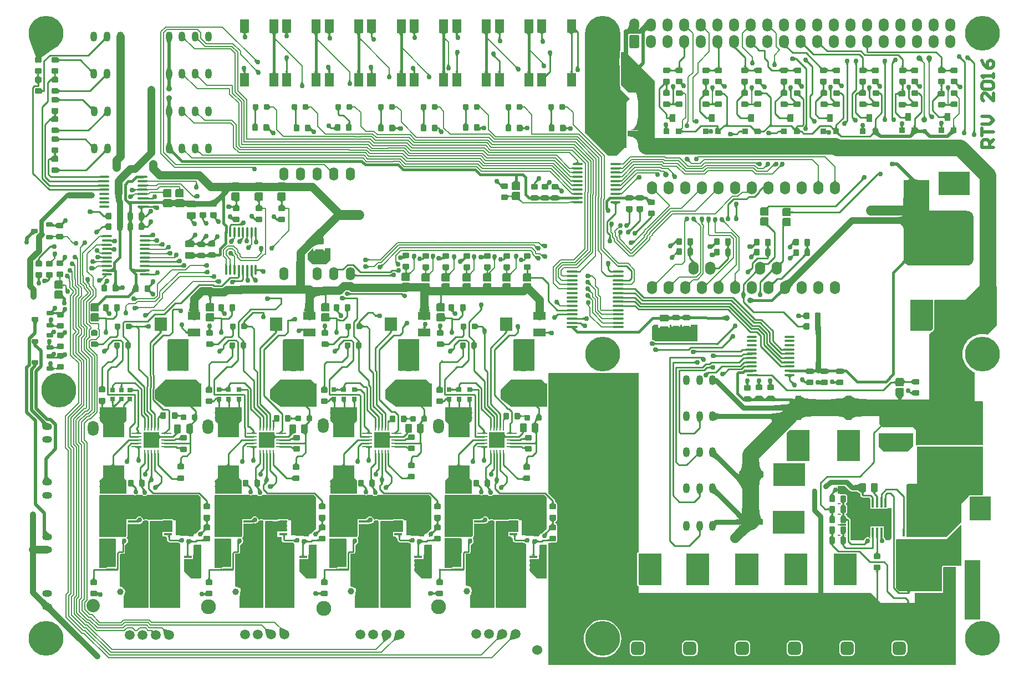
<source format=gtl>
%FSAX24Y24*%
%MOIN*%
G70*
G01*
G75*
G04 Layer_Physical_Order=1*
G04 Layer_Color=255*
%ADD10O,0.0709X0.0138*%
G04:AMPARAMS|DCode=11|XSize=50mil|YSize=50mil|CornerRadius=6.3mil|HoleSize=0mil|Usage=FLASHONLY|Rotation=90.000|XOffset=0mil|YOffset=0mil|HoleType=Round|Shape=RoundedRectangle|*
%AMROUNDEDRECTD11*
21,1,0.0500,0.0375,0,0,90.0*
21,1,0.0375,0.0500,0,0,90.0*
1,1,0.0125,0.0188,0.0188*
1,1,0.0125,0.0188,-0.0188*
1,1,0.0125,-0.0188,-0.0188*
1,1,0.0125,-0.0188,0.0188*
%
%ADD11ROUNDEDRECTD11*%
%ADD12R,0.0354X0.1457*%
G04:AMPARAMS|DCode=13|XSize=55.1mil|YSize=39.4mil|CornerRadius=4.9mil|HoleSize=0mil|Usage=FLASHONLY|Rotation=270.000|XOffset=0mil|YOffset=0mil|HoleType=Round|Shape=RoundedRectangle|*
%AMROUNDEDRECTD13*
21,1,0.0551,0.0295,0,0,270.0*
21,1,0.0453,0.0394,0,0,270.0*
1,1,0.0098,-0.0148,-0.0226*
1,1,0.0098,-0.0148,0.0226*
1,1,0.0098,0.0148,0.0226*
1,1,0.0098,0.0148,-0.0226*
%
%ADD13ROUNDEDRECTD13*%
G04:AMPARAMS|DCode=14|XSize=39.4mil|YSize=35.4mil|CornerRadius=4.4mil|HoleSize=0mil|Usage=FLASHONLY|Rotation=180.000|XOffset=0mil|YOffset=0mil|HoleType=Round|Shape=RoundedRectangle|*
%AMROUNDEDRECTD14*
21,1,0.0394,0.0266,0,0,180.0*
21,1,0.0305,0.0354,0,0,180.0*
1,1,0.0089,-0.0153,0.0133*
1,1,0.0089,0.0153,0.0133*
1,1,0.0089,0.0153,-0.0133*
1,1,0.0089,-0.0153,-0.0133*
%
%ADD14ROUNDEDRECTD14*%
%ADD15R,0.0300X0.0300*%
G04:AMPARAMS|DCode=16|XSize=39.4mil|YSize=35.4mil|CornerRadius=4.4mil|HoleSize=0mil|Usage=FLASHONLY|Rotation=270.000|XOffset=0mil|YOffset=0mil|HoleType=Round|Shape=RoundedRectangle|*
%AMROUNDEDRECTD16*
21,1,0.0394,0.0266,0,0,270.0*
21,1,0.0305,0.0354,0,0,270.0*
1,1,0.0089,-0.0133,-0.0153*
1,1,0.0089,-0.0133,0.0153*
1,1,0.0089,0.0133,0.0153*
1,1,0.0089,0.0133,-0.0153*
%
%ADD16ROUNDEDRECTD16*%
G04:AMPARAMS|DCode=17|XSize=70.9mil|YSize=45.3mil|CornerRadius=5.7mil|HoleSize=0mil|Usage=FLASHONLY|Rotation=90.000|XOffset=0mil|YOffset=0mil|HoleType=Round|Shape=RoundedRectangle|*
%AMROUNDEDRECTD17*
21,1,0.0709,0.0340,0,0,90.0*
21,1,0.0595,0.0453,0,0,90.0*
1,1,0.0113,0.0170,0.0298*
1,1,0.0113,0.0170,-0.0298*
1,1,0.0113,-0.0170,-0.0298*
1,1,0.0113,-0.0170,0.0298*
%
%ADD17ROUNDEDRECTD17*%
G04:AMPARAMS|DCode=18|XSize=106.3mil|YSize=45.3mil|CornerRadius=5.7mil|HoleSize=0mil|Usage=FLASHONLY|Rotation=0.000|XOffset=0mil|YOffset=0mil|HoleType=Round|Shape=RoundedRectangle|*
%AMROUNDEDRECTD18*
21,1,0.1063,0.0340,0,0,0.0*
21,1,0.0950,0.0453,0,0,0.0*
1,1,0.0113,0.0475,-0.0170*
1,1,0.0113,-0.0475,-0.0170*
1,1,0.0113,-0.0475,0.0170*
1,1,0.0113,0.0475,0.0170*
%
%ADD18ROUNDEDRECTD18*%
%ADD19R,0.1457X0.0354*%
G04:AMPARAMS|DCode=20|XSize=55.1mil|YSize=39.4mil|CornerRadius=4.9mil|HoleSize=0mil|Usage=FLASHONLY|Rotation=180.000|XOffset=0mil|YOffset=0mil|HoleType=Round|Shape=RoundedRectangle|*
%AMROUNDEDRECTD20*
21,1,0.0551,0.0295,0,0,180.0*
21,1,0.0453,0.0394,0,0,180.0*
1,1,0.0098,-0.0226,0.0148*
1,1,0.0098,0.0226,0.0148*
1,1,0.0098,0.0226,-0.0148*
1,1,0.0098,-0.0226,-0.0148*
%
%ADD20ROUNDEDRECTD20*%
%ADD21R,0.0860X0.0640*%
%ADD22R,0.0360X0.0360*%
%ADD23R,0.0360X0.0500*%
G04:AMPARAMS|DCode=24|XSize=31.5mil|YSize=31.5mil|CornerRadius=3.9mil|HoleSize=0mil|Usage=FLASHONLY|Rotation=180.000|XOffset=0mil|YOffset=0mil|HoleType=Round|Shape=RoundedRectangle|*
%AMROUNDEDRECTD24*
21,1,0.0315,0.0236,0,0,180.0*
21,1,0.0236,0.0315,0,0,180.0*
1,1,0.0079,-0.0118,0.0118*
1,1,0.0079,0.0118,0.0118*
1,1,0.0079,0.0118,-0.0118*
1,1,0.0079,-0.0118,-0.0118*
%
%ADD24ROUNDEDRECTD24*%
%ADD25R,0.1380X0.1610*%
%ADD26R,0.0500X0.0160*%
%ADD27R,0.0680X0.0880*%
%ADD28R,0.1043X0.0772*%
%ADD29R,0.0157X0.0500*%
G04:AMPARAMS|DCode=30|XSize=23.6mil|YSize=39.4mil|CornerRadius=3mil|HoleSize=0mil|Usage=FLASHONLY|Rotation=90.000|XOffset=0mil|YOffset=0mil|HoleType=Round|Shape=RoundedRectangle|*
%AMROUNDEDRECTD30*
21,1,0.0236,0.0335,0,0,90.0*
21,1,0.0177,0.0394,0,0,90.0*
1,1,0.0059,0.0167,0.0089*
1,1,0.0059,0.0167,-0.0089*
1,1,0.0059,-0.0167,-0.0089*
1,1,0.0059,-0.0167,0.0089*
%
%ADD30ROUNDEDRECTD30*%
%ADD31R,0.1250X0.0800*%
%ADD32R,0.0710X0.0440*%
%ADD33R,0.0551X0.0827*%
%ADD34R,0.0748X0.0787*%
%ADD35R,0.0748X0.0512*%
%ADD36R,0.0965X0.0965*%
%ADD37R,0.0100X0.0591*%
%ADD38R,0.0591X0.0100*%
%ADD39O,0.0157X0.0591*%
%ADD40R,0.0161X0.0540*%
%ADD41R,0.0790X0.0740*%
G04:AMPARAMS|DCode=42|XSize=330mil|YSize=420mil|CornerRadius=41.3mil|HoleSize=0mil|Usage=FLASHONLY|Rotation=270.000|XOffset=0mil|YOffset=0mil|HoleType=Round|Shape=RoundedRectangle|*
%AMROUNDEDRECTD42*
21,1,0.3300,0.3375,0,0,270.0*
21,1,0.2475,0.4200,0,0,270.0*
1,1,0.0825,-0.1688,-0.1238*
1,1,0.0825,-0.1688,0.1238*
1,1,0.0825,0.1688,0.1238*
1,1,0.0825,0.1688,-0.1238*
%
%ADD42ROUNDEDRECTD42*%
G04:AMPARAMS|DCode=43|XSize=120mil|YSize=40mil|CornerRadius=5mil|HoleSize=0mil|Usage=FLASHONLY|Rotation=270.000|XOffset=0mil|YOffset=0mil|HoleType=Round|Shape=RoundedRectangle|*
%AMROUNDEDRECTD43*
21,1,0.1200,0.0300,0,0,270.0*
21,1,0.1100,0.0400,0,0,270.0*
1,1,0.0100,-0.0150,-0.0550*
1,1,0.0100,-0.0150,0.0550*
1,1,0.0100,0.0150,0.0550*
1,1,0.0100,0.0150,-0.0550*
%
%ADD43ROUNDEDRECTD43*%
%ADD44O,0.0591X0.0157*%
%ADD45O,0.0591X0.0157*%
%ADD46C,0.0080*%
%ADD47C,0.0100*%
%ADD48C,0.0150*%
%ADD49C,0.1000*%
%ADD50C,0.0500*%
%ADD51C,0.0350*%
%ADD52C,0.0450*%
%ADD53C,0.0200*%
%ADD54C,0.0600*%
%ADD55C,0.0300*%
%ADD56C,0.0400*%
%ADD57C,0.0250*%
%ADD58C,0.2087*%
%ADD59C,0.0600*%
%ADD60C,0.0900*%
%ADD61O,0.0650X0.0900*%
%ADD62C,0.0800*%
%ADD63O,0.0413X0.0591*%
%ADD64O,0.0591X0.0787*%
G04:AMPARAMS|DCode=65|XSize=78.7mil|YSize=59.1mil|CornerRadius=7.4mil|HoleSize=0mil|Usage=FLASHONLY|Rotation=90.000|XOffset=0mil|YOffset=0mil|HoleType=Round|Shape=RoundedRectangle|*
%AMROUNDEDRECTD65*
21,1,0.0787,0.0443,0,0,90.0*
21,1,0.0640,0.0591,0,0,90.0*
1,1,0.0148,0.0221,0.0320*
1,1,0.0148,0.0221,-0.0320*
1,1,0.0148,-0.0221,-0.0320*
1,1,0.0148,-0.0221,0.0320*
%
%ADD65ROUNDEDRECTD65*%
G04:AMPARAMS|DCode=66|XSize=78.7mil|YSize=78.7mil|CornerRadius=19.7mil|HoleSize=0mil|Usage=FLASHONLY|Rotation=0.000|XOffset=0mil|YOffset=0mil|HoleType=Round|Shape=RoundedRectangle|*
%AMROUNDEDRECTD66*
21,1,0.0787,0.0394,0,0,0.0*
21,1,0.0394,0.0787,0,0,0.0*
1,1,0.0394,0.0197,-0.0197*
1,1,0.0394,-0.0197,-0.0197*
1,1,0.0394,-0.0197,0.0197*
1,1,0.0394,0.0197,0.0197*
%
%ADD66ROUNDEDRECTD66*%
%ADD67C,0.0591*%
G04:AMPARAMS|DCode=68|XSize=59.1mil|YSize=59.1mil|CornerRadius=7.4mil|HoleSize=0mil|Usage=FLASHONLY|Rotation=0.000|XOffset=0mil|YOffset=0mil|HoleType=Round|Shape=RoundedRectangle|*
%AMROUNDEDRECTD68*
21,1,0.0591,0.0443,0,0,0.0*
21,1,0.0443,0.0591,0,0,0.0*
1,1,0.0148,0.0221,-0.0221*
1,1,0.0148,-0.0221,-0.0221*
1,1,0.0148,-0.0221,0.0221*
1,1,0.0148,0.0221,0.0221*
%
%ADD68ROUNDEDRECTD68*%
%ADD69C,0.0394*%
%ADD70O,0.0591X0.0413*%
%ADD71O,0.0600X0.0800*%
%ADD72O,0.0550X0.0800*%
%ADD73C,0.0300*%
%ADD74C,0.0250*%
%ADD75C,0.0290*%
%ADD76C,0.0310*%
%ADD77C,0.0360*%
%ADD78C,0.0350*%
G36*
X035682Y057548D02*
X035674Y057540D01*
X035667Y057530D01*
X035660Y057519D01*
X035653Y057507D01*
X035647Y057494D01*
X035634Y057464D01*
X035628Y057448D01*
X035617Y057410D01*
X035469Y057598D01*
X035493Y057599D01*
X035554Y057605D01*
X035571Y057609D01*
X035585Y057612D01*
X035598Y057617D01*
X035609Y057621D01*
X035618Y057627D01*
X035625Y057633D01*
X035682Y057548D01*
D02*
G37*
G36*
X028753D02*
X028745Y057540D01*
X028738Y057530D01*
X028731Y057519D01*
X028724Y057507D01*
X028718Y057494D01*
X028705Y057464D01*
X028699Y057448D01*
X028688Y057410D01*
X028540Y057598D01*
X028564Y057599D01*
X028625Y057605D01*
X028641Y057609D01*
X028656Y057612D01*
X028669Y057617D01*
X028680Y057621D01*
X028689Y057627D01*
X028696Y057633D01*
X028753Y057548D01*
D02*
G37*
G36*
X060304Y057476D02*
X060297Y057481D01*
X060288Y057484D01*
X060278Y057488D01*
X060267Y057491D01*
X060255Y057493D01*
X060226Y057497D01*
X060210Y057498D01*
X060175Y057499D01*
Y057599D01*
X060193Y057599D01*
X060241Y057603D01*
X060255Y057605D01*
X060278Y057611D01*
X060288Y057614D01*
X060297Y057618D01*
X060304Y057622D01*
Y057476D01*
D02*
G37*
G36*
X042611Y057548D02*
X042603Y057540D01*
X042596Y057530D01*
X042589Y057519D01*
X042582Y057507D01*
X042576Y057494D01*
X042563Y057464D01*
X042558Y057448D01*
X042547Y057410D01*
X042398Y057598D01*
X042422Y057599D01*
X042483Y057605D01*
X042500Y057609D01*
X042514Y057612D01*
X042527Y057617D01*
X042538Y057621D01*
X042547Y057627D01*
X042554Y057633D01*
X042611Y057548D01*
D02*
G37*
G36*
X057088Y057530D02*
X057134Y057512D01*
X057148Y057508D01*
X057175Y057502D01*
X057188Y057500D01*
X057200Y057499D01*
X057212Y057498D01*
X057248Y057399D01*
X057239Y057398D01*
X057229Y057395D01*
X057219Y057390D01*
X057207Y057383D01*
X057195Y057374D01*
X057182Y057364D01*
X057153Y057337D01*
X057137Y057320D01*
X057120Y057302D01*
X057072Y057537D01*
X057088Y057530D01*
D02*
G37*
G36*
X019171Y057328D02*
X019173Y057310D01*
X019173Y057305D01*
X019172Y057301D01*
X019172Y057298D01*
X019171Y057295D01*
X019170Y057292D01*
X019170Y057288D01*
X019168Y057290D01*
X019170Y057292D01*
X019170Y057292D01*
X019170Y057335D01*
X019171Y057328D01*
D02*
G37*
G36*
X021824Y057548D02*
X021816Y057540D01*
X021809Y057530D01*
X021802Y057519D01*
X021795Y057507D01*
X021788Y057494D01*
X021776Y057464D01*
X021770Y057448D01*
X021759Y057410D01*
X021611Y057598D01*
X021635Y057599D01*
X021696Y057605D01*
X021712Y057609D01*
X021727Y057612D01*
X021740Y057617D01*
X021751Y057621D01*
X021760Y057627D01*
X021767Y057633D01*
X021824Y057548D01*
D02*
G37*
G36*
X054862Y057634D02*
X054911Y057602D01*
X054926Y057595D01*
X054940Y057588D01*
X054952Y057584D01*
X054964Y057580D01*
X054975Y057578D01*
X054985Y057577D01*
Y057477D01*
X054975Y057477D01*
X054964Y057474D01*
X054952Y057471D01*
X054940Y057466D01*
X054926Y057460D01*
X054911Y057452D01*
X054879Y057432D01*
X054844Y057407D01*
Y057647D01*
X054862Y057634D01*
D02*
G37*
G36*
X062588Y057476D02*
X062580Y057481D01*
X062572Y057484D01*
X062562Y057488D01*
X062551Y057491D01*
X062538Y057493D01*
X062510Y057497D01*
X062494Y057498D01*
X062458Y057499D01*
Y057599D01*
X062477Y057599D01*
X062525Y057603D01*
X062538Y057605D01*
X062562Y057611D01*
X062572Y057614D01*
X062580Y057618D01*
X062588Y057622D01*
Y057476D01*
D02*
G37*
G36*
X037037Y057645D02*
X037006Y057620D01*
X036994Y057609D01*
X036983Y057597D01*
X036975Y057586D01*
X036968Y057576D01*
X036963Y057565D01*
X036960Y057555D01*
X036959Y057546D01*
X036859D01*
X036858Y057555D01*
X036856Y057565D01*
X036851Y057576D01*
X036844Y057586D01*
X036836Y057597D01*
X036825Y057609D01*
X036813Y057620D01*
X036798Y057632D01*
X036764Y057657D01*
X037055D01*
X037037Y057645D01*
D02*
G37*
G36*
X036368D02*
X036337Y057620D01*
X036325Y057609D01*
X036314Y057597D01*
X036305Y057586D01*
X036299Y057576D01*
X036294Y057565D01*
X036291Y057555D01*
X036290Y057546D01*
X036190D01*
X036189Y057555D01*
X036186Y057565D01*
X036182Y057576D01*
X036175Y057586D01*
X036166Y057597D01*
X036156Y057609D01*
X036143Y057620D01*
X036129Y057632D01*
X036095Y057657D01*
X036386D01*
X036368Y057645D01*
D02*
G37*
G36*
X043966D02*
X043935Y057620D01*
X043923Y057609D01*
X043912Y057597D01*
X043904Y057586D01*
X043897Y057576D01*
X043892Y057565D01*
X043890Y057555D01*
X043889Y057546D01*
X043789D01*
X043788Y057555D01*
X043785Y057565D01*
X043780Y057576D01*
X043773Y057586D01*
X043765Y057597D01*
X043754Y057609D01*
X043742Y057620D01*
X043727Y057632D01*
X043693Y057657D01*
X043984D01*
X043966Y057645D01*
D02*
G37*
G36*
X043297D02*
X043266Y057620D01*
X043254Y057609D01*
X043243Y057597D01*
X043235Y057586D01*
X043228Y057576D01*
X043223Y057565D01*
X043220Y057555D01*
X043219Y057546D01*
X043119D01*
X043118Y057555D01*
X043115Y057565D01*
X043111Y057576D01*
X043104Y057586D01*
X043095Y057597D01*
X043085Y057609D01*
X043072Y057620D01*
X043058Y057632D01*
X043024Y057657D01*
X043315D01*
X043297Y057645D01*
D02*
G37*
G36*
X023179D02*
X023148Y057620D01*
X023136Y057609D01*
X023125Y057597D01*
X023116Y057586D01*
X023110Y057576D01*
X023105Y057565D01*
X023102Y057555D01*
X023101Y057546D01*
X023001D01*
X023000Y057555D01*
X022997Y057565D01*
X022993Y057576D01*
X022986Y057586D01*
X022977Y057597D01*
X022967Y057609D01*
X022954Y057620D01*
X022940Y057632D01*
X022906Y057657D01*
X023197D01*
X023179Y057645D01*
D02*
G37*
G36*
X022509D02*
X022479Y057620D01*
X022466Y057609D01*
X022456Y057597D01*
X022447Y057586D01*
X022441Y057576D01*
X022436Y057565D01*
X022433Y057555D01*
X022432Y057546D01*
X022332D01*
X022331Y057555D01*
X022328Y057565D01*
X022323Y057576D01*
X022317Y057586D01*
X022308Y057597D01*
X022297Y057609D01*
X022285Y057620D01*
X022271Y057632D01*
X022236Y057657D01*
X022528D01*
X022509Y057645D01*
D02*
G37*
G36*
X030108D02*
X030077Y057620D01*
X030065Y057609D01*
X030054Y057597D01*
X030046Y057586D01*
X030039Y057576D01*
X030034Y057565D01*
X030031Y057555D01*
X030030Y057546D01*
X029930D01*
X029929Y057555D01*
X029926Y057565D01*
X029922Y057576D01*
X029915Y057586D01*
X029906Y057597D01*
X029896Y057609D01*
X029883Y057620D01*
X029869Y057632D01*
X029835Y057657D01*
X030126D01*
X030108Y057645D01*
D02*
G37*
G36*
X029438D02*
X029408Y057620D01*
X029395Y057609D01*
X029385Y057597D01*
X029376Y057586D01*
X029370Y057576D01*
X029365Y057565D01*
X029362Y057555D01*
X029361Y057546D01*
X029261D01*
X029260Y057555D01*
X029257Y057565D01*
X029252Y057576D01*
X029246Y057586D01*
X029237Y057597D01*
X029227Y057609D01*
X029214Y057620D01*
X029200Y057632D01*
X029165Y057657D01*
X029457D01*
X029438Y057645D01*
D02*
G37*
G36*
X018618Y057248D02*
X018603Y057233D01*
X018580Y057206D01*
X018573Y057197D01*
X018580Y057180D01*
X018589Y057163D01*
X018598Y057149D01*
X018609Y057137D01*
X018621Y057128D01*
X018634Y057122D01*
X018648Y057118D01*
X018662Y057117D01*
Y057017D01*
X018636Y057017D01*
X018547Y057024D01*
X018543Y057026D01*
X018542Y057028D01*
X018545Y057030D01*
X018551Y057125D01*
X018524Y057119D01*
X018509Y057114D01*
X018495Y057109D01*
X018482Y057103D01*
X018471Y057097D01*
X018462Y057091D01*
X018454Y057084D01*
X018384Y057155D01*
X018390Y057163D01*
X018397Y057172D01*
X018402Y057183D01*
X018408Y057195D01*
X018413Y057210D01*
X018418Y057225D01*
X018427Y057262D01*
X018434Y057305D01*
X018477Y057262D01*
X018483Y057265D01*
X018494Y057272D01*
X018505Y057281D01*
X018518Y057291D01*
X018547Y057319D01*
X018618Y057248D01*
D02*
G37*
G36*
X057193Y056652D02*
X057175Y056665D01*
X057126Y056696D01*
X057111Y056704D01*
X057098Y056710D01*
X057085Y056715D01*
X057073Y056719D01*
X057062Y056721D01*
X057052Y056722D01*
Y056822D01*
X057062Y056822D01*
X057073Y056824D01*
X057085Y056828D01*
X057098Y056833D01*
X057111Y056839D01*
X057126Y056847D01*
X057158Y056866D01*
X057193Y056892D01*
Y056652D01*
D02*
G37*
G36*
X017624Y056653D02*
X017611Y056648D01*
X017599Y056642D01*
X017589Y056634D01*
X017580Y056626D01*
X017573Y056616D01*
X017568Y056605D01*
X017564Y056593D01*
X017561Y056580D01*
X017561Y056565D01*
X017361D01*
X017360Y056580D01*
X017357Y056593D01*
X017354Y056605D01*
X017348Y056616D01*
X017341Y056626D01*
X017332Y056634D01*
X017322Y056642D01*
X017310Y056648D01*
X017297Y056653D01*
X017282Y056656D01*
X017639D01*
X017624Y056653D01*
D02*
G37*
G36*
X062588Y056708D02*
X062580Y056713D01*
X062572Y056717D01*
X062562Y056720D01*
X062551Y056723D01*
X062538Y056726D01*
X062510Y056729D01*
X062494Y056731D01*
X062458Y056732D01*
Y056831D01*
X062477Y056832D01*
X062525Y056835D01*
X062538Y056837D01*
X062562Y056843D01*
X062572Y056846D01*
X062580Y056850D01*
X062588Y056855D01*
Y056708D01*
D02*
G37*
G36*
X060304D02*
X060297Y056713D01*
X060288Y056717D01*
X060278Y056720D01*
X060267Y056723D01*
X060255Y056726D01*
X060226Y056729D01*
X060210Y056731D01*
X060175Y056732D01*
Y056831D01*
X060193Y056832D01*
X060241Y056835D01*
X060255Y056837D01*
X060278Y056843D01*
X060288Y056846D01*
X060297Y056850D01*
X060304Y056855D01*
Y056708D01*
D02*
G37*
G36*
Y056453D02*
X060297Y056457D01*
X060288Y056461D01*
X060278Y056464D01*
X060267Y056467D01*
X060255Y056470D01*
X060226Y056474D01*
X060210Y056475D01*
X060175Y056476D01*
Y056576D01*
X060193Y056576D01*
X060241Y056579D01*
X060255Y056581D01*
X060278Y056587D01*
X060288Y056590D01*
X060297Y056594D01*
X060304Y056599D01*
Y056453D01*
D02*
G37*
G36*
X058138Y056366D02*
X058120Y056380D01*
X058071Y056411D01*
X058056Y056419D01*
X058043Y056425D01*
X058030Y056430D01*
X058018Y056433D01*
X058007Y056436D01*
X057997Y056436D01*
Y056536D01*
X058007Y056537D01*
X058018Y056539D01*
X058030Y056543D01*
X058043Y056547D01*
X058056Y056554D01*
X058071Y056561D01*
X058103Y056581D01*
X058138Y056606D01*
Y056366D01*
D02*
G37*
G36*
X018491Y056582D02*
X018463Y056540D01*
X018469Y056537D01*
X018484Y056530D01*
X018502Y056524D01*
X018522Y056518D01*
X018545Y056513D01*
X018446Y056513D01*
X018439Y056500D01*
X018433Y056487D01*
X018429Y056476D01*
X018427Y056467D01*
X018426Y056458D01*
X018346D01*
X018345Y056467D01*
X018343Y056476D01*
X018339Y056487D01*
X018333Y056500D01*
X018326Y056513D01*
X018326Y056514D01*
X018226Y056514D01*
X018249Y056515D01*
X018269Y056517D01*
X018287Y056521D01*
X018303Y056527D01*
X018314Y056533D01*
X018307Y056545D01*
X018281Y056582D01*
X018266Y056603D01*
X018506D01*
X018491Y056582D01*
D02*
G37*
G36*
X062588Y056453D02*
X062580Y056457D01*
X062572Y056461D01*
X062562Y056464D01*
X062551Y056467D01*
X062538Y056470D01*
X062510Y056474D01*
X062494Y056475D01*
X062458Y056476D01*
Y056576D01*
X062477Y056576D01*
X062525Y056579D01*
X062538Y056581D01*
X062562Y056587D01*
X062572Y056590D01*
X062580Y056594D01*
X062588Y056599D01*
Y056453D01*
D02*
G37*
G36*
X057504Y057107D02*
X057611Y057086D01*
X057662Y057077D01*
X057488Y056918D01*
X057486Y056938D01*
X057483Y056956D01*
X057480Y056972D01*
X057475Y056985D01*
X057470Y056997D01*
X057464Y057006D01*
X057457Y057014D01*
X057449Y057019D01*
X057440Y057022D01*
X057431Y057023D01*
X057495Y057109D01*
X057504Y057107D01*
D02*
G37*
G36*
X019239Y057219D02*
X019226Y057206D01*
X019204Y057180D01*
X019196Y057168D01*
X019193Y057164D01*
X019243Y057079D01*
X019218Y057081D01*
X019155Y057084D01*
X019138Y057083D01*
X019123Y057081D01*
X019110Y057078D01*
X019100Y057074D01*
X019091Y057070D01*
X019084Y057065D01*
X019046Y057168D01*
X019055Y057177D01*
X019072Y057197D01*
X019080Y057208D01*
X019095Y057232D01*
X019102Y057244D01*
X019115Y057271D01*
X019121Y057285D01*
X019171Y057201D01*
X019170Y057288D01*
X019239Y057219D01*
D02*
G37*
G36*
X057495Y057109D02*
X057484Y057112D01*
X057472Y057116D01*
X057469Y057119D01*
X057473Y057121D01*
X057486Y057123D01*
X057506Y057123D01*
X057495Y057109D01*
D02*
G37*
G36*
X062588Y057220D02*
X062580Y057225D01*
X062572Y057229D01*
X062562Y057232D01*
X062551Y057235D01*
X062538Y057238D01*
X062510Y057241D01*
X062494Y057242D01*
X062458Y057243D01*
Y057343D01*
X062477Y057344D01*
X062525Y057347D01*
X062538Y057349D01*
X062562Y057355D01*
X062572Y057358D01*
X062580Y057362D01*
X062588Y057366D01*
Y057220D01*
D02*
G37*
G36*
X060304D02*
X060304Y057220D01*
X060302Y057220D01*
X060297Y057219D01*
X060213Y057218D01*
X060161Y057319D01*
X060179Y057319D01*
X060212Y057321D01*
X060226Y057323D01*
X060239Y057326D01*
X060250Y057330D01*
X060259Y057334D01*
X060267Y057338D01*
X060274Y057343D01*
X060279Y057349D01*
X060304Y057220D01*
D02*
G37*
G36*
X062588Y056964D02*
X062580Y056969D01*
X062572Y056973D01*
X062562Y056976D01*
X062551Y056979D01*
X062538Y056982D01*
X062510Y056985D01*
X062494Y056986D01*
X062458Y056987D01*
Y057087D01*
X062477Y057088D01*
X062525Y057091D01*
X062538Y057093D01*
X062562Y057099D01*
X062572Y057102D01*
X062580Y057106D01*
X062588Y057110D01*
Y056964D01*
D02*
G37*
G36*
X060304D02*
X060297Y056969D01*
X060288Y056973D01*
X060278Y056976D01*
X060267Y056979D01*
X060255Y056982D01*
X060226Y056985D01*
X060210Y056986D01*
X060175Y056987D01*
Y057087D01*
X060193Y057088D01*
X060241Y057091D01*
X060255Y057093D01*
X060278Y057099D01*
X060288Y057102D01*
X060297Y057106D01*
X060304Y057110D01*
Y056964D01*
D02*
G37*
G36*
X058337Y057272D02*
X058386Y057241D01*
X058400Y057233D01*
X058414Y057227D01*
X058427Y057222D01*
X058439Y057218D01*
X058450Y057216D01*
X058460Y057215D01*
Y057115D01*
X058450Y057115D01*
X058439Y057113D01*
X058427Y057109D01*
X058414Y057104D01*
X058400Y057098D01*
X058386Y057090D01*
X058354Y057071D01*
X058318Y057045D01*
Y057285D01*
X058337Y057272D01*
D02*
G37*
G36*
X018807Y057012D02*
X018804Y057013D01*
X018800Y057014D01*
X018794Y057014D01*
X018776Y057016D01*
X018699Y057017D01*
X018680Y057117D01*
X018702Y057118D01*
X018721Y057123D01*
X018738Y057130D01*
X018752Y057141D01*
X018763Y057154D01*
X018772Y057171D01*
X018778Y057190D01*
X018782Y057213D01*
X018783Y057238D01*
X018781Y057267D01*
X018807Y057012D01*
D02*
G37*
G36*
X045966Y058698D02*
X045941Y058695D01*
X045918Y058690D01*
X045899Y058683D01*
X045883Y058674D01*
X045869Y058663D01*
X045859Y058650D01*
X045851Y058634D01*
X045847Y058617D01*
X045845Y058598D01*
X045745D01*
X045744Y058617D01*
X045739Y058634D01*
X045732Y058650D01*
X045721Y058663D01*
X045708Y058674D01*
X045692Y058683D01*
X045672Y058690D01*
X045650Y058695D01*
X045624Y058698D01*
X045596Y058699D01*
X045995D01*
X045966Y058698D01*
D02*
G37*
G36*
X039037D02*
X039012Y058695D01*
X038989Y058690D01*
X038970Y058683D01*
X038953Y058674D01*
X038940Y058663D01*
X038930Y058650D01*
X038922Y058634D01*
X038918Y058617D01*
X038916Y058598D01*
X038816D01*
X038815Y058617D01*
X038810Y058634D01*
X038803Y058650D01*
X038792Y058663D01*
X038779Y058674D01*
X038762Y058683D01*
X038743Y058690D01*
X038721Y058695D01*
X038695Y058698D01*
X038667Y058699D01*
X039065D01*
X039037Y058698D01*
D02*
G37*
G36*
X021783Y058812D02*
X021785Y058801D01*
X021789Y058789D01*
X021793Y058776D01*
X021800Y058762D01*
X021807Y058748D01*
X021827Y058716D01*
X021852Y058680D01*
X021612D01*
X021626Y058698D01*
X021657Y058748D01*
X021665Y058762D01*
X021671Y058776D01*
X021676Y058789D01*
X021679Y058801D01*
X021682Y058812D01*
X021682Y058822D01*
X021782D01*
X021783Y058812D01*
D02*
G37*
G36*
X071452Y060501D02*
Y060501D01*
Y060501D01*
Y060501D01*
Y060501D01*
Y060501D01*
Y060501D01*
Y060501D01*
Y060501D01*
Y060501D01*
Y060501D01*
X071452Y060501D01*
X071452Y060455D01*
Y058804D01*
X071451Y058801D01*
X071452Y058800D01*
X071451Y058798D01*
Y058798D01*
X071451Y058798D01*
X071451Y058798D01*
X071450Y058795D01*
X071447Y058791D01*
X071447Y058791D01*
X071447Y058790D01*
X071447Y058790D01*
X071446Y058790D01*
X071446Y058790D01*
X071446Y058790D01*
X071446Y058790D01*
X071446Y058790D01*
X071446Y058789D01*
X071446Y058789D01*
X071445Y058788D01*
X071445Y058788D01*
X071445Y058788D01*
X071445Y058788D01*
X071445Y058788D01*
X071445Y058788D01*
X071445Y058788D01*
X071445Y058788D01*
X071445Y058787D01*
X071444Y058787D01*
X071444Y058787D01*
X071443Y058786D01*
X071443Y058786D01*
X071443Y058785D01*
X071443Y058785D01*
X071443Y058785D01*
X071442Y058784D01*
D01*
X071442Y058784D01*
X071442Y058784D01*
X071442Y058784D01*
X071440Y058782D01*
X071440Y058782D01*
X071440Y058782D01*
X071440Y058782D01*
X071439Y058781D01*
X071439Y058781D01*
X071438Y058781D01*
X071438Y058781D01*
X071438Y058780D01*
X071438Y058780D01*
X071438Y058780D01*
X071438Y058780D01*
X071332Y058675D01*
X071332Y058675D01*
X071332Y058675D01*
X071331Y058673D01*
X071330Y058672D01*
X071330Y058672D01*
X071329Y058672D01*
X071329Y058672D01*
X071329Y058672D01*
X071329Y058672D01*
X071329Y058672D01*
X071329Y058671D01*
X071329Y058671D01*
X071328Y058671D01*
X071328Y058671D01*
X071328Y058671D01*
X071328Y058671D01*
X071328Y058671D01*
X071328Y058671D01*
X071325Y058668D01*
X071324Y058668D01*
X071324Y058667D01*
X071322Y058666D01*
X071322Y058666D01*
X071322Y058666D01*
D01*
X071322Y058666D01*
X071322Y058666D01*
X071322Y058666D01*
X071322Y058666D01*
X071322Y058666D01*
X071322Y058666D01*
D01*
X071321Y058665D01*
X071321Y058665D01*
X071319Y058664D01*
X071319Y058664D01*
X071319Y058664D01*
X071318Y058663D01*
X071318Y058663D01*
X071317Y058663D01*
X071317Y058662D01*
X071317Y058662D01*
X071316Y058662D01*
X071316Y058662D01*
X071316Y058662D01*
X071316Y058662D01*
X071316Y058662D01*
X071316Y058662D01*
X071316Y058662D01*
X071316Y058662D01*
X071316Y058662D01*
X071316Y058662D01*
X071316Y058662D01*
X071316Y058662D01*
X071315Y058662D01*
X071315Y058661D01*
X071315Y058661D01*
X071315Y058661D01*
X071315Y058661D01*
X071315Y058661D01*
X071315D01*
X071315Y058661D01*
X071315Y058661D01*
X071315Y058661D01*
X071315Y058661D01*
X071315Y058661D01*
X071315Y058661D01*
X071315D01*
X071314Y058661D01*
X071314Y058661D01*
X071314Y058661D01*
X071314D01*
X071314Y058661D01*
X071314Y058661D01*
X071314D01*
X071314Y058661D01*
X071314Y058661D01*
X071314D01*
X071314Y058661D01*
X071314Y058661D01*
X071313Y058661D01*
X071313Y058661D01*
X071313Y058661D01*
X071313Y058661D01*
X071313Y058661D01*
X071312Y058660D01*
X071312D01*
X071312D01*
X071312Y058660D01*
X070074D01*
Y060550D01*
X071452D01*
Y060501D01*
D02*
G37*
G36*
X019244Y058484D02*
X019236Y058475D01*
X019231Y058467D01*
X019279Y058418D01*
X019256Y058415D01*
X019206Y058404D01*
X019200Y058385D01*
X019185Y058326D01*
X019170Y058256D01*
X019160Y058389D01*
X019156Y058387D01*
X019145Y058382D01*
X019136Y058375D01*
X019129Y058369D01*
X019059Y058441D01*
X019066Y058449D01*
X019072Y058458D01*
X019078Y058469D01*
X019084Y058481D01*
X019090Y058495D01*
X019095Y058511D01*
X019104Y058547D01*
X019111Y058589D01*
X019148Y058552D01*
X019146Y058579D01*
X019152Y058575D01*
X019159Y058573D01*
X019165Y058572D01*
X019172Y058573D01*
X019180Y058574D01*
X019187Y058577D01*
X019195Y058582D01*
X019203Y058587D01*
X019212Y058594D01*
X019220Y058602D01*
X019244Y058484D01*
D02*
G37*
G36*
X018484Y058594D02*
X018618Y058587D01*
X018606Y058575D01*
X018587Y058552D01*
X018579Y058542D01*
X018573Y058533D01*
X018568Y058524D01*
X018565Y058515D01*
X018564Y058513D01*
X018604Y058474D01*
X018582Y058470D01*
X018525Y058458D01*
X018509Y058453D01*
X018495Y058447D01*
X018482Y058442D01*
X018471Y058436D01*
X018462Y058430D01*
X018454Y058423D01*
X018384Y058494D01*
X018390Y058501D01*
X018394Y058507D01*
X018201Y058522D01*
X018239Y058520D01*
X018275Y058520D01*
X018309Y058522D01*
X018340Y058526D01*
X018369Y058532D01*
X018397Y058540D01*
X018413Y058547D01*
X018413Y058548D01*
X018418Y058564D01*
X018427Y058600D01*
X018434Y058643D01*
X018484Y058594D01*
D02*
G37*
G36*
X032108Y058698D02*
X032083Y058695D01*
X032060Y058690D01*
X032041Y058683D01*
X032024Y058674D01*
X032011Y058663D01*
X032000Y058650D01*
X031993Y058634D01*
X031988Y058617D01*
X031987Y058598D01*
X031887D01*
X031886Y058617D01*
X031881Y058634D01*
X031874Y058650D01*
X031863Y058663D01*
X031850Y058674D01*
X031833Y058683D01*
X031814Y058690D01*
X031791Y058695D01*
X031766Y058698D01*
X031738Y058699D01*
X032136D01*
X032108Y058698D01*
D02*
G37*
G36*
X025179D02*
X025153Y058695D01*
X025131Y058690D01*
X025112Y058683D01*
X025095Y058674D01*
X025082Y058663D01*
X025071Y058650D01*
X025064Y058634D01*
X025059Y058617D01*
X025058Y058598D01*
X024958D01*
X024956Y058617D01*
X024952Y058634D01*
X024944Y058650D01*
X024934Y058663D01*
X024921Y058674D01*
X024904Y058683D01*
X024885Y058690D01*
X024862Y058695D01*
X024837Y058698D01*
X024809Y058699D01*
X025207D01*
X025179Y058698D01*
D02*
G37*
G36*
X028712Y058812D02*
X028714Y058801D01*
X028718Y058789D01*
X028723Y058776D01*
X028729Y058762D01*
X028737Y058748D01*
X028756Y058716D01*
X028781Y058680D01*
X028541D01*
X028555Y058698D01*
X028586Y058748D01*
X028594Y058762D01*
X028600Y058776D01*
X028605Y058789D01*
X028609Y058801D01*
X028611Y058812D01*
X028611Y058822D01*
X028711D01*
X028712Y058812D01*
D02*
G37*
G36*
X043336Y058786D02*
X043306Y058762D01*
X043293Y058750D01*
X043283Y058739D01*
X043274Y058728D01*
X043267Y058718D01*
X043262Y058707D01*
X043260Y058697D01*
X043259Y058688D01*
X043159D01*
X043158Y058697D01*
X043155Y058707D01*
X043150Y058718D01*
X043143Y058728D01*
X043135Y058739D01*
X043124Y058750D01*
X043112Y058762D01*
X043097Y058774D01*
X043063Y058799D01*
X043354D01*
X043336Y058786D01*
D02*
G37*
G36*
X036407D02*
X036376Y058762D01*
X036364Y058750D01*
X036353Y058739D01*
X036345Y058728D01*
X036338Y058718D01*
X036333Y058707D01*
X036330Y058697D01*
X036330Y058688D01*
X036230D01*
X036229Y058697D01*
X036226Y058707D01*
X036221Y058718D01*
X036214Y058728D01*
X036206Y058739D01*
X036195Y058750D01*
X036183Y058762D01*
X036168Y058774D01*
X036134Y058799D01*
X036425D01*
X036407Y058786D01*
D02*
G37*
G36*
X028059Y058876D02*
X028028Y058827D01*
X028020Y058812D01*
X028014Y058798D01*
X028009Y058785D01*
X028007Y058779D01*
X028008Y058778D01*
X028014Y058765D01*
X028022Y058753D01*
X028033Y058742D01*
X028046Y058733D01*
X028061Y058724D01*
X028079Y058716D01*
X028099Y058710D01*
X028122Y058705D01*
X027783D01*
X027806Y058710D01*
X027826Y058716D01*
X027844Y058724D01*
X027860Y058733D01*
X027873Y058742D01*
X027884Y058753D01*
X027892Y058765D01*
X027898Y058778D01*
X027898Y058779D01*
X027896Y058785D01*
X027892Y058798D01*
X027885Y058812D01*
X027878Y058827D01*
X027858Y058858D01*
X027833Y058894D01*
X028073D01*
X028059Y058876D01*
D02*
G37*
G36*
X044565Y058790D02*
X044343Y058700D01*
X044349Y058724D01*
X044361Y058786D01*
X044362Y058802D01*
X044362Y058817D01*
X044361Y058829D01*
X044358Y058840D01*
X044354Y058848D01*
X044350Y058855D01*
X044437Y058909D01*
X044565Y058790D01*
D02*
G37*
G36*
X042570Y058812D02*
X042572Y058801D01*
X042576Y058789D01*
X042581Y058776D01*
X042587Y058762D01*
X042595Y058748D01*
X042614Y058716D01*
X042640Y058680D01*
X042400D01*
X042413Y058698D01*
X042445Y058748D01*
X042452Y058762D01*
X042458Y058776D01*
X042463Y058789D01*
X042467Y058801D01*
X042469Y058812D01*
X042470Y058822D01*
X042570D01*
X042570Y058812D01*
D02*
G37*
G36*
X035641D02*
X035643Y058801D01*
X035647Y058789D01*
X035652Y058776D01*
X035658Y058762D01*
X035666Y058748D01*
X035685Y058716D01*
X035710Y058680D01*
X035471D01*
X035484Y058698D01*
X035515Y058748D01*
X035523Y058762D01*
X035529Y058776D01*
X035534Y058789D01*
X035538Y058801D01*
X035540Y058812D01*
X035541Y058822D01*
X035641D01*
X035641Y058812D01*
D02*
G37*
G36*
X029478Y058786D02*
X029447Y058762D01*
X029435Y058750D01*
X029424Y058739D01*
X029416Y058728D01*
X029409Y058718D01*
X029404Y058707D01*
X029401Y058697D01*
X029400Y058688D01*
X029300D01*
X029299Y058697D01*
X029297Y058707D01*
X029292Y058718D01*
X029285Y058728D01*
X029276Y058739D01*
X029266Y058750D01*
X029254Y058762D01*
X029239Y058774D01*
X029205Y058799D01*
X029496D01*
X029478Y058786D01*
D02*
G37*
G36*
X022549D02*
X022518Y058762D01*
X022506Y058750D01*
X022495Y058739D01*
X022487Y058728D01*
X022480Y058718D01*
X022475Y058707D01*
X022472Y058697D01*
X022471Y058688D01*
X022371D01*
X022370Y058697D01*
X022367Y058707D01*
X022363Y058718D01*
X022356Y058728D01*
X022347Y058739D01*
X022337Y058750D01*
X022324Y058762D01*
X022310Y058774D01*
X022276Y058799D01*
X022567D01*
X022549Y058786D01*
D02*
G37*
G36*
X026636Y058454D02*
X026636Y058471D01*
X026634Y058485D01*
X026630Y058498D01*
X026625Y058509D01*
X026619Y058519D01*
X026611Y058527D01*
X026602Y058533D01*
X026592Y058537D01*
X026580Y058539D01*
X026567Y058540D01*
Y058640D01*
X026580Y058641D01*
X026592Y058644D01*
X026602Y058648D01*
X026611Y058654D01*
X026619Y058662D01*
X026625Y058671D01*
X026630Y058682D01*
X026634Y058695D01*
X026636Y058710D01*
X026636Y058726D01*
Y058454D01*
D02*
G37*
G36*
X042009Y058004D02*
X042049Y057953D01*
X042061Y057940D01*
X042072Y057930D01*
X042082Y057922D01*
X042091Y057916D01*
X042100Y057913D01*
X042108Y057912D01*
Y057812D01*
X042100Y057811D01*
X042091Y057807D01*
X042082Y057802D01*
X042072Y057794D01*
X042061Y057783D01*
X042049Y057771D01*
X042024Y057739D01*
X041995Y057698D01*
Y058026D01*
X042009Y058004D01*
D02*
G37*
G36*
X035080D02*
X035120Y057953D01*
X035132Y057940D01*
X035143Y057930D01*
X035153Y057922D01*
X035162Y057916D01*
X035171Y057913D01*
X035178Y057912D01*
Y057812D01*
X035171Y057811D01*
X035162Y057807D01*
X035153Y057802D01*
X035143Y057794D01*
X035132Y057783D01*
X035120Y057771D01*
X035094Y057739D01*
X035066Y057698D01*
Y058026D01*
X035080Y058004D01*
D02*
G37*
G36*
X054655Y058010D02*
X054705Y057979D01*
X054719Y057971D01*
X054733Y057965D01*
X054746Y057960D01*
X054758Y057956D01*
X054769Y057954D01*
X054779Y057954D01*
Y057854D01*
X054769Y057853D01*
X054758Y057851D01*
X054746Y057847D01*
X054733Y057842D01*
X054719Y057836D01*
X054705Y057828D01*
X054673Y057809D01*
X054637Y057784D01*
Y058023D01*
X054655Y058010D01*
D02*
G37*
G36*
X018412Y057921D02*
X018367Y057852D01*
X018360Y057838D01*
X018354Y057826D01*
X018353Y057822D01*
X018358Y057812D01*
X018366Y057802D01*
X018377Y057793D01*
X018390Y057785D01*
X018406Y057780D01*
X018424Y057776D01*
X018444Y057774D01*
X018467Y057774D01*
X018178Y057766D01*
X018195Y057778D01*
X018235Y057809D01*
X018245Y057818D01*
X018253Y057827D01*
X018257Y057832D01*
X018254Y057838D01*
X018247Y057852D01*
X018228Y057884D01*
X018202Y057921D01*
X018187Y057941D01*
X018427D01*
X018412Y057921D01*
D02*
G37*
G36*
X018793Y057572D02*
X018786Y057581D01*
X018779Y057589D01*
X018772Y057595D01*
X018763Y057601D01*
X018754Y057606D01*
X018745Y057610D01*
X018735Y057613D01*
X018724Y057616D01*
X018712Y057617D01*
X018700Y057617D01*
Y057697D01*
X018716Y057699D01*
X018731Y057702D01*
X018744Y057708D01*
X018755Y057717D01*
X018764Y057727D01*
X018771Y057741D01*
X018776Y057756D01*
X018780Y057774D01*
X018781Y057795D01*
X018781Y057817D01*
X018793Y057572D01*
D02*
G37*
G36*
X018563Y057753D02*
X018581Y057731D01*
X018590Y057722D01*
X018599Y057715D01*
X018608Y057709D01*
X018617Y057704D01*
X018625Y057700D01*
X018634Y057698D01*
X018642Y057697D01*
Y057617D01*
X018634Y057617D01*
X018625Y057615D01*
X018617Y057611D01*
X018608Y057606D01*
X018599Y057600D01*
X018590Y057593D01*
X018581Y057584D01*
X018572Y057573D01*
X018563Y057562D01*
X018554Y057548D01*
Y057766D01*
X018563Y057753D01*
D02*
G37*
G36*
X028151Y058004D02*
X028191Y057953D01*
X028203Y057940D01*
X028214Y057930D01*
X028224Y057922D01*
X028233Y057916D01*
X028242Y057913D01*
X028249Y057912D01*
Y057812D01*
X028242Y057811D01*
X028233Y057807D01*
X028224Y057802D01*
X028214Y057794D01*
X028203Y057783D01*
X028191Y057771D01*
X028165Y057739D01*
X028136Y057698D01*
Y058026D01*
X028151Y058004D01*
D02*
G37*
G36*
X021222D02*
X021262Y057953D01*
X021274Y057940D01*
X021284Y057930D01*
X021295Y057922D01*
X021304Y057916D01*
X021312Y057913D01*
X021320Y057912D01*
Y057812D01*
X021312Y057811D01*
X021304Y057807D01*
X021295Y057802D01*
X021284Y057794D01*
X021274Y057783D01*
X021262Y057771D01*
X021236Y057739D01*
X021207Y057698D01*
Y058026D01*
X021222Y058004D01*
D02*
G37*
G36*
X017624Y057912D02*
X017611Y057907D01*
X017599Y057901D01*
X017589Y057893D01*
X017580Y057883D01*
X017573Y057872D01*
X017568Y057860D01*
X017564Y057846D01*
X017561Y057831D01*
X017561Y057815D01*
X017361D01*
X017360Y057831D01*
X017357Y057846D01*
X017354Y057860D01*
X017348Y057872D01*
X017341Y057883D01*
X017332Y057893D01*
X017322Y057901D01*
X017310Y057907D01*
X017297Y057912D01*
X017282Y057916D01*
X017639D01*
X017624Y057912D01*
D02*
G37*
G36*
X044595Y058553D02*
X044563Y058504D01*
X044556Y058489D01*
X044549Y058476D01*
X044544Y058463D01*
X044541Y058451D01*
X044539Y058440D01*
X044538Y058430D01*
X044438D01*
X044437Y058440D01*
X044435Y058451D01*
X044432Y058463D01*
X044427Y058476D01*
X044421Y058489D01*
X044413Y058504D01*
X044393Y058536D01*
X044368Y058571D01*
X044608D01*
X044595Y058553D01*
D02*
G37*
G36*
X059431Y058198D02*
X059408Y058194D01*
X059351Y058182D01*
X059336Y058177D01*
X059321Y058172D01*
X059309Y058166D01*
X059298Y058160D01*
X059289Y058154D01*
X059281Y058147D01*
X059210Y058218D01*
X059217Y058226D01*
X059223Y058235D01*
X059229Y058246D01*
X059235Y058258D01*
X059240Y058273D01*
X059245Y058288D01*
X059254Y058325D01*
X059261Y058368D01*
X059431Y058198D01*
D02*
G37*
G36*
X064692Y058766D02*
X064693Y058757D01*
X064694Y058742D01*
X064697Y058441D01*
X064397D01*
X064397Y058488D01*
X064389Y058612D01*
X064384Y058646D01*
X064371Y058705D01*
X064363Y058729D01*
X064354Y058750D01*
X064344Y058768D01*
X064691D01*
X064692Y058766D01*
D02*
G37*
G36*
X048406Y058438D02*
X048390Y058457D01*
X048348Y058503D01*
X048335Y058515D01*
X048323Y058524D01*
X048312Y058531D01*
X048302Y058536D01*
X048292Y058539D01*
X048284Y058540D01*
X048331Y058640D01*
X048344Y058641D01*
X048370Y058643D01*
X048383Y058645D01*
X048410Y058651D01*
X048424Y058655D01*
X048452Y058664D01*
X048466Y058670D01*
X048406Y058438D01*
D02*
G37*
G36*
X030031Y058049D02*
X030034Y058039D01*
X030039Y058029D01*
X030046Y058019D01*
X030054Y058008D01*
X030065Y057997D01*
X030077Y057985D01*
X030092Y057973D01*
X030126Y057948D01*
X029835D01*
X029853Y057961D01*
X029883Y057985D01*
X029896Y057997D01*
X029906Y058008D01*
X029915Y058019D01*
X029922Y058029D01*
X029926Y058039D01*
X029929Y058049D01*
X029930Y058059D01*
X030030D01*
X030031Y058049D01*
D02*
G37*
G36*
X023102D02*
X023105Y058039D01*
X023110Y058029D01*
X023116Y058019D01*
X023125Y058008D01*
X023136Y057997D01*
X023148Y057985D01*
X023162Y057973D01*
X023197Y057948D01*
X022906D01*
X022924Y057961D01*
X022954Y057985D01*
X022967Y057997D01*
X022977Y058008D01*
X022986Y058019D01*
X022993Y058029D01*
X022997Y058039D01*
X023000Y058049D01*
X023001Y058059D01*
X023101D01*
X023102Y058049D01*
D02*
G37*
G36*
X043890D02*
X043892Y058039D01*
X043897Y058029D01*
X043904Y058019D01*
X043912Y058008D01*
X043923Y057997D01*
X043935Y057985D01*
X043950Y057973D01*
X043984Y057948D01*
X043693D01*
X043711Y057961D01*
X043742Y057985D01*
X043754Y057997D01*
X043765Y058008D01*
X043773Y058019D01*
X043780Y058029D01*
X043785Y058039D01*
X043788Y058049D01*
X043789Y058059D01*
X043889D01*
X043890Y058049D01*
D02*
G37*
G36*
X036960D02*
X036963Y058039D01*
X036968Y058029D01*
X036975Y058019D01*
X036983Y058008D01*
X036994Y057997D01*
X037006Y057985D01*
X037021Y057973D01*
X037055Y057948D01*
X036764D01*
X036782Y057961D01*
X036813Y057985D01*
X036825Y057997D01*
X036836Y058008D01*
X036844Y058019D01*
X036851Y058029D01*
X036856Y058039D01*
X036858Y058049D01*
X036859Y058059D01*
X036959D01*
X036960Y058049D01*
D02*
G37*
G36*
X063170Y054577D02*
X063408Y054551D01*
X063186Y054329D01*
X063305Y054224D01*
X063322Y054213D01*
X063336Y054207D01*
X063347Y054205D01*
X063271Y054130D01*
X063453Y053949D01*
X063437Y053930D01*
X063422Y053904D01*
X063407Y053872D01*
X063393Y053833D01*
X063379Y053788D01*
X063353Y053677D01*
X063344Y053630D01*
X063415Y053560D01*
X063336Y053548D01*
X063330Y053547D01*
X063329Y053540D01*
X063317Y053462D01*
X063249Y053530D01*
X063170Y053514D01*
Y053455D01*
Y053328D01*
X063168Y053390D01*
X063162Y053442D01*
X063151Y053482D01*
X063138Y053508D01*
X063089Y053498D01*
X063044Y053484D01*
X063005Y053470D01*
X062973Y053455D01*
X062947Y053440D01*
X062928Y053424D01*
X062822Y053530D01*
X062468Y053383D01*
Y053177D01*
X062420Y053215D01*
X062358Y053250D01*
X062282Y053281D01*
X062246Y053291D01*
X061611Y053027D01*
X061674Y053094D01*
X061720Y053154D01*
X061751Y053207D01*
X061765Y053253D01*
X061764Y053292D01*
X061746Y053324D01*
X061712Y053349D01*
X061662Y053366D01*
X061615Y053374D01*
X061345Y053380D01*
Y053680D01*
X061522Y053682D01*
X061966Y053713D01*
X062085Y053731D01*
X062191Y053754D01*
X062282Y053780D01*
X062358Y053811D01*
X062420Y053845D01*
X062458Y053875D01*
X062209Y053897D01*
X061869Y053905D01*
Y054205D01*
X062046Y054207D01*
X062491Y054238D01*
X062610Y054256D01*
X062715Y054278D01*
X062806Y054305D01*
X062825Y054312D01*
X062815Y054476D01*
X062821Y054475D01*
X062927Y054581D01*
X062926Y054587D01*
X062935Y054591D01*
X062956Y054593D01*
X062987Y054593D01*
X063084Y054587D01*
X063166Y054578D01*
X063168Y054605D01*
X063170Y054728D01*
Y054577D01*
D02*
G37*
G36*
X069655Y054726D02*
X069633Y054707D01*
X069613Y054687D01*
X069596Y054667D01*
X069582Y054645D01*
X069570Y054623D01*
X069561Y054600D01*
X069554Y054576D01*
X069550Y054551D01*
X069549Y054526D01*
X069349D01*
X069348Y054551D01*
X069344Y054576D01*
X069337Y054600D01*
X069328Y054623D01*
X069316Y054645D01*
X069301Y054667D01*
X069284Y054687D01*
X069265Y054707D01*
X069242Y054726D01*
X069217Y054744D01*
X069681D01*
X069655Y054726D01*
D02*
G37*
G36*
X029872Y055260D02*
X029875Y055243D01*
X029880Y055228D01*
X029887Y055215D01*
X029896Y055205D01*
X029907Y055196D01*
X029920Y055189D01*
X029935Y055184D01*
X029952Y055181D01*
X029971Y055180D01*
Y055080D01*
X029952Y055079D01*
X029935Y055076D01*
X029920Y055071D01*
X029907Y055064D01*
X029896Y055055D01*
X029887Y055044D01*
X029880Y055031D01*
X029875Y055017D01*
X029872Y055000D01*
X029871Y054981D01*
Y055279D01*
X029872Y055260D01*
D02*
G37*
G36*
X023299Y055247D02*
X023302Y055230D01*
X023307Y055215D01*
X023314Y055202D01*
X023323Y055192D01*
X023334Y055183D01*
X023347Y055176D01*
X023362Y055171D01*
X023379Y055168D01*
X023398Y055167D01*
Y055067D01*
X023379Y055066D01*
X023362Y055063D01*
X023347Y055058D01*
X023334Y055051D01*
X023323Y055042D01*
X023314Y055031D01*
X023307Y055019D01*
X023302Y055004D01*
X023299Y054987D01*
X023298Y054968D01*
Y055266D01*
X023299Y055247D01*
D02*
G37*
G36*
X061188Y054729D02*
X061244Y054659D01*
X061261Y054641D01*
X061276Y054627D01*
X061291Y054617D01*
X061305Y054609D01*
X061319Y054604D01*
X061331Y054603D01*
X061329Y054453D01*
X061304Y054452D01*
X061240Y054447D01*
X061221Y054445D01*
X061189Y054437D01*
X061176Y054432D01*
X061164Y054427D01*
X061154Y054421D01*
X061168Y054758D01*
X061188Y054729D01*
D02*
G37*
G36*
X060815Y054421D02*
X060805Y054427D01*
X060793Y054432D01*
X060779Y054437D01*
X060764Y054441D01*
X060747Y054445D01*
X060709Y054450D01*
X060687Y054451D01*
X060640Y054453D01*
X060638Y054603D01*
X060650Y054604D01*
X060663Y054609D01*
X060677Y054617D01*
X060692Y054627D01*
X060708Y054641D01*
X060725Y054659D01*
X060742Y054679D01*
X060780Y054729D01*
X060801Y054758D01*
X060815Y054421D01*
D02*
G37*
G36*
X061897Y054729D02*
X061952Y054659D01*
X061969Y054641D01*
X061985Y054627D01*
X062000Y054617D01*
X062014Y054609D01*
X062027Y054604D01*
X062039Y054603D01*
X062038Y054453D01*
X062013Y054452D01*
X061948Y054447D01*
X061930Y054445D01*
X061898Y054437D01*
X061885Y054432D01*
X061873Y054427D01*
X061862Y054421D01*
X061877Y054758D01*
X061897Y054729D01*
D02*
G37*
G36*
X061524Y054421D02*
X061513Y054427D01*
X061501Y054432D01*
X061488Y054437D01*
X061473Y054441D01*
X061456Y054445D01*
X061418Y054450D01*
X061396Y054451D01*
X061348Y054453D01*
X061346Y054603D01*
X061359Y054604D01*
X061372Y054609D01*
X061386Y054617D01*
X061401Y054627D01*
X061417Y054641D01*
X061433Y054659D01*
X061451Y054679D01*
X061489Y054729D01*
X061509Y054758D01*
X061524Y054421D01*
D02*
G37*
G36*
X036801Y055260D02*
X036804Y055243D01*
X036809Y055228D01*
X036816Y055215D01*
X036825Y055205D01*
X036836Y055196D01*
X036849Y055189D01*
X036864Y055184D01*
X036881Y055181D01*
X036900Y055180D01*
Y055080D01*
X036881Y055079D01*
X036864Y055076D01*
X036849Y055071D01*
X036836Y055064D01*
X036825Y055055D01*
X036816Y055044D01*
X036809Y055031D01*
X036804Y055017D01*
X036801Y055000D01*
X036800Y054981D01*
Y055279D01*
X036801Y055260D01*
D02*
G37*
G36*
X042510Y055264D02*
X042513Y055250D01*
X042518Y055238D01*
X042525Y055227D01*
X042534Y055218D01*
X042545Y055211D01*
X042558Y055205D01*
X042573Y055201D01*
X042590Y055198D01*
X042609Y055198D01*
Y055098D01*
X042590Y055096D01*
X042573Y055093D01*
X042558Y055087D01*
X042545Y055079D01*
X042534Y055069D01*
X042525Y055056D01*
X042518Y055041D01*
X042513Y055024D01*
X042510Y055004D01*
X042509Y054982D01*
Y055280D01*
X042510Y055264D01*
D02*
G37*
G36*
X035872Y054982D02*
X035871Y055004D01*
X035868Y055024D01*
X035863Y055041D01*
X035856Y055056D01*
X035847Y055069D01*
X035836Y055079D01*
X035823Y055087D01*
X035808Y055093D01*
X035791Y055096D01*
X035772Y055098D01*
Y055198D01*
X035791Y055198D01*
X035808Y055201D01*
X035823Y055205D01*
X035836Y055211D01*
X035847Y055218D01*
X035856Y055227D01*
X035863Y055238D01*
X035868Y055250D01*
X035871Y055264D01*
X035872Y055280D01*
Y054982D01*
D02*
G37*
G36*
X070230Y054777D02*
X070215Y054799D01*
X070175Y054850D01*
X070163Y054862D01*
X070153Y054873D01*
X070142Y054881D01*
X070133Y054886D01*
X070125Y054890D01*
X070117Y054891D01*
Y054953D01*
X070069Y054906D01*
X070062Y054912D01*
X070055Y054918D01*
X070048Y054923D01*
X070042Y054927D01*
X070035Y054931D01*
X070029Y054933D01*
X070023Y054934D01*
X070017Y054935D01*
X070011Y054935D01*
X070006Y054934D01*
X070111Y055040D01*
X070110Y055034D01*
X070110Y055028D01*
X070111Y055022D01*
X070112Y055016D01*
X070115Y055010D01*
X070118Y055004D01*
X070122Y054997D01*
X070126Y054992D01*
X070133Y054995D01*
X070142Y055001D01*
X070153Y055009D01*
X070163Y055019D01*
X070175Y055032D01*
X070201Y055064D01*
X070230Y055105D01*
Y054777D01*
D02*
G37*
G36*
X042802Y054982D02*
X042801Y055004D01*
X042798Y055024D01*
X042793Y055041D01*
X042786Y055056D01*
X042777Y055069D01*
X042766Y055079D01*
X042753Y055087D01*
X042738Y055093D01*
X042721Y055096D01*
X042702Y055098D01*
Y055198D01*
X042721Y055198D01*
X042738Y055201D01*
X042753Y055205D01*
X042766Y055211D01*
X042777Y055218D01*
X042786Y055227D01*
X042793Y055238D01*
X042798Y055250D01*
X042801Y055264D01*
X042802Y055280D01*
Y054982D01*
D02*
G37*
G36*
X028651Y055264D02*
X028654Y055250D01*
X028659Y055238D01*
X028666Y055227D01*
X028675Y055218D01*
X028686Y055211D01*
X028699Y055205D01*
X028714Y055201D01*
X028731Y055198D01*
X028750Y055198D01*
Y055098D01*
X028731Y055096D01*
X028714Y055093D01*
X028699Y055087D01*
X028686Y055079D01*
X028675Y055069D01*
X028666Y055056D01*
X028659Y055041D01*
X028654Y055024D01*
X028651Y055004D01*
X028650Y054982D01*
Y055280D01*
X028651Y055264D01*
D02*
G37*
G36*
X043730Y055260D02*
X043733Y055243D01*
X043738Y055228D01*
X043745Y055215D01*
X043754Y055205D01*
X043765Y055196D01*
X043778Y055189D01*
X043793Y055184D01*
X043810Y055181D01*
X043829Y055180D01*
Y055080D01*
X043810Y055079D01*
X043793Y055076D01*
X043778Y055071D01*
X043765Y055064D01*
X043754Y055055D01*
X043745Y055044D01*
X043738Y055031D01*
X043733Y055017D01*
X043730Y055000D01*
X043729Y054981D01*
Y055279D01*
X043730Y055260D01*
D02*
G37*
G36*
X035581Y055264D02*
X035584Y055250D01*
X035589Y055238D01*
X035596Y055227D01*
X035605Y055218D01*
X035616Y055211D01*
X035629Y055205D01*
X035644Y055201D01*
X035661Y055198D01*
X035680Y055198D01*
Y055098D01*
X035661Y055096D01*
X035644Y055093D01*
X035629Y055087D01*
X035616Y055079D01*
X035605Y055069D01*
X035596Y055056D01*
X035589Y055041D01*
X035584Y055024D01*
X035581Y055004D01*
X035580Y054982D01*
Y055280D01*
X035581Y055264D01*
D02*
G37*
G36*
X028943Y054982D02*
X028942Y055004D01*
X028939Y055024D01*
X028934Y055041D01*
X028927Y055056D01*
X028918Y055069D01*
X028907Y055079D01*
X028894Y055087D01*
X028879Y055093D01*
X028862Y055096D01*
X028843Y055098D01*
Y055198D01*
X028862Y055198D01*
X028879Y055201D01*
X028894Y055205D01*
X028907Y055211D01*
X028918Y055218D01*
X028927Y055227D01*
X028934Y055238D01*
X028939Y055250D01*
X028942Y055264D01*
X028943Y055280D01*
Y054982D01*
D02*
G37*
G36*
X023284Y054419D02*
X023262Y054438D01*
X023239Y054450D01*
X023214Y054457D01*
X023188Y054458D01*
X023160Y054454D01*
X023131Y054444D01*
X023101Y054428D01*
X023069Y054407D01*
X023036Y054380D01*
X023001Y054347D01*
X022930Y054418D01*
X022963Y054453D01*
X022990Y054486D01*
X023011Y054518D01*
X023027Y054549D01*
X023037Y054578D01*
X023041Y054605D01*
X023040Y054631D01*
X023033Y054656D01*
X023020Y054679D01*
X023002Y054701D01*
X023284Y054419D01*
D02*
G37*
G36*
X022256Y054418D02*
X022239Y054415D01*
X022224Y054410D01*
X022212Y054403D01*
X022201Y054394D01*
X022192Y054383D01*
X022185Y054370D01*
X022180Y054355D01*
X022177Y054338D01*
X022176Y054319D01*
X022076D01*
X022075Y054338D01*
X022072Y054355D01*
X022067Y054370D01*
X022060Y054383D01*
X022051Y054394D01*
X022040Y054403D01*
X022028Y054410D01*
X022013Y054415D01*
X021996Y054418D01*
X021977Y054419D01*
X022275D01*
X022256Y054418D01*
D02*
G37*
G36*
X041968Y054542D02*
X041969Y054531D01*
X041972Y054520D01*
X041977Y054511D01*
X041982Y054504D01*
X041989Y054498D01*
X041997Y054493D01*
X042006Y054489D01*
X042016Y054487D01*
X042028Y054487D01*
Y054387D01*
X042016Y054386D01*
X042006Y054384D01*
X041997Y054380D01*
X041989Y054376D01*
X041982Y054369D01*
X041977Y054362D01*
X041972Y054353D01*
X041969Y054343D01*
X041968Y054331D01*
X041967Y054318D01*
Y054556D01*
X041968Y054542D01*
D02*
G37*
G36*
X036781Y054430D02*
X036764Y054427D01*
X036750Y054422D01*
X036737Y054415D01*
X036726Y054406D01*
X036717Y054395D01*
X036710Y054382D01*
X036705Y054367D01*
X036702Y054350D01*
X036701Y054331D01*
X036601D01*
X036600Y054350D01*
X036597Y054367D01*
X036592Y054382D01*
X036585Y054395D01*
X036576Y054406D01*
X036566Y054415D01*
X036553Y054422D01*
X036538Y054427D01*
X036521Y054430D01*
X036502Y054431D01*
X036800D01*
X036781Y054430D01*
D02*
G37*
G36*
X029852D02*
X029835Y054427D01*
X029820Y054422D01*
X029808Y054415D01*
X029797Y054406D01*
X029788Y054395D01*
X029781Y054382D01*
X029776Y054367D01*
X029773Y054350D01*
X029772Y054331D01*
X029672D01*
X029671Y054350D01*
X029668Y054367D01*
X029663Y054382D01*
X029656Y054395D01*
X029647Y054406D01*
X029636Y054415D01*
X029624Y054422D01*
X029609Y054427D01*
X029592Y054430D01*
X029573Y054431D01*
X029871D01*
X029852Y054430D01*
D02*
G37*
G36*
X022335Y054194D02*
X022315Y054174D01*
X022281Y054134D01*
X022267Y054116D01*
X022255Y054099D01*
X022246Y054083D01*
X022944D01*
Y053283D01*
X022744Y053083D01*
Y052483D01*
X021544D01*
Y053083D01*
X021344Y053283D01*
Y054083D01*
X022119D01*
X022115Y054092D01*
X022110Y054101D01*
X022104Y054110D01*
X022098Y054118D01*
X022091Y054126D01*
X022161Y054197D01*
X022166Y054195D01*
X022172Y054195D01*
X022180Y054198D01*
X022189Y054203D01*
X022201Y054211D01*
X022264Y054266D01*
X022285Y054286D01*
X022335Y054194D01*
D02*
G37*
G36*
X021643Y054290D02*
X021624Y054284D01*
X021607Y054276D01*
X021592Y054267D01*
X021579Y054258D01*
X021568Y054247D01*
X021560Y054235D01*
X021555Y054222D01*
X021551Y054207D01*
X021550Y054192D01*
X021450D01*
X021449Y054207D01*
X021445Y054221D01*
X021439Y054234D01*
X021430Y054246D01*
X021419Y054257D01*
X021406Y054267D01*
X021390Y054275D01*
X021371Y054283D01*
X021350Y054290D01*
X021327Y054295D01*
X021665D01*
X021643Y054290D01*
D02*
G37*
G36*
X035038Y054542D02*
X035040Y054531D01*
X035043Y054520D01*
X035048Y054511D01*
X035053Y054504D01*
X035060Y054498D01*
X035068Y054493D01*
X035077Y054489D01*
X035087Y054487D01*
X035098Y054487D01*
Y054387D01*
X035087Y054386D01*
X035077Y054384D01*
X035068Y054380D01*
X035060Y054376D01*
X035053Y054369D01*
X035048Y054362D01*
X035043Y054353D01*
X035040Y054343D01*
X035038Y054331D01*
X035038Y054318D01*
Y054556D01*
X035038Y054542D01*
D02*
G37*
G36*
X028109D02*
X028111Y054531D01*
X028114Y054520D01*
X028118Y054511D01*
X028124Y054504D01*
X028131Y054498D01*
X028138Y054493D01*
X028147Y054489D01*
X028158Y054487D01*
X028169Y054487D01*
Y054387D01*
X028158Y054386D01*
X028147Y054384D01*
X028138Y054380D01*
X028131Y054376D01*
X028124Y054369D01*
X028118Y054362D01*
X028114Y054353D01*
X028111Y054343D01*
X028109Y054331D01*
X028109Y054318D01*
Y054556D01*
X028109Y054542D01*
D02*
G37*
G36*
X043710Y054430D02*
X043694Y054427D01*
X043679Y054422D01*
X043666Y054415D01*
X043655Y054406D01*
X043646Y054395D01*
X043639Y054382D01*
X043634Y054367D01*
X043631Y054350D01*
X043630Y054331D01*
X043530D01*
X043529Y054350D01*
X043526Y054367D01*
X043521Y054382D01*
X043515Y054395D01*
X043506Y054406D01*
X043495Y054415D01*
X043482Y054422D01*
X043467Y054427D01*
X043450Y054430D01*
X043432Y054431D01*
X043729D01*
X043710Y054430D01*
D02*
G37*
G36*
X043083Y054431D02*
X043069Y054428D01*
X043057Y054423D01*
X043046Y054416D01*
X043037Y054407D01*
X043029Y054396D01*
X043024Y054383D01*
X043019Y054368D01*
X043017Y054351D01*
X043016Y054332D01*
X042916D01*
X042915Y054351D01*
X042911Y054368D01*
X042906Y054383D01*
X042898Y054396D01*
X042887Y054407D01*
X042875Y054416D01*
X042860Y054423D01*
X042843Y054428D01*
X042823Y054431D01*
X042802Y054432D01*
X043099D01*
X043083Y054431D01*
D02*
G37*
G36*
X042491D02*
X042475Y054428D01*
X042461Y054423D01*
X042449Y054416D01*
X042439Y054407D01*
X042431Y054396D01*
X042424Y054383D01*
X042420Y054368D01*
X042417Y054351D01*
X042416Y054332D01*
X042316D01*
X042315Y054351D01*
X042312Y054368D01*
X042307Y054383D01*
X042299Y054396D01*
X042290Y054407D01*
X042278Y054416D01*
X042265Y054423D01*
X042249Y054428D01*
X042231Y054431D01*
X042211Y054432D01*
X042509D01*
X042491Y054431D01*
D02*
G37*
G36*
X022772Y054419D02*
X022750Y054438D01*
X022727Y054450D01*
X022702Y054457D01*
X022676Y054459D01*
X022648Y054455D01*
X022619Y054445D01*
X022589Y054429D01*
X022557Y054408D01*
X022524Y054381D01*
X022489Y054349D01*
X022418Y054419D01*
X022451Y054454D01*
X022478Y054487D01*
X022499Y054519D01*
X022514Y054549D01*
X022524Y054578D01*
X022529Y054606D01*
X022527Y054632D01*
X022520Y054657D01*
X022507Y054680D01*
X022489Y054702D01*
X022772Y054419D01*
D02*
G37*
G36*
X060479Y054722D02*
X060515Y054675D01*
X060533Y054656D01*
X060549Y054640D01*
X060565Y054626D01*
X060581Y054616D01*
X060595Y054608D01*
X060609Y054604D01*
X060622Y054603D01*
X060622Y054453D01*
X060599Y054452D01*
X060556Y054449D01*
X060537Y054446D01*
X060502Y054438D01*
X060486Y054433D01*
X060471Y054427D01*
X060457Y054421D01*
X060445Y054413D01*
X060459Y054751D01*
X060479Y054722D01*
D02*
G37*
G36*
X029225Y054431D02*
X029211Y054428D01*
X029199Y054423D01*
X029188Y054416D01*
X029179Y054407D01*
X029171Y054396D01*
X029165Y054383D01*
X029161Y054368D01*
X029159Y054351D01*
X029158Y054332D01*
X029058D01*
X029057Y054351D01*
X029053Y054368D01*
X029047Y054383D01*
X029039Y054396D01*
X029029Y054407D01*
X029017Y054416D01*
X029002Y054423D01*
X028985Y054428D01*
X028965Y054431D01*
X028943Y054432D01*
X029241D01*
X029225Y054431D01*
D02*
G37*
G36*
X028633D02*
X028617Y054428D01*
X028603Y054423D01*
X028591Y054416D01*
X028581Y054407D01*
X028573Y054396D01*
X028566Y054383D01*
X028561Y054368D01*
X028559Y054351D01*
X028558Y054332D01*
X028458D01*
X028457Y054351D01*
X028454Y054368D01*
X028448Y054383D01*
X028441Y054396D01*
X028432Y054407D01*
X028420Y054416D01*
X028406Y054423D01*
X028391Y054428D01*
X028373Y054431D01*
X028353Y054432D01*
X028650D01*
X028633Y054431D01*
D02*
G37*
G36*
X036154D02*
X036140Y054428D01*
X036128Y054423D01*
X036117Y054416D01*
X036108Y054407D01*
X036100Y054396D01*
X036094Y054383D01*
X036090Y054368D01*
X036088Y054351D01*
X036087Y054332D01*
X035987D01*
X035986Y054351D01*
X035982Y054368D01*
X035977Y054383D01*
X035969Y054396D01*
X035958Y054407D01*
X035946Y054416D01*
X035931Y054423D01*
X035914Y054428D01*
X035894Y054431D01*
X035872Y054432D01*
X036170D01*
X036154Y054431D01*
D02*
G37*
G36*
X035562D02*
X035546Y054428D01*
X035532Y054423D01*
X035520Y054416D01*
X035510Y054407D01*
X035502Y054396D01*
X035495Y054383D01*
X035491Y054368D01*
X035488Y054351D01*
X035487Y054332D01*
X035387D01*
X035386Y054351D01*
X035383Y054368D01*
X035377Y054383D01*
X035370Y054396D01*
X035361Y054407D01*
X035349Y054416D01*
X035335Y054423D01*
X035320Y054428D01*
X035302Y054431D01*
X035282Y054432D01*
X035580D01*
X035562Y054431D01*
D02*
G37*
G36*
X063871Y056076D02*
X063856Y056099D01*
X063840Y056119D01*
X063824Y056137D01*
X063807Y056152D01*
X063791Y056165D01*
X063775Y056176D01*
X063758Y056184D01*
X063742Y056190D01*
X063725Y056193D01*
X063709Y056195D01*
Y056345D01*
X063732Y056345D01*
X063755Y056347D01*
X063775Y056350D01*
X063794Y056354D01*
X063811Y056360D01*
X063826Y056366D01*
X063840Y056374D01*
X063852Y056383D01*
X063863Y056393D01*
X063871Y056404D01*
Y056076D01*
D02*
G37*
G36*
X057994Y056142D02*
X057987Y056135D01*
X057981Y056125D01*
X057975Y056114D01*
X057970Y056102D01*
X057964Y056088D01*
X057960Y056072D01*
X057951Y056036D01*
X057944Y055993D01*
X057774Y056162D01*
X057796Y056166D01*
X057853Y056178D01*
X057869Y056183D01*
X057883Y056188D01*
X057896Y056194D01*
X057907Y056200D01*
X057916Y056206D01*
X057923Y056213D01*
X057994Y056142D01*
D02*
G37*
G36*
X065683Y056076D02*
X065667Y056099D01*
X065651Y056119D01*
X065635Y056137D01*
X065618Y056152D01*
X065602Y056165D01*
X065586Y056176D01*
X065569Y056184D01*
X065553Y056190D01*
X065536Y056193D01*
X065520Y056195D01*
Y056345D01*
X065543Y056345D01*
X065566Y056347D01*
X065586Y056350D01*
X065605Y056354D01*
X065622Y056360D01*
X065637Y056366D01*
X065651Y056374D01*
X065663Y056383D01*
X065674Y056393D01*
X065683Y056404D01*
Y056076D01*
D02*
G37*
G36*
X065114Y056393D02*
X065124Y056383D01*
X065136Y056374D01*
X065150Y056366D01*
X065165Y056360D01*
X065183Y056354D01*
X065201Y056350D01*
X065222Y056347D01*
X065244Y056345D01*
X065268Y056345D01*
Y056195D01*
X065251Y056193D01*
X065234Y056190D01*
X065218Y056184D01*
X065202Y056176D01*
X065185Y056165D01*
X065169Y056152D01*
X065153Y056137D01*
X065137Y056119D01*
X065121Y056099D01*
X065105Y056076D01*
Y056404D01*
X065114Y056393D01*
D02*
G37*
G36*
X064738Y055622D02*
X064739Y055622D01*
X064749Y055621D01*
Y055521D01*
X064739Y055520D01*
X064738Y055520D01*
Y055407D01*
X064723Y055429D01*
X064683Y055480D01*
X064671Y055492D01*
X064671Y055493D01*
X064643Y055476D01*
X064608Y055451D01*
Y055691D01*
X064626Y055678D01*
X064671Y055649D01*
X064671Y055649D01*
X064683Y055662D01*
X064709Y055694D01*
X064738Y055735D01*
Y055622D01*
D02*
G37*
G36*
X065683Y055407D02*
X065668Y055429D01*
X065628Y055480D01*
X065616Y055492D01*
X065605Y055503D01*
X065595Y055511D01*
X065586Y055516D01*
X065579Y055519D01*
X065574Y055519D01*
X065562Y055516D01*
X065549Y055512D01*
X065535Y055507D01*
X065505Y055493D01*
X065489Y055484D01*
X065454Y055464D01*
X065474Y055703D01*
X065492Y055687D01*
X065540Y055650D01*
X065554Y055641D01*
X065567Y055634D01*
X065580Y055628D01*
X065586Y055626D01*
X065595Y055631D01*
X065605Y055639D01*
X065616Y055649D01*
X065628Y055662D01*
X065654Y055694D01*
X065683Y055735D01*
Y055407D01*
D02*
G37*
G36*
X060805Y056082D02*
X060814Y056079D01*
X060824Y056075D01*
X060835Y056072D01*
X060848Y056070D01*
X060876Y056066D01*
X060892Y056065D01*
X060928Y056064D01*
Y055964D01*
X060909Y055964D01*
X060861Y055960D01*
X060848Y055958D01*
X060824Y055952D01*
X060814Y055949D01*
X060805Y055945D01*
X060798Y055941D01*
Y056087D01*
X060805Y056082D01*
D02*
G37*
G36*
X063006Y055935D02*
X062981Y055932D01*
X062958Y055927D01*
X062939Y055920D01*
X062922Y055911D01*
X062909Y055899D01*
X062898Y055886D01*
X062891Y055871D01*
X062886Y055854D01*
X062885Y055835D01*
X062785D01*
X062783Y055854D01*
X062779Y055871D01*
X062771Y055886D01*
X062761Y055899D01*
X062747Y055911D01*
X062731Y055920D01*
X062711Y055927D01*
X062689Y055932D01*
X062663Y055935D01*
X062635Y055936D01*
X063035D01*
X063006Y055935D01*
D02*
G37*
G36*
X066059Y056393D02*
X066069Y056383D01*
X066081Y056374D01*
X066095Y056366D01*
X066110Y056360D01*
X066127Y056354D01*
X066146Y056350D01*
X066167Y056347D01*
X066189Y056345D01*
X066213Y056345D01*
Y056195D01*
X066196Y056193D01*
X066179Y056190D01*
X066163Y056184D01*
X066146Y056176D01*
X066130Y056165D01*
X066114Y056152D01*
X066098Y056137D01*
X066082Y056119D01*
X066066Y056099D01*
X066050Y056076D01*
Y056404D01*
X066059Y056393D01*
D02*
G37*
G36*
X018563Y056494D02*
X018581Y056471D01*
X018590Y056462D01*
X018599Y056455D01*
X018608Y056449D01*
X018617Y056444D01*
X018625Y056440D01*
X018634Y056438D01*
X018642Y056438D01*
Y056358D01*
X018634Y056357D01*
X018625Y056355D01*
X018617Y056351D01*
X018608Y056347D01*
X018599Y056340D01*
X018590Y056333D01*
X018581Y056324D01*
X018572Y056313D01*
X018563Y056302D01*
X018554Y056289D01*
Y056507D01*
X018563Y056494D01*
D02*
G37*
G36*
X047480Y056267D02*
X046220D01*
Y058117D01*
X046261Y058157D01*
X047480D01*
Y056267D01*
D02*
G37*
G36*
X064700Y056633D02*
X064709Y056507D01*
X064716Y056457D01*
X064724Y056417D01*
X064731Y056395D01*
X064738Y056404D01*
Y056378D01*
X064745Y056363D01*
X064755Y056353D01*
X064785Y056350D01*
X064921Y056345D01*
X064977Y056345D01*
Y056195D01*
X064921Y056194D01*
X064738Y056182D01*
Y056076D01*
X064722Y056099D01*
X064706Y056119D01*
X064690Y056137D01*
X064674Y056152D01*
X064657Y056165D01*
X064656Y056166D01*
X064653Y056164D01*
Y056168D01*
X064641Y056176D01*
X064625Y056184D01*
X064608Y056190D01*
X064591Y056193D01*
X064575Y056195D01*
Y056213D01*
X064547Y056195D01*
X064441Y056265D01*
Y056164D01*
X064432Y056169D01*
X064418Y056175D01*
X064399Y056179D01*
X064374Y056183D01*
X064355Y056185D01*
X064352Y056184D01*
X064335Y056176D01*
X064319Y056165D01*
X064303Y056152D01*
X064287Y056137D01*
X064271Y056119D01*
X064255Y056099D01*
X064239Y056076D01*
Y056192D01*
X064173Y056194D01*
X064117Y056195D01*
Y056345D01*
X064173Y056345D01*
X064239Y056349D01*
Y056404D01*
X064248Y056393D01*
X064258Y056383D01*
X064270Y056374D01*
X064284Y056366D01*
X064299Y056360D01*
X064316Y056354D01*
X064343Y056356D01*
X064349Y056363D01*
X064360Y056385D01*
X064370Y056417D01*
X064378Y056457D01*
X064396Y056709D01*
X064397Y056795D01*
X064697D01*
X064700Y056633D01*
D02*
G37*
G36*
X018807Y056342D02*
X018802Y056345D01*
X018796Y056348D01*
X018789Y056350D01*
X018780Y056352D01*
X018771Y056354D01*
X018749Y056356D01*
X018723Y056357D01*
X018709Y056358D01*
X018700Y056438D01*
X018718Y056439D01*
X018734Y056442D01*
X018747Y056448D01*
X018759Y056457D01*
X018768Y056468D01*
X018775Y056481D01*
X018780Y056496D01*
X018782Y056514D01*
X018783Y056535D01*
X018781Y056558D01*
X018807Y056342D01*
D02*
G37*
G36*
X026693Y056267D02*
X025433D01*
Y058117D01*
X025474Y058157D01*
X026693D01*
Y056267D01*
D02*
G37*
G36*
X058993Y056127D02*
X058984Y056117D01*
X058966Y056097D01*
X058958Y056086D01*
X058943Y056064D01*
X058936Y056052D01*
X058923Y056027D01*
X058917Y056014D01*
X058800Y056223D01*
X058825Y056220D01*
X058888Y056216D01*
X058905Y056217D01*
X058920Y056219D01*
X058932Y056221D01*
X058943Y056224D01*
X058952Y056229D01*
X058959Y056234D01*
X058993Y056127D01*
D02*
G37*
G36*
X040551Y056267D02*
X039291D01*
Y058117D01*
X039332Y058157D01*
X040551D01*
Y056267D01*
D02*
G37*
G36*
X033622D02*
X032362D01*
Y058117D01*
X032403Y058157D01*
X033622D01*
Y056267D01*
D02*
G37*
G36*
X022748Y055498D02*
X022738Y055497D01*
X022729Y055497D01*
X022720Y055495D01*
X022712Y055494D01*
X022704Y055491D01*
X022697Y055489D01*
X022690Y055486D01*
X022684Y055482D01*
X022678Y055478D01*
X022673Y055473D01*
X022677Y055548D01*
Y055598D01*
X022748Y055498D01*
D02*
G37*
G36*
X029159Y055361D02*
X029161Y055344D01*
X029165Y055329D01*
X029171Y055316D01*
X029179Y055305D01*
X029188Y055296D01*
X029199Y055289D01*
X029211Y055284D01*
X029225Y055281D01*
X029241Y055280D01*
X028943D01*
X028965Y055281D01*
X028985Y055284D01*
X029002Y055289D01*
X029017Y055296D01*
X029029Y055305D01*
X029039Y055316D01*
X029047Y055329D01*
X029053Y055344D01*
X029057Y055361D01*
X029058Y055380D01*
X029158D01*
X029159Y055361D01*
D02*
G37*
G36*
X041823Y055367D02*
X041826Y055353D01*
X041832Y055340D01*
X041841Y055328D01*
X041852Y055317D01*
X041865Y055307D01*
X041880Y055299D01*
X041898Y055291D01*
X041918Y055285D01*
X041941Y055279D01*
X041602D01*
X041625Y055285D01*
X041645Y055291D01*
X041663Y055299D01*
X041679Y055307D01*
X041692Y055317D01*
X041703Y055328D01*
X041711Y055340D01*
X041717Y055353D01*
X041720Y055367D01*
X041722Y055383D01*
X041822D01*
X041823Y055367D01*
D02*
G37*
G36*
X043017Y055361D02*
X043019Y055344D01*
X043024Y055329D01*
X043029Y055316D01*
X043037Y055305D01*
X043046Y055296D01*
X043057Y055289D01*
X043069Y055284D01*
X043083Y055281D01*
X043099Y055280D01*
X042802D01*
X042823Y055281D01*
X042843Y055284D01*
X042860Y055289D01*
X042875Y055296D01*
X042887Y055305D01*
X042898Y055316D01*
X042906Y055329D01*
X042911Y055344D01*
X042915Y055361D01*
X042916Y055380D01*
X043016D01*
X043017Y055361D01*
D02*
G37*
G36*
X036088D02*
X036090Y055344D01*
X036094Y055329D01*
X036100Y055316D01*
X036108Y055305D01*
X036117Y055296D01*
X036128Y055289D01*
X036140Y055284D01*
X036154Y055281D01*
X036170Y055280D01*
X035872D01*
X035894Y055281D01*
X035914Y055284D01*
X035931Y055289D01*
X035946Y055296D01*
X035958Y055305D01*
X035969Y055316D01*
X035977Y055329D01*
X035982Y055344D01*
X035986Y055361D01*
X035987Y055380D01*
X036087D01*
X036088Y055361D01*
D02*
G37*
G36*
X022689Y055348D02*
X022692Y055331D01*
X022697Y055316D01*
X022704Y055303D01*
X022712Y055292D01*
X022723Y055283D01*
X022736Y055276D01*
X022751Y055271D01*
X022768Y055268D01*
X022787Y055267D01*
X022489D01*
X022508Y055268D01*
X022525Y055271D01*
X022539Y055276D01*
X022552Y055283D01*
X022563Y055292D01*
X022572Y055303D01*
X022579Y055316D01*
X022584Y055331D01*
X022587Y055348D01*
X022588Y055367D01*
X022688D01*
X022689Y055348D01*
D02*
G37*
G36*
X022177D02*
X022180Y055331D01*
X022185Y055316D01*
X022192Y055303D01*
X022201Y055292D01*
X022212Y055283D01*
X022224Y055276D01*
X022239Y055271D01*
X022256Y055268D01*
X022275Y055267D01*
X021977D01*
X021996Y055268D01*
X022013Y055271D01*
X022028Y055276D01*
X022040Y055283D01*
X022051Y055292D01*
X022060Y055303D01*
X022067Y055316D01*
X022072Y055331D01*
X022075Y055348D01*
X022076Y055367D01*
X022176D01*
X022177Y055348D01*
D02*
G37*
G36*
X034894Y055367D02*
X034897Y055353D01*
X034903Y055340D01*
X034912Y055328D01*
X034922Y055317D01*
X034935Y055307D01*
X034951Y055299D01*
X034969Y055291D01*
X034989Y055285D01*
X035012Y055279D01*
X034673D01*
X034696Y055285D01*
X034716Y055291D01*
X034734Y055299D01*
X034750Y055307D01*
X034763Y055317D01*
X034773Y055328D01*
X034782Y055340D01*
X034788Y055353D01*
X034791Y055367D01*
X034793Y055383D01*
X034893D01*
X034894Y055367D01*
D02*
G37*
G36*
X027965D02*
X027968Y055353D01*
X027974Y055340D01*
X027982Y055328D01*
X027993Y055317D01*
X028006Y055307D01*
X028022Y055299D01*
X028040Y055291D01*
X028060Y055285D01*
X028083Y055279D01*
X027744D01*
X027767Y055285D01*
X027787Y055291D01*
X027805Y055299D01*
X027820Y055307D01*
X027834Y055317D01*
X027844Y055328D01*
X027853Y055340D01*
X027859Y055353D01*
X027862Y055367D01*
X027863Y055383D01*
X027963D01*
X027965Y055367D01*
D02*
G37*
G36*
X021547Y055399D02*
X021551Y055385D01*
X021557Y055372D01*
X021565Y055360D01*
X021576Y055349D01*
X021589Y055339D01*
X021605Y055331D01*
X021622Y055323D01*
X021643Y055317D01*
X021665Y055311D01*
X021327D01*
X021349Y055317D01*
X021370Y055323D01*
X021388Y055331D01*
X021403Y055339D01*
X021416Y055349D01*
X021427Y055360D01*
X021435Y055372D01*
X021441Y055385D01*
X021445Y055399D01*
X021446Y055415D01*
X021546D01*
X021547Y055399D01*
D02*
G37*
G36*
X060382Y055571D02*
X060351Y055522D01*
X060343Y055507D01*
X060337Y055493D01*
X060336Y055491D01*
X060336Y055490D01*
X060345Y055478D01*
X060355Y055467D01*
X060369Y055457D01*
X060384Y055449D01*
X060402Y055441D01*
X060422Y055435D01*
X060445Y055429D01*
X060106D01*
X060129Y055435D01*
X060149Y055441D01*
X060167Y055449D01*
X060183Y055457D01*
X060196Y055467D01*
X060206Y055478D01*
X060215Y055490D01*
X060215Y055491D01*
X060214Y055493D01*
X060208Y055507D01*
X060200Y055522D01*
X060181Y055554D01*
X060156Y055589D01*
X060396D01*
X060382Y055571D01*
D02*
G37*
G36*
X061778Y055574D02*
X061759Y055527D01*
X061754Y055513D01*
X061751Y055503D01*
X061754Y055498D01*
X061762Y055486D01*
X061773Y055475D01*
X061786Y055465D01*
X061801Y055456D01*
X061819Y055449D01*
X061840Y055442D01*
X061862Y055437D01*
X061702D01*
X061643Y055420D01*
X061642Y055429D01*
X061640Y055437D01*
X061524D01*
X061546Y055442D01*
X061567Y055449D01*
X061584Y055456D01*
X061600Y055465D01*
X061613Y055475D01*
X061617Y055478D01*
X061610Y055487D01*
X061584Y055517D01*
X061568Y055534D01*
X061550Y055551D01*
X061787Y055590D01*
X061778Y055574D01*
D02*
G37*
G36*
X070230Y055446D02*
X070215Y055468D01*
X070175Y055519D01*
X070163Y055532D01*
X070153Y055542D01*
X070142Y055550D01*
X070133Y055556D01*
X070125Y055559D01*
X070117Y055560D01*
Y055660D01*
X070125Y055661D01*
X070133Y055665D01*
X070142Y055670D01*
X070153Y055678D01*
X070163Y055689D01*
X070175Y055701D01*
X070201Y055733D01*
X070230Y055774D01*
Y055446D01*
D02*
G37*
G36*
X061086Y055566D02*
X061057Y055517D01*
X061050Y055502D01*
X061047Y055495D01*
X061053Y055486D01*
X061064Y055475D01*
X061077Y055465D01*
X061093Y055456D01*
X061111Y055449D01*
X061131Y055442D01*
X061154Y055437D01*
X060965D01*
X060934Y055435D01*
X060934Y055437D01*
X060815D01*
X060838Y055442D01*
X060858Y055449D01*
X060876Y055456D01*
X060891Y055465D01*
X060904Y055475D01*
X060915Y055486D01*
X060917Y055489D01*
X060915Y055493D01*
X060907Y055507D01*
X060886Y055539D01*
X060858Y055574D01*
X061098Y055584D01*
X061086Y055566D01*
D02*
G37*
G36*
X062990Y055616D02*
X062999Y055609D01*
X063010Y055603D01*
X063022Y055598D01*
X063036Y055593D01*
X063052Y055588D01*
X063088Y055579D01*
X063131Y055572D01*
X062962Y055402D01*
X062958Y055424D01*
X062946Y055481D01*
X062941Y055497D01*
X062936Y055511D01*
X062930Y055524D01*
X062924Y055535D01*
X062918Y055544D01*
X062911Y055552D01*
X062982Y055622D01*
X062990Y055616D01*
D02*
G37*
G36*
X069202Y055376D02*
X069201Y055404D01*
X069198Y055430D01*
X069193Y055452D01*
X069186Y055472D01*
X069177Y055488D01*
X069165Y055502D01*
X069152Y055512D01*
X069136Y055520D01*
X069119Y055524D01*
X069099Y055526D01*
Y055626D01*
X069119Y055627D01*
X069136Y055632D01*
X069152Y055639D01*
X069165Y055650D01*
X069177Y055663D01*
X069186Y055680D01*
X069193Y055699D01*
X069198Y055721D01*
X069201Y055747D01*
X069202Y055775D01*
Y055376D01*
D02*
G37*
G36*
X069700Y055763D02*
X069706Y055741D01*
X069714Y055722D01*
X069723Y055706D01*
X069733Y055692D01*
X069744Y055681D01*
X069756Y055672D01*
X069769Y055665D01*
X069783Y055662D01*
X069799Y055660D01*
Y055560D01*
X069779Y055559D01*
X069762Y055554D01*
X069747Y055547D01*
X069733Y055536D01*
X069722Y055523D01*
X069713Y055506D01*
X069706Y055487D01*
X069701Y055464D01*
X069698Y055439D01*
X069698Y055410D01*
X069694Y055787D01*
X069700Y055763D01*
D02*
G37*
G36*
X063725Y055737D02*
X063737Y055680D01*
X063742Y055664D01*
X063747Y055650D01*
X063753Y055638D01*
X063759Y055627D01*
X063763Y055621D01*
X063766Y055622D01*
X063775Y055625D01*
X063784Y055631D01*
X063794Y055639D01*
X063805Y055649D01*
X063817Y055662D01*
X063843Y055694D01*
X063871Y055735D01*
Y055407D01*
X063857Y055429D01*
X063817Y055480D01*
X063805Y055492D01*
X063794Y055503D01*
X063784Y055511D01*
X063775Y055516D01*
X063766Y055520D01*
X063759Y055521D01*
Y055597D01*
X063701Y055539D01*
X063693Y055546D01*
X063684Y055552D01*
X063673Y055558D01*
X063661Y055564D01*
X063647Y055569D01*
X063631Y055574D01*
X063595Y055582D01*
X063552Y055590D01*
X063721Y055759D01*
X063725Y055737D01*
D02*
G37*
G36*
X034989Y058876D02*
X034957Y058827D01*
X034949Y058812D01*
X034943Y058798D01*
X034938Y058785D01*
X034936Y058779D01*
X034937Y058778D01*
X034943Y058765D01*
X034951Y058753D01*
X034962Y058742D01*
X034975Y058733D01*
X034990Y058724D01*
X035008Y058716D01*
X035029Y058710D01*
X035051Y058705D01*
X034713D01*
X034735Y058710D01*
X034755Y058716D01*
X034773Y058724D01*
X034789Y058733D01*
X034802Y058742D01*
X034813Y058753D01*
X034821Y058765D01*
X034827Y058778D01*
X034827Y058779D01*
X034826Y058785D01*
X034821Y058798D01*
X034814Y058812D01*
X034807Y058827D01*
X034787Y058858D01*
X034762Y058894D01*
X035002D01*
X034989Y058876D01*
D02*
G37*
G36*
X024604Y061491D02*
X024587Y061485D01*
X024541Y061466D01*
X024527Y061459D01*
X024503Y061445D01*
X024493Y061437D01*
X024483Y061429D01*
X024474Y061421D01*
X024421Y061450D01*
X024450Y061397D01*
X024419Y061364D01*
X024393Y061332D01*
X024372Y061300D01*
X024357Y061270D01*
X024347Y061242D01*
X024343Y061214D01*
X024343Y061207D01*
X024345Y061191D01*
X024355Y061162D01*
X024371Y061132D01*
X024392Y061101D01*
X024418Y061068D01*
X024420Y061066D01*
X024426Y061062D01*
X024437Y061056D01*
X024449Y061051D01*
X024464Y061045D01*
X024479Y061040D01*
X024516Y061032D01*
X024559Y061024D01*
X024389Y060855D01*
X024385Y060877D01*
X024373Y060934D01*
X024368Y060950D01*
X024363Y060964D01*
X024357Y060977D01*
X024351Y060987D01*
X024349Y060990D01*
X024320Y061014D01*
X024288Y061036D01*
X024257Y061052D01*
X024228Y061062D01*
X024201Y061066D01*
X024175Y061065D01*
X024150Y061057D01*
X024128Y061044D01*
X024107Y061025D01*
X024287Y061219D01*
X024116Y061416D01*
X024137Y061396D01*
X024159Y061383D01*
X024183Y061375D01*
X024209Y061373D01*
X024236Y061377D01*
X024265Y061387D01*
X024296Y061404D01*
X024329Y061426D01*
X024363Y061454D01*
X024385Y061474D01*
X024387Y061477D01*
X024392Y061486D01*
X024397Y061497D01*
X024400Y061510D01*
X024403Y061525D01*
X024405Y061542D01*
X024408Y061581D01*
X024408Y061604D01*
X024407Y061629D01*
X024604Y061491D01*
D02*
G37*
G36*
X022350Y061557D02*
X022352Y061537D01*
X022357Y061519D01*
X022363Y061501D01*
X022371Y061484D01*
X022381Y061469D01*
X022392Y061454D01*
X022406Y061439D01*
X022421Y061426D01*
X022438Y061414D01*
X022110D01*
X022127Y061426D01*
X022142Y061439D01*
X022155Y061454D01*
X022167Y061469D01*
X022176Y061484D01*
X022184Y061501D01*
X022191Y061519D01*
X022195Y061537D01*
X022198Y061557D01*
X022199Y061577D01*
X022349D01*
X022350Y061557D01*
D02*
G37*
G36*
X029360Y061747D02*
X029382Y061741D01*
X029394Y061739D01*
X029432Y061735D01*
X029446Y061734D01*
X029474Y061733D01*
X029540Y061633D01*
X029532Y061632D01*
X029523Y061629D01*
X029514Y061623D01*
X029503Y061616D01*
X029492Y061606D01*
X029481Y061594D01*
X029468Y061579D01*
X029441Y061544D01*
X029427Y061524D01*
X029349Y061750D01*
X029360Y061747D01*
D02*
G37*
G36*
X021812Y061525D02*
X021790Y061521D01*
X021733Y061509D01*
X021717Y061504D01*
X021703Y061499D01*
X021691Y061493D01*
X021680Y061487D01*
X021671Y061481D01*
X021663Y061474D01*
X021655Y061483D01*
X021655Y061475D01*
X021657Y061464D01*
X021661Y061455D01*
X021665Y061447D01*
X021672Y061441D01*
X021679Y061435D01*
X021688Y061431D01*
X021698Y061428D01*
X021710Y061426D01*
X021723Y061426D01*
X021486D01*
X021499Y061426D01*
X021510Y061428D01*
X021521Y061431D01*
X021530Y061435D01*
X021537Y061441D01*
X021543Y061447D01*
X021548Y061455D01*
X021552Y061464D01*
X021554Y061475D01*
X021554Y061486D01*
X021651D01*
X021592Y061545D01*
X021599Y061553D01*
X021605Y061562D01*
X021611Y061573D01*
X021617Y061585D01*
X021622Y061599D01*
X021627Y061615D01*
X021636Y061651D01*
X021643Y061694D01*
X021812Y061525D01*
D02*
G37*
G36*
X033663Y061881D02*
X033662Y061865D01*
X033659Y061380D01*
X033159D01*
X033155Y061888D01*
X033664D01*
X033663Y061881D01*
D02*
G37*
G36*
X056702Y061627D02*
X056714Y061612D01*
X056728Y061600D01*
X056742Y061592D01*
X056757Y061588D01*
X056772Y061588D01*
X056788Y061592D01*
X056805Y061600D01*
X056822Y061612D01*
X056840Y061628D01*
X056883Y061559D01*
X056866Y061540D01*
X056852Y061521D01*
X056841Y061502D01*
X056833Y061482D01*
X056828Y061462D01*
X056827Y061442D01*
X056828Y061421D01*
X056832Y061400D01*
X056840Y061379D01*
X056850Y061357D01*
X056689Y061647D01*
X056702Y061627D01*
D02*
G37*
G36*
X023609Y061547D02*
X023612Y061527D01*
X023616Y061509D01*
X023623Y061491D01*
X023631Y061475D01*
X023640Y061459D01*
X023652Y061444D01*
X023665Y061430D01*
X023681Y061416D01*
X023697Y061404D01*
X023370D01*
X023386Y061416D01*
X023402Y061430D01*
X023415Y061444D01*
X023426Y061459D01*
X023436Y061475D01*
X023444Y061491D01*
X023450Y061509D01*
X023455Y061527D01*
X023458Y061547D01*
X023458Y061567D01*
X023608D01*
X023609Y061547D01*
D02*
G37*
G36*
X050854Y061593D02*
X050871Y061513D01*
X050875Y061498D01*
X050880Y061485D01*
X050885Y061475D01*
X050890Y061466D01*
X050895Y061460D01*
X050839Y061403D01*
X050832Y061409D01*
X050824Y061414D01*
X050813Y061419D01*
X050801Y061424D01*
X050786Y061428D01*
X050750Y061437D01*
X050705Y061445D01*
X050680Y061449D01*
X050850Y061619D01*
X050854Y061593D01*
D02*
G37*
G36*
X028414Y061533D02*
X028393Y061549D01*
X028324Y061593D01*
X028311Y061601D01*
X028298Y061606D01*
X028287Y061610D01*
X028278Y061613D01*
X028269Y061613D01*
Y061693D01*
X028278Y061694D01*
X028287Y061697D01*
X028298Y061701D01*
X028311Y061706D01*
X028324Y061713D01*
X028356Y061733D01*
X028393Y061758D01*
X028414Y061773D01*
Y061533D01*
D02*
G37*
G36*
X021368Y061846D02*
X021452Y061836D01*
X021467Y061836D01*
X021480Y061837D01*
X021491Y061839D01*
X021498Y061842D01*
X021504Y061846D01*
X021527Y061755D01*
X021519Y061747D01*
X021503Y061728D01*
X021495Y061718D01*
X021472Y061681D01*
X021464Y061667D01*
X021448Y061636D01*
X021340Y061850D01*
X021368Y061846D01*
D02*
G37*
G36*
X059592Y061736D02*
X059596Y061715D01*
X059602Y061696D01*
X059610Y061680D01*
X059621Y061667D01*
X059634Y061656D01*
X059650Y061647D01*
X059668Y061641D01*
X059688Y061637D01*
X059711Y061636D01*
X059392D01*
X059414Y061637D01*
X059435Y061641D01*
X059453Y061647D01*
X059468Y061656D01*
X059481Y061667D01*
X059492Y061680D01*
X059500Y061696D01*
X059506Y061715D01*
X059510Y061736D01*
X059511Y061760D01*
X059591D01*
X059592Y061736D01*
D02*
G37*
G36*
X030598Y061905D02*
X030607Y061899D01*
X030618Y061893D01*
X030630Y061887D01*
X030645Y061882D01*
X030660Y061877D01*
X030697Y061868D01*
X030740Y061861D01*
X030570Y061691D01*
X030567Y061714D01*
X030554Y061771D01*
X030549Y061786D01*
X030544Y061801D01*
X030538Y061813D01*
X030532Y061824D01*
X030526Y061833D01*
X030520Y061841D01*
X030590Y061912D01*
X030598Y061905D01*
D02*
G37*
G36*
X018998Y061760D02*
X019001Y061748D01*
X019007Y061738D01*
X019015Y061728D01*
X019025Y061719D01*
X019037Y061711D01*
X019052Y061704D01*
X019069Y061698D01*
X019088Y061692D01*
X019109Y061687D01*
X018797Y061691D01*
X018819Y061691D01*
X018840Y061693D01*
X018858Y061697D01*
X018873Y061703D01*
X018887Y061710D01*
X018897Y061719D01*
X018906Y061730D01*
X018912Y061742D01*
X018915Y061756D01*
X018917Y061772D01*
X018997D01*
X018998Y061760D01*
D02*
G37*
G36*
X058739Y061709D02*
X058724Y061692D01*
X058713Y061676D01*
X058706Y061660D01*
X058703Y061646D01*
X058705Y061632D01*
X058711Y061620D01*
X058721Y061608D01*
X058735Y061597D01*
X058754Y061587D01*
X058777Y061577D01*
X058493Y061678D01*
X058515Y061681D01*
X058555Y061688D01*
X058573Y061693D01*
X058589Y061698D01*
X058605Y061704D01*
X058619Y061711D01*
X058632Y061719D01*
X058643Y061727D01*
X058653Y061736D01*
X058739Y061709D01*
D02*
G37*
G36*
X020737Y061674D02*
X020701Y061604D01*
X020695Y061590D01*
X020688Y061566D01*
X020686Y061555D01*
X020685Y061546D01*
X020605Y061539D01*
X020604Y061546D01*
X020601Y061554D01*
X020597Y061563D01*
X020590Y061574D01*
X020581Y061586D01*
X020559Y061615D01*
X020511Y061669D01*
X020749Y061695D01*
X020737Y061674D01*
D02*
G37*
G36*
X017728Y061757D02*
X017730Y061746D01*
X017733Y061734D01*
X017738Y061721D01*
X017745Y061707D01*
X017752Y061693D01*
X017772Y061661D01*
X017797Y061626D01*
X017557D01*
X017571Y061644D01*
X017602Y061693D01*
X017610Y061707D01*
X017616Y061721D01*
X017621Y061734D01*
X017624Y061746D01*
X017626Y061757D01*
X017627Y061767D01*
X017727D01*
X017728Y061757D01*
D02*
G37*
G36*
X018104Y061807D02*
X018164Y061792D01*
X018180Y061790D01*
X018194Y061789D01*
X018206Y061790D01*
X018216Y061792D01*
X018225Y061795D01*
X018231Y061800D01*
X018280Y061708D01*
X018155Y061588D01*
X018080Y061815D01*
X018104Y061807D01*
D02*
G37*
G36*
X055702Y061627D02*
X055714Y061612D01*
X055728Y061600D01*
X055742Y061592D01*
X055757Y061588D01*
X055772Y061588D01*
X055788Y061592D01*
X055805Y061600D01*
X055822Y061612D01*
X055840Y061628D01*
X055883Y061559D01*
X055866Y061540D01*
X055852Y061521D01*
X055841Y061502D01*
X055833Y061482D01*
X055828Y061462D01*
X055827Y061442D01*
X055828Y061421D01*
X055832Y061400D01*
X055840Y061379D01*
X055850Y061357D01*
X055689Y061647D01*
X055702Y061627D01*
D02*
G37*
G36*
X062337Y061231D02*
X062340Y061239D01*
X062348Y061263D01*
X062351Y061284D01*
X062551Y061083D01*
X062531Y061081D01*
X062507Y061073D01*
X062479Y061059D01*
X062448Y061041D01*
X062429Y061027D01*
X062493Y060889D01*
X062458Y060898D01*
X062426Y060905D01*
X062395Y060909D01*
X062367Y060910D01*
X062340Y060909D01*
X062316Y060905D01*
X062293Y060898D01*
X062272Y060889D01*
X062253Y060877D01*
X062245Y060870D01*
X062242Y060867D01*
X062190Y060816D01*
X062084Y060923D01*
X062135Y060974D01*
X062228Y061081D01*
X062249Y061116D01*
X062267Y061157D01*
X062280Y061198D01*
X062287Y061239D01*
X062288Y061281D01*
X062283Y061324D01*
X062272Y061367D01*
X062255Y061410D01*
X062337Y061231D01*
D02*
G37*
G36*
X036329Y061009D02*
X036376Y060978D01*
X036390Y060971D01*
X036403Y060965D01*
X036415Y060960D01*
X036427Y060956D01*
X036437Y060954D01*
X036447Y060953D01*
X036443Y060853D01*
X036433Y060853D01*
X036422Y060851D01*
X036410Y060848D01*
X036398Y060843D01*
X036385Y060838D01*
X036371Y060831D01*
X036340Y060813D01*
X036324Y060803D01*
X036307Y060791D01*
X036312Y061023D01*
X036329Y061009D01*
D02*
G37*
G36*
X061102Y061048D02*
X061104Y061037D01*
X061107Y061025D01*
X061112Y061012D01*
X061119Y060999D01*
X061126Y060984D01*
X061146Y060952D01*
X061171Y060917D01*
X060931D01*
X060945Y060935D01*
X060976Y060984D01*
X060984Y060999D01*
X060990Y061012D01*
X060995Y061025D01*
X060998Y061037D01*
X061000Y061048D01*
X061001Y061058D01*
X061101D01*
X061102Y061048D01*
D02*
G37*
G36*
X060090D02*
X060092Y061037D01*
X060096Y061025D01*
X060101Y061012D01*
X060107Y060999D01*
X060115Y060984D01*
X060134Y060952D01*
X060159Y060917D01*
X059919D01*
X059933Y060935D01*
X059964Y060984D01*
X059972Y060999D01*
X059978Y061012D01*
X059983Y061025D01*
X059987Y061037D01*
X059989Y061048D01*
X059989Y061058D01*
X060089D01*
X060090Y061048D01*
D02*
G37*
G36*
X060146Y060719D02*
X060115Y060669D01*
X060107Y060655D01*
X060101Y060641D01*
X060096Y060628D01*
X060092Y060616D01*
X060090Y060605D01*
X060089Y060595D01*
X059989D01*
X059989Y060605D01*
X059987Y060616D01*
X059983Y060628D01*
X059978Y060641D01*
X059972Y060655D01*
X059964Y060669D01*
X059945Y060701D01*
X059919Y060737D01*
X060159D01*
X060146Y060719D01*
D02*
G37*
G36*
X034882Y060813D02*
X034750Y060810D01*
X034632Y060803D01*
X034527Y060790D01*
X034437Y060773D01*
X034361Y060750D01*
X034298Y060723D01*
X034250Y060690D01*
X034215Y060653D01*
X034194Y060610D01*
X034187Y060563D01*
X033687Y061063D01*
X033937D01*
X034882Y060813D01*
D02*
G37*
G36*
X039541Y060934D02*
X039549Y060930D01*
X039559Y060926D01*
X039570Y060923D01*
X039583Y060920D01*
X039598Y060918D01*
X039634Y060914D01*
X039677Y060913D01*
X039535Y060730D01*
X039530Y060748D01*
X039513Y060795D01*
X039507Y060809D01*
X039494Y060833D01*
X039487Y060843D01*
X039480Y060853D01*
X039472Y060861D01*
X039535Y060939D01*
X039541Y060934D01*
D02*
G37*
G36*
X050843Y060792D02*
X050854Y060709D01*
X050857Y060694D01*
X050861Y060681D01*
X050865Y060670D01*
X050870Y060662D01*
X050875Y060656D01*
X050810Y060607D01*
X050804Y060613D01*
X050795Y060618D01*
X050784Y060624D01*
X050772Y060630D01*
X050758Y060636D01*
X050724Y060647D01*
X050682Y060658D01*
X050658Y060664D01*
X050841Y060819D01*
X050843Y060792D01*
D02*
G37*
G36*
X023666Y061024D02*
X023623Y061023D01*
X023582Y061020D01*
X023543Y061014D01*
X023506Y061007D01*
X023472Y060997D01*
X023441Y060986D01*
X023411Y060972D01*
X023384Y060956D01*
X023359Y060938D01*
X023337Y060918D01*
X023251Y061044D01*
X023261Y061056D01*
X023271Y061074D01*
X023282Y061096D01*
X023292Y061123D01*
X023314Y061193D01*
X023337Y061281D01*
X023360Y061390D01*
X023666Y061024D01*
D02*
G37*
G36*
X057754Y061585D02*
X057763Y061566D01*
X057774Y061551D01*
X057785Y061540D01*
X057798Y061534D01*
X057812Y061533D01*
X057826Y061536D01*
X057842Y061543D01*
X057859Y061555D01*
X057877Y061571D01*
X057904Y061485D01*
X057886Y061466D01*
X057872Y061446D01*
X057860Y061426D01*
X057851Y061405D01*
X057844Y061383D01*
X057840Y061360D01*
X057839Y061337D01*
X057840Y061313D01*
X057844Y061288D01*
X057850Y061263D01*
X057745Y061609D01*
X057754Y061585D01*
D02*
G37*
G36*
X019147Y061555D02*
X019150Y061534D01*
X019154Y061516D01*
X019159Y061501D01*
X019167Y061487D01*
X019176Y061477D01*
X019186Y061468D01*
X019198Y061462D01*
X019212Y061459D01*
X019228Y061457D01*
Y061377D01*
X019212Y061376D01*
X019198Y061373D01*
X019186Y061367D01*
X019176Y061358D01*
X019167Y061347D01*
X019159Y061334D01*
X019154Y061319D01*
X019150Y061301D01*
X019147Y061280D01*
X019146Y061257D01*
Y061577D01*
X019147Y061555D01*
D02*
G37*
G36*
X054702Y061627D02*
X054714Y061612D01*
X054728Y061600D01*
X054742Y061592D01*
X054757Y061588D01*
X054772Y061588D01*
X054788Y061592D01*
X054805Y061600D01*
X054822Y061612D01*
X054840Y061628D01*
X054883Y061559D01*
X054866Y061540D01*
X054852Y061521D01*
X054841Y061502D01*
X054833Y061482D01*
X054828Y061462D01*
X054827Y061442D01*
X054828Y061421D01*
X054832Y061400D01*
X054840Y061379D01*
X054850Y061357D01*
X054689Y061647D01*
X054702Y061627D01*
D02*
G37*
G36*
X061666Y061640D02*
X061682Y061620D01*
X061699Y061606D01*
X061718Y061597D01*
X061737Y061593D01*
X061757Y061594D01*
X061778Y061600D01*
X061800Y061612D01*
X061823Y061629D01*
X061847Y061650D01*
X061901Y061563D01*
X061878Y061537D01*
X061859Y061512D01*
X061844Y061486D01*
X061833Y061460D01*
X061826Y061434D01*
X061822Y061408D01*
X061823Y061382D01*
X061828Y061355D01*
X061837Y061328D01*
X061850Y061301D01*
X061650Y061664D01*
X061666Y061640D01*
D02*
G37*
G36*
X019372Y061252D02*
X019376Y061244D01*
X019382Y061236D01*
X019390Y061226D01*
X019401Y061216D01*
X019414Y061205D01*
X019448Y061179D01*
X019491Y061149D01*
X019266Y061068D01*
X019271Y061084D01*
X019285Y061142D01*
X019287Y061156D01*
X019290Y061194D01*
X019291Y061205D01*
X019371Y061259D01*
X019372Y061252D01*
D02*
G37*
G36*
X050851Y061187D02*
X050868Y061106D01*
X050873Y061092D01*
X050878Y061079D01*
X050883Y061068D01*
X050888Y061060D01*
X050893Y061053D01*
X050836Y060997D01*
X050830Y061002D01*
X050821Y061007D01*
X050811Y061012D01*
X050798Y061017D01*
X050783Y061022D01*
X050747Y061030D01*
X050703Y061039D01*
X050678Y061042D01*
X050847Y061212D01*
X050851Y061187D01*
D02*
G37*
G36*
X022449Y061399D02*
X022461Y061385D01*
X022474Y061374D01*
X022489Y061363D01*
X022505Y061355D01*
X022522Y061347D01*
X022540Y061342D01*
X022551Y061340D01*
X022561Y061342D01*
X022574Y061346D01*
X022587Y061351D01*
X022599Y061357D01*
X022612Y061364D01*
X022624Y061371D01*
X022636Y061380D01*
Y061140D01*
X022624Y061148D01*
X022612Y061156D01*
X022599Y061163D01*
X022587Y061169D01*
X022574Y061174D01*
X022565Y061176D01*
X022556Y061172D01*
X022541Y061163D01*
X022524Y061150D01*
X022508Y061135D01*
X022491Y061117D01*
X022474Y061096D01*
X022438Y061047D01*
Y061414D01*
X022449Y061399D01*
D02*
G37*
G36*
X063134Y061584D02*
X063093Y061540D01*
X063017Y061447D01*
X062982Y061398D01*
X062921Y061295D01*
X062894Y061241D01*
X062848Y061128D01*
X062829Y061069D01*
X062493Y061678D01*
X062531Y061684D01*
X062571Y061695D01*
X062612Y061710D01*
X062654Y061730D01*
X062697Y061755D01*
X062742Y061784D01*
X062788Y061818D01*
X062884Y061900D01*
X062933Y061948D01*
X063134Y061584D01*
D02*
G37*
G36*
X027764Y062072D02*
X027744Y062083D01*
X027675Y062114D01*
X027660Y062119D01*
X027636Y062126D01*
X027625Y062128D01*
X027616Y062128D01*
X027595Y062208D01*
X027602Y062209D01*
X027611Y062212D01*
X027621Y062217D01*
X027632Y062224D01*
X027645Y062234D01*
X027674Y062258D01*
X027708Y062290D01*
X027727Y062309D01*
X027764Y062072D01*
D02*
G37*
G36*
X060912Y062070D02*
X060900Y062098D01*
X060886Y062120D01*
X060871Y062137D01*
X060854Y062148D01*
X060836Y062153D01*
X060818Y062153D01*
X060797Y062148D01*
X060776Y062137D01*
X060753Y062121D01*
X060729Y062099D01*
X060688Y062199D01*
X060711Y062224D01*
X060730Y062250D01*
X060746Y062276D01*
X060758Y062303D01*
X060766Y062330D01*
X060771Y062358D01*
X060771Y062386D01*
X060769Y062415D01*
X060762Y062444D01*
X060752Y062474D01*
X060912Y062070D01*
D02*
G37*
G36*
X061847Y062116D02*
X061840Y062148D01*
X061830Y062175D01*
X061819Y062196D01*
X061807Y062211D01*
X061792Y062220D01*
X061776Y062223D01*
X061758Y062220D01*
X061739Y062211D01*
X061718Y062196D01*
X061695Y062175D01*
X061680Y062302D01*
X061701Y062325D01*
X061719Y062349D01*
X061734Y062375D01*
X061746Y062402D01*
X061755Y062430D01*
X061761Y062459D01*
X061765Y062490D01*
X061765Y062522D01*
X061763Y062556D01*
X061758Y062590D01*
X061847Y062116D01*
D02*
G37*
G36*
X044687Y062189D02*
X044690Y062176D01*
X044696Y062163D01*
X044703Y062155D01*
X044708Y062158D01*
X044724Y062169D01*
X044738Y062181D01*
X044851D01*
X044845Y062174D01*
X044841Y062167D01*
X044839Y062160D01*
X044839Y062153D01*
X044841Y062145D01*
X044844Y062138D01*
X044850Y062130D01*
X044857Y062122D01*
X044866Y062115D01*
X044877Y062106D01*
X044512Y062124D01*
X044486D01*
X044508Y062124D01*
X044529Y062127D01*
X044547Y062131D01*
X044562Y062137D01*
X044576Y062144D01*
X044586Y062153D01*
X044595Y062163D01*
X044601Y062176D01*
X044604Y062189D01*
X044606Y062205D01*
X044686D01*
X044687Y062189D01*
D02*
G37*
G36*
X030541Y062078D02*
X030537Y062070D01*
X030534Y062060D01*
X030531Y062049D01*
X030528Y062037D01*
X030525Y062009D01*
X030523Y061993D01*
X030522Y061959D01*
X030422D01*
X030422Y061977D01*
X030419Y062024D01*
X030417Y062037D01*
X030411Y062060D01*
X030408Y062070D01*
X030404Y062078D01*
X030399Y062086D01*
X030545D01*
X030541Y062078D01*
D02*
G37*
G36*
X030285Y062078D02*
X030281Y062070D01*
X030278Y062060D01*
X030275Y062049D01*
X030272Y062036D01*
X030269Y062008D01*
X030267Y061992D01*
X030267Y061956D01*
X030167D01*
X030166Y061975D01*
X030163Y062023D01*
X030161Y062036D01*
X030155Y062060D01*
X030152Y062070D01*
X030148Y062078D01*
X030143Y062086D01*
X030290D01*
X030285Y062078D01*
D02*
G37*
G36*
X024740Y062049D02*
X024739Y062049D01*
X024738Y062048D01*
X024737Y062047D01*
X024732Y062043D01*
X024711Y062022D01*
X024640Y062092D01*
X024667Y062122D01*
X024740Y062049D01*
D02*
G37*
G36*
X024309Y062126D02*
X024318Y062122D01*
X024328Y062118D01*
X024339Y062115D01*
X024352Y062113D01*
X024380Y062109D01*
X024396Y062108D01*
X024432Y062107D01*
Y062007D01*
X024413Y062007D01*
X024365Y062003D01*
X024352Y062001D01*
X024328Y061996D01*
X024318Y061992D01*
X024309Y061988D01*
X024302Y061984D01*
Y062130D01*
X024309Y062126D01*
D02*
G37*
G36*
X030807Y062504D02*
X030810Y062479D01*
X030815Y062456D01*
X030822Y062437D01*
X030832Y062420D01*
X030843Y062407D01*
X030856Y062396D01*
X030871Y062389D01*
X030888Y062384D01*
X030907Y062383D01*
Y062283D01*
X030888Y062281D01*
X030871Y062277D01*
X030856Y062269D01*
X030843Y062259D01*
X030832Y062245D01*
X030822Y062229D01*
X030815Y062209D01*
X030810Y062187D01*
X030807Y062161D01*
X030806Y062133D01*
Y062533D01*
X030807Y062504D01*
D02*
G37*
G36*
X041082Y062325D02*
X041062Y062323D01*
X041044Y062318D01*
X041028Y062313D01*
X041015Y062305D01*
X041004Y062296D01*
X040996Y062285D01*
X040990Y062273D01*
X040986Y062259D01*
X040985Y062243D01*
X040905D01*
X040904Y062259D01*
X040900Y062273D01*
X040894Y062285D01*
X040886Y062296D01*
X040875Y062305D01*
X040862Y062313D01*
X040846Y062318D01*
X040828Y062323D01*
X040808Y062325D01*
X040785Y062326D01*
X041105D01*
X041082Y062325D01*
D02*
G37*
G36*
X058333Y062605D02*
X058337Y062579D01*
X058343Y062557D01*
X058351Y062537D01*
X058362Y062521D01*
X058375Y062507D01*
X058390Y062497D01*
X058408Y062489D01*
X058429Y062485D01*
X058451Y062483D01*
Y062383D01*
X058429Y062382D01*
X058408Y062377D01*
X058390Y062370D01*
X058375Y062360D01*
X058362Y062346D01*
X058351Y062330D01*
X058343Y062310D01*
X058337Y062288D01*
X058333Y062262D01*
X058332Y062234D01*
Y062633D01*
X058333Y062605D01*
D02*
G37*
G36*
X043543Y062325D02*
X043522Y062323D01*
X043504Y062318D01*
X043489Y062313D01*
X043475Y062305D01*
X043465Y062296D01*
X043456Y062285D01*
X043450Y062273D01*
X043447Y062259D01*
X043446Y062243D01*
X043366D01*
X043364Y062259D01*
X043361Y062273D01*
X043355Y062285D01*
X043346Y062296D01*
X043336Y062305D01*
X043322Y062313D01*
X043307Y062318D01*
X043289Y062323D01*
X043268Y062325D01*
X043246Y062326D01*
X043565D01*
X043543Y062325D01*
D02*
G37*
G36*
X042323Y062325D02*
X042300Y062325D01*
X042280Y062322D01*
X042262Y062318D01*
X042246Y062312D01*
X042233Y062305D01*
X042222Y062296D01*
X042214Y062285D01*
X042208Y062273D01*
X042204Y062259D01*
X042203Y062243D01*
X042123D01*
X042122Y062259D01*
X042118Y062273D01*
X042112Y062285D01*
X042104Y062296D01*
X042093Y062305D01*
X042080Y062313D01*
X042064Y062319D01*
X042046Y062323D01*
X042026Y062325D01*
X042003Y062326D01*
X042323Y062325D01*
D02*
G37*
G36*
X060514Y062333D02*
X060507Y062325D01*
X060501Y062316D01*
X060495Y062305D01*
X060490Y062293D01*
X060484Y062279D01*
X060479Y062263D01*
X060471Y062226D01*
X060463Y062184D01*
X060294Y062353D01*
X060316Y062357D01*
X060373Y062369D01*
X060389Y062374D01*
X060403Y062379D01*
X060415Y062385D01*
X060426Y062391D01*
X060436Y062397D01*
X060443Y062404D01*
X060514Y062333D01*
D02*
G37*
G36*
X031055Y062172D02*
X031041Y062193D01*
X031003Y062243D01*
X030991Y062255D01*
X030981Y062265D01*
X030970Y062273D01*
X030961Y062278D01*
X030952Y062282D01*
X030944Y062283D01*
X030963Y062383D01*
X030988Y062383D01*
X031101Y062390D01*
X031115Y062392D01*
X031137Y062397D01*
X031055Y062172D01*
D02*
G37*
G36*
X022309Y062569D02*
X022312Y062422D01*
X022316Y062374D01*
X022318Y062356D01*
X022320Y062342D01*
X022323Y062332D01*
X022327Y062327D01*
X022221Y062221D01*
X022215Y062224D01*
X022205Y062227D01*
X022021Y062238D01*
X021978Y062238D01*
X021934Y062388D01*
X021977Y062390D01*
X022015Y062397D01*
X022049Y062408D01*
X022078Y062424D01*
X022103Y062444D01*
X022123Y062469D01*
X022139Y062498D01*
X022150Y062532D01*
X022157Y062570D01*
X022159Y062613D01*
X022309Y062569D01*
D02*
G37*
G36*
X023289Y062431D02*
X023305Y062422D01*
X023324Y062414D01*
X023347Y062407D01*
X023373Y062401D01*
X023402Y062396D01*
X023511Y062389D01*
X023555Y062388D01*
X023705Y062238D01*
X023626Y062236D01*
X023595Y062233D01*
X023569Y062230D01*
X023549Y062225D01*
X023535Y062219D01*
X023526Y062212D01*
X023523Y062204D01*
X023525Y062195D01*
X023533Y062185D01*
X023299Y062207D01*
X023246Y062260D01*
X023277Y062441D01*
X023289Y062431D01*
D02*
G37*
G36*
X030029Y062078D02*
X030025Y062070D01*
X030022Y062060D01*
X030019Y062049D01*
X030016Y062036D01*
X030013Y062008D01*
X030012Y061992D01*
X030011Y061956D01*
X029911D01*
X029910Y061975D01*
X029907Y062023D01*
X029905Y062036D01*
X029899Y062060D01*
X029896Y062070D01*
X029892Y062078D01*
X029888Y062086D01*
X030034D01*
X030029Y062078D01*
D02*
G37*
G36*
X028138Y061809D02*
X028118Y061824D01*
X028049Y061869D01*
X028035Y061876D01*
X028023Y061882D01*
X028012Y061886D01*
X028002Y061888D01*
X027994Y061889D01*
Y061969D01*
X028002Y061970D01*
X028012Y061972D01*
X028023Y061976D01*
X028035Y061982D01*
X028049Y061989D01*
X028081Y062008D01*
X028118Y062034D01*
X028138Y062049D01*
Y061809D01*
D02*
G37*
G36*
X018423Y061871D02*
X018409Y061869D01*
X018397Y061866D01*
X018386Y061861D01*
X018377Y061855D01*
X018370Y061848D01*
X018364Y061839D01*
X018360Y061829D01*
X018358Y061818D01*
X018357Y061805D01*
X018257D01*
X018256Y061818D01*
X018254Y061829D01*
X018250Y061839D01*
X018244Y061848D01*
X018237Y061855D01*
X018228Y061861D01*
X018217Y061866D01*
X018205Y061869D01*
X018192Y061871D01*
X018176Y061872D01*
X018438D01*
X018423Y061871D01*
D02*
G37*
G36*
X050800Y062083D02*
X050868Y062038D01*
X050882Y062031D01*
X050895Y062026D01*
X050906Y062022D01*
X050915Y062019D01*
X050924Y062018D01*
Y061938D01*
X050915Y061938D01*
X050906Y061935D01*
X050895Y061931D01*
X050882Y061926D01*
X050868Y061918D01*
X050837Y061899D01*
X050800Y061874D01*
X050779Y061858D01*
Y062098D01*
X050800Y062083D01*
D02*
G37*
G36*
X036680Y062182D02*
X036679Y062156D01*
X036681Y062134D01*
X036687Y062114D01*
X036695Y062098D01*
X036707Y062084D01*
X036722Y062074D01*
X036740Y062066D01*
X036761Y062062D01*
X036785Y062060D01*
X036781Y061960D01*
X036754Y061959D01*
X036729Y061954D01*
X036706Y061947D01*
X036686Y061936D01*
X036668Y061923D01*
X036652Y061906D01*
X036639Y061887D01*
X036628Y061865D01*
X036619Y061839D01*
X036613Y061811D01*
X036683Y062210D01*
X036680Y062182D01*
D02*
G37*
G36*
X017824Y061868D02*
X017804Y061862D01*
X017786Y061855D01*
X017770Y061846D01*
X017757Y061836D01*
X017746Y061825D01*
X017738Y061813D01*
X017732Y061800D01*
X017728Y061786D01*
X017727Y061770D01*
X017627D01*
X017626Y061786D01*
X017622Y061800D01*
X017616Y061813D01*
X017608Y061825D01*
X017597Y061836D01*
X017584Y061846D01*
X017569Y061855D01*
X017551Y061862D01*
X017530Y061868D01*
X017508Y061874D01*
X017847D01*
X017824Y061868D01*
D02*
G37*
G36*
X030267Y061926D02*
X030270Y061915D01*
X030274Y061904D01*
X030281Y061892D01*
X030289Y061879D01*
X030298Y061866D01*
X030323Y061835D01*
X030338Y061818D01*
X030355Y061801D01*
X030117Y061770D01*
X030126Y061787D01*
X030149Y061835D01*
X030154Y061849D01*
X030162Y061876D01*
X030165Y061889D01*
X030166Y061901D01*
X030167Y061912D01*
X030267Y061935D01*
X030267Y061926D01*
D02*
G37*
G36*
X019094Y061882D02*
X019073Y061880D01*
X019055Y061876D01*
X019040Y061870D01*
X019027Y061862D01*
X019016Y061853D01*
X019007Y061842D01*
X019001Y061830D01*
X018998Y061816D01*
X018997Y061800D01*
X018917D01*
X018915Y061816D01*
X018912Y061830D01*
X018906Y061842D01*
X018898Y061853D01*
X018887Y061862D01*
X018874Y061870D01*
X018858Y061876D01*
X018840Y061880D01*
X018820Y061882D01*
X018797Y061883D01*
X019116D01*
X019094Y061882D01*
D02*
G37*
G36*
X019542Y061960D02*
X019550Y061866D01*
X019553Y061854D01*
X019556Y061845D01*
X019559Y061838D01*
X019562Y061833D01*
X019505Y061777D01*
X019499Y061783D01*
X019490Y061788D01*
X019480Y061794D01*
X019467Y061800D01*
X019437Y061812D01*
X019400Y061824D01*
X019355Y061836D01*
X019541Y061986D01*
X019542Y061960D01*
D02*
G37*
G36*
X040986Y062189D02*
X040990Y062176D01*
X040996Y062163D01*
X041004Y062153D01*
X041015Y062144D01*
X041028Y062137D01*
X041044Y062131D01*
X041062Y062127D01*
X041082Y062124D01*
X041105Y062124D01*
X040969D01*
X040986Y062109D01*
X041005Y062099D01*
X041024Y062093D01*
X041045Y062092D01*
X041067Y062096D01*
X041090Y062104D01*
X041114Y062116D01*
X041140Y062133D01*
X041166Y062154D01*
X041194Y062180D01*
X041250Y062124D01*
X041225Y062096D01*
X041203Y062070D01*
X041186Y062044D01*
X041174Y062020D01*
X041166Y061997D01*
X041162Y061975D01*
X041163Y061954D01*
X041169Y061934D01*
X041179Y061916D01*
X041194Y061899D01*
X040969Y062124D01*
X040785D01*
X040808Y062124D01*
X040828Y062127D01*
X040846Y062131D01*
X040862Y062137D01*
X040875Y062144D01*
X040886Y062153D01*
X040894Y062163D01*
X040900Y062176D01*
X040904Y062189D01*
X040905Y062205D01*
X040985D01*
X040986Y062189D01*
D02*
G37*
G36*
X051844Y062006D02*
X051774Y061935D01*
X051514Y062209D01*
X051571Y062266D01*
X051844Y062006D01*
D02*
G37*
G36*
X021919Y061979D02*
X021887Y061979D01*
X021829Y061975D01*
X021803Y061971D01*
X021779Y061966D01*
X021758Y061959D01*
X021738Y061952D01*
X021721Y061943D01*
X021706Y061933D01*
X021693Y061921D01*
X021579D01*
X021587Y061930D01*
X021591Y061938D01*
X021593Y061945D01*
X021591Y061952D01*
X021587Y061959D01*
X021581Y061965D01*
X021571Y061970D01*
X021558Y061975D01*
X021543Y061980D01*
X021525Y061984D01*
X021919Y061979D01*
D02*
G37*
G36*
X029773Y062078D02*
X029769Y062070D01*
X029766Y062060D01*
X029763Y062049D01*
X029760Y062036D01*
X029757Y062008D01*
X029756Y061992D01*
X029755Y061956D01*
X029655D01*
X029654Y061975D01*
X029651Y062023D01*
X029649Y062036D01*
X029643Y062060D01*
X029640Y062070D01*
X029636Y062078D01*
X029632Y062086D01*
X029778D01*
X029773Y062078D01*
D02*
G37*
G36*
X039805Y062229D02*
X039809Y062215D01*
X039815Y062203D01*
X039823Y062192D01*
X039834Y062183D01*
X039847Y062176D01*
X039863Y062170D01*
X039881Y062166D01*
X039901Y062164D01*
X039924Y062163D01*
X039788D01*
X039805Y062148D01*
X039823Y062138D01*
X039843Y062133D01*
X039864Y062132D01*
X039886Y062135D01*
X039909Y062143D01*
X039933Y062155D01*
X039959Y062172D01*
X039985Y062194D01*
X040013Y062220D01*
X040069Y062163D01*
X040043Y062136D01*
X040022Y062109D01*
X040005Y062084D01*
X039993Y062059D01*
X039985Y062036D01*
X039981Y062014D01*
X039982Y061994D01*
X039988Y061974D01*
X039998Y061955D01*
X040013Y061938D01*
X039788Y062163D01*
X039604D01*
X039627Y062164D01*
X039647Y062166D01*
X039665Y062170D01*
X039681Y062176D01*
X039694Y062183D01*
X039705Y062192D01*
X039713Y062203D01*
X039719Y062215D01*
X039723Y062229D01*
X039724Y062244D01*
X039804D01*
X039805Y062229D01*
D02*
G37*
G36*
X043447Y062189D02*
X043450Y062176D01*
X043456Y062163D01*
X043465Y062153D01*
X043476Y062144D01*
X043489Y062137D01*
X043504Y062131D01*
X043522Y062127D01*
X043543Y062124D01*
X043566Y062124D01*
X043429D01*
X043447Y062109D01*
X043465Y062099D01*
X043485Y062093D01*
X043506Y062092D01*
X043528Y062096D01*
X043551Y062104D01*
X043575Y062116D01*
X043600Y062133D01*
X043627Y062154D01*
X043655Y062180D01*
X043711Y062124D01*
X043685Y062096D01*
X043664Y062070D01*
X043647Y062044D01*
X043634Y062020D01*
X043626Y061997D01*
X043623Y061975D01*
X043624Y061954D01*
X043630Y061934D01*
X043640Y061916D01*
X043654Y061899D01*
X043429Y062124D01*
X043246D01*
X043268Y062124D01*
X043289Y062127D01*
X043307Y062131D01*
X043322Y062137D01*
X043336Y062144D01*
X043346Y062153D01*
X043355Y062163D01*
X043361Y062176D01*
X043364Y062189D01*
X043366Y062205D01*
X043446D01*
X043447Y062189D01*
D02*
G37*
G36*
X042204D02*
X042208Y062176D01*
X042214Y062163D01*
X042222Y062153D01*
X042233Y062144D01*
X042246Y062137D01*
X042262Y062131D01*
X042280Y062127D01*
X042300Y062124D01*
X042323Y062124D01*
X042187D01*
X042204Y062109D01*
X042223Y062099D01*
X042242Y062093D01*
X042263Y062092D01*
X042285Y062096D01*
X042308Y062104D01*
X042333Y062116D01*
X042358Y062133D01*
X042384Y062154D01*
X042412Y062180D01*
X042469Y062124D01*
X042443Y062096D01*
X042421Y062070D01*
X042404Y062044D01*
X042392Y062020D01*
X042384Y061997D01*
X042380Y061975D01*
X042382Y061954D01*
X042387Y061934D01*
X042397Y061916D01*
X042412Y061899D01*
X042187Y062124D01*
X042003D01*
X042026Y062124D01*
X042046Y062127D01*
X042064Y062131D01*
X042080Y062137D01*
X042093Y062144D01*
X042104Y062153D01*
X042112Y062163D01*
X042118Y062176D01*
X042122Y062189D01*
X042123Y062205D01*
X042203D01*
X042204Y062189D01*
D02*
G37*
G36*
X038953Y061906D02*
X038936Y061917D01*
X038887Y061941D01*
X038873Y061947D01*
X038845Y061955D01*
X038833Y061958D01*
X038821Y061960D01*
X038810Y061960D01*
X038792Y062060D01*
X038802Y062061D01*
X038812Y062064D01*
X038823Y062068D01*
X038836Y062074D01*
X038849Y062081D01*
X038863Y062091D01*
X038894Y062114D01*
X038910Y062129D01*
X038928Y062145D01*
X038953Y061906D01*
D02*
G37*
G36*
X045868Y062189D02*
X045872Y062176D01*
X045878Y062163D01*
X045886Y062153D01*
X045897Y062144D01*
X045910Y062137D01*
X045926Y062131D01*
X045944Y062127D01*
X045964Y062124D01*
X045987Y062124D01*
X045851D01*
X045868Y062109D01*
X045886Y062099D01*
X045906Y062093D01*
X045927Y062092D01*
X045949Y062096D01*
X045972Y062104D01*
X045996Y062116D01*
X046022Y062133D01*
X046048Y062154D01*
X046076Y062180D01*
X046132Y062124D01*
X046106Y062096D01*
X046085Y062070D01*
X046068Y062044D01*
X046056Y062020D01*
X046048Y061997D01*
X046044Y061975D01*
X046045Y061954D01*
X046051Y061934D01*
X046061Y061916D01*
X046076Y061899D01*
X045851Y062124D01*
X045667D01*
X045690Y062124D01*
X045710Y062127D01*
X045728Y062131D01*
X045744Y062137D01*
X045757Y062144D01*
X045768Y062153D01*
X045776Y062163D01*
X045782Y062176D01*
X045786Y062189D01*
X045787Y062205D01*
X045867D01*
X045868Y062189D01*
D02*
G37*
G36*
X035641Y059421D02*
X035644Y059413D01*
X035649Y059405D01*
X035655Y059399D01*
X035663Y059393D01*
X035672Y059389D01*
X035684Y059385D01*
X035697Y059383D01*
X035712Y059381D01*
X035729Y059381D01*
Y059281D01*
X035712Y059280D01*
X035697Y059279D01*
X035684Y059276D01*
X035672Y059273D01*
X035663Y059268D01*
X035655Y059263D01*
X035649Y059256D01*
X035644Y059249D01*
X035641Y059240D01*
X035641Y059231D01*
X035541Y059331D01*
X035641Y059431D01*
X035641Y059421D01*
D02*
G37*
G36*
X064668Y059417D02*
X064691D01*
X064687Y059408D01*
X064683Y059393D01*
X064679Y059373D01*
X064676Y059349D01*
X064673Y059294D01*
X064683Y059131D01*
X064687Y059116D01*
X064691Y059106D01*
X064668D01*
X064668Y059094D01*
X064368D01*
X064368Y059106D01*
X064344D01*
X064349Y059116D01*
X064353Y059131D01*
X064356Y059150D01*
X064359Y059175D01*
X064363Y059230D01*
X064353Y059393D01*
X064349Y059408D01*
X064344Y059417D01*
X064368D01*
X064368Y059430D01*
X064668D01*
X064668Y059417D01*
D02*
G37*
G36*
X021313Y059604D02*
X021315Y059579D01*
X021320Y059556D01*
X021327Y059537D01*
X021336Y059520D01*
X021348Y059507D01*
X021361Y059496D01*
X021376Y059489D01*
X021394Y059484D01*
X021413Y059483D01*
Y059383D01*
X021397Y059381D01*
X021383Y059378D01*
X021370Y059372D01*
X021358Y059363D01*
X021347Y059352D01*
X021337Y059338D01*
X021328Y059322D01*
X021320Y059304D01*
X021314Y059283D01*
X021308Y059260D01*
X021312Y059633D01*
X021313Y059604D01*
D02*
G37*
G36*
X033024Y059241D02*
X033012Y059245D01*
X032988Y059251D01*
X032975Y059254D01*
X032936Y059259D01*
X032923Y059260D01*
X032895Y059261D01*
X032834Y059361D01*
X032842Y059362D01*
X032851Y059365D01*
X032861Y059371D01*
X032872Y059378D01*
X032883Y059388D01*
X032895Y059400D01*
X032907Y059414D01*
X032935Y059449D01*
X032950Y059469D01*
X033024Y059241D01*
D02*
G37*
G36*
X030071Y059192D02*
X030074Y059182D01*
X030078Y059172D01*
X030085Y059161D01*
X030094Y059150D01*
X030104Y059139D01*
X030117Y059127D01*
X030131Y059115D01*
X030165Y059090D01*
X029874D01*
X029892Y059103D01*
X029923Y059127D01*
X029935Y059139D01*
X029946Y059150D01*
X029954Y059161D01*
X029961Y059172D01*
X029966Y059182D01*
X029969Y059192D01*
X029970Y059202D01*
X030070D01*
X030071Y059192D01*
D02*
G37*
G36*
X017632Y059248D02*
X017617Y059234D01*
X017604Y059218D01*
X017592Y059200D01*
X017583Y059180D01*
X017575Y059158D01*
X017569Y059134D01*
X017564Y059109D01*
X017562Y059082D01*
X017561Y059053D01*
X017361D01*
X017360Y059082D01*
X017357Y059109D01*
X017353Y059134D01*
X017347Y059158D01*
X017339Y059180D01*
X017329Y059200D01*
X017318Y059218D01*
X017304Y059234D01*
X017290Y059248D01*
X017273Y059261D01*
X017648D01*
X017632Y059248D01*
D02*
G37*
G36*
X018519Y059213D02*
X018497Y059196D01*
X018434Y059138D01*
X018432Y059136D01*
X018436Y059133D01*
X018449Y059125D01*
X018465Y059120D01*
X018483Y059116D01*
X018503Y059113D01*
X018526Y059112D01*
X018414D01*
X018411Y059107D01*
X018407Y059099D01*
X018406Y059092D01*
X018361Y059112D01*
X018206D01*
X018229Y059113D01*
X018249Y059116D01*
X018267Y059120D01*
X018283Y059125D01*
X018296Y059133D01*
X018307Y059142D01*
X018315Y059152D01*
X018321Y059164D01*
X018322Y059166D01*
X018316Y059189D01*
X018312Y059204D01*
X018294Y059255D01*
X018287Y059274D01*
X018519Y059213D01*
D02*
G37*
G36*
X037000Y059192D02*
X037003Y059182D01*
X037007Y059172D01*
X037014Y059161D01*
X037023Y059150D01*
X037033Y059139D01*
X037046Y059127D01*
X037060Y059115D01*
X037094Y059090D01*
X036803D01*
X036821Y059103D01*
X036852Y059127D01*
X036864Y059139D01*
X036875Y059150D01*
X036884Y059161D01*
X036890Y059172D01*
X036895Y059182D01*
X036898Y059192D01*
X036899Y059202D01*
X036999D01*
X037000Y059192D01*
D02*
G37*
G36*
X028242Y059604D02*
X028245Y059579D01*
X028249Y059556D01*
X028256Y059537D01*
X028266Y059520D01*
X028277Y059507D01*
X028290Y059496D01*
X028305Y059489D01*
X028323Y059484D01*
X028342Y059483D01*
Y059383D01*
X028327Y059381D01*
X028312Y059378D01*
X028299Y059372D01*
X028287Y059363D01*
X028276Y059352D01*
X028266Y059338D01*
X028257Y059322D01*
X028249Y059304D01*
X028243Y059283D01*
X028237Y059260D01*
X028241Y059633D01*
X028242Y059604D01*
D02*
G37*
G36*
X048900Y059597D02*
X048893Y059589D01*
X048887Y059580D01*
X048881Y059569D01*
X048875Y059557D01*
X048870Y059542D01*
X048865Y059527D01*
X048857Y059490D01*
X048849Y059447D01*
X048680Y059617D01*
X048702Y059620D01*
X048759Y059633D01*
X048775Y059638D01*
X048789Y059643D01*
X048801Y059649D01*
X048812Y059655D01*
X048821Y059661D01*
X048829Y059668D01*
X048900Y059597D01*
D02*
G37*
G36*
X058949Y059310D02*
X058932Y059322D01*
X058899Y059343D01*
X058882Y059352D01*
X058867Y059359D01*
X058851Y059365D01*
X058836Y059370D01*
X058821Y059373D01*
X058806Y059375D01*
X058791Y059376D01*
X058793Y059526D01*
X058807Y059526D01*
X058822Y059528D01*
X058837Y059531D01*
X058852Y059536D01*
X058868Y059542D01*
X058884Y059549D01*
X058900Y059557D01*
X058917Y059566D01*
X058951Y059590D01*
X058949Y059310D01*
D02*
G37*
G36*
X055801Y059305D02*
X055791Y059318D01*
X055779Y059329D01*
X055767Y059340D01*
X055752Y059349D01*
X055737Y059356D01*
X055720Y059363D01*
X055701Y059368D01*
X055682Y059371D01*
X055676Y059372D01*
X055665Y059370D01*
X055647Y059364D01*
X055630Y059357D01*
X055613Y059347D01*
X055597Y059335D01*
X055581Y059321D01*
X055566Y059305D01*
X055551Y059287D01*
X055537Y059267D01*
Y059631D01*
X055551Y059611D01*
X055566Y059592D01*
X055581Y059576D01*
X055597Y059562D01*
X055613Y059551D01*
X055630Y059541D01*
X055647Y059533D01*
X055665Y059528D01*
X055669Y059527D01*
X055673Y059528D01*
X055690Y059534D01*
X055707Y059541D01*
X055724Y059551D01*
X055740Y059563D01*
X055755Y059577D01*
X055771Y059593D01*
X055786Y059612D01*
X055801Y059632D01*
Y059305D01*
D02*
G37*
G36*
X038089Y059470D02*
X038071Y059483D01*
X038022Y059514D01*
X038007Y059522D01*
X037993Y059528D01*
X037981Y059533D01*
X037969Y059537D01*
X037958Y059539D01*
X037948Y059540D01*
Y059640D01*
X037958Y059640D01*
X037969Y059642D01*
X037981Y059646D01*
X037993Y059651D01*
X038007Y059657D01*
X038022Y059665D01*
X038054Y059684D01*
X038089Y059709D01*
Y059470D01*
D02*
G37*
G36*
X042100Y059604D02*
X042103Y059579D01*
X042108Y059556D01*
X042115Y059537D01*
X042124Y059520D01*
X042135Y059507D01*
X042148Y059496D01*
X042164Y059489D01*
X042181Y059484D01*
X042200Y059483D01*
Y059383D01*
X042185Y059381D01*
X042170Y059378D01*
X042157Y059372D01*
X042145Y059363D01*
X042134Y059352D01*
X042124Y059338D01*
X042115Y059322D01*
X042108Y059304D01*
X042101Y059283D01*
X042096Y059260D01*
X042099Y059633D01*
X042100Y059604D01*
D02*
G37*
G36*
X035171D02*
X035174Y059579D01*
X035179Y059556D01*
X035186Y059537D01*
X035195Y059520D01*
X035206Y059507D01*
X035219Y059496D01*
X035234Y059489D01*
X035252Y059484D01*
X035271Y059483D01*
Y059383D01*
X035256Y059381D01*
X035241Y059378D01*
X035228Y059372D01*
X035216Y059363D01*
X035205Y059352D01*
X035195Y059338D01*
X035186Y059322D01*
X035178Y059304D01*
X035172Y059283D01*
X035166Y059260D01*
X035170Y059633D01*
X035171Y059604D01*
D02*
G37*
G36*
X056810Y059615D02*
X056824Y059600D01*
X056838Y059586D01*
X056853Y059574D01*
X056869Y059564D01*
X056886Y059556D01*
X056903Y059549D01*
X056921Y059545D01*
X056941Y059542D01*
X056961Y059541D01*
Y059391D01*
X056940Y059390D01*
X056921Y059388D01*
X056902Y059383D01*
X056884Y059377D01*
X056868Y059370D01*
X056852Y059360D01*
X056837Y059349D01*
X056823Y059336D01*
X056810Y059321D01*
X056798Y059305D01*
Y059632D01*
X056810Y059615D01*
D02*
G37*
G36*
X050520Y059289D02*
X050502Y059303D01*
X050453Y059334D01*
X050438Y059342D01*
X050425Y059348D01*
X050412Y059353D01*
X050400Y059357D01*
X050389Y059359D01*
X050379Y059359D01*
Y059459D01*
X050389Y059460D01*
X050400Y059462D01*
X050412Y059466D01*
X050425Y059471D01*
X050438Y059477D01*
X050453Y059485D01*
X050485Y059504D01*
X050520Y059529D01*
Y059289D01*
D02*
G37*
G36*
X039824Y058976D02*
X039802Y058972D01*
X039745Y058960D01*
X039729Y058955D01*
X039715Y058949D01*
X039703Y058944D01*
X039692Y058938D01*
X039683Y058932D01*
X039675Y058925D01*
X039604Y058996D01*
X039611Y059003D01*
X039617Y059013D01*
X039623Y059023D01*
X039629Y059036D01*
X039634Y059050D01*
X039639Y059066D01*
X039647Y059102D01*
X039655Y059145D01*
X039824Y058976D01*
D02*
G37*
G36*
X033565Y058548D02*
X033564Y058576D01*
X033561Y058602D01*
X033556Y058624D01*
X033549Y058644D01*
X033540Y058660D01*
X033529Y058674D01*
X033516Y058684D01*
X033514Y058685D01*
X033507Y058680D01*
X033496Y058669D01*
X033485Y058657D01*
X033474Y058642D01*
X033449Y058606D01*
X033436Y058584D01*
X033346Y058806D01*
X033353Y058805D01*
X033370Y058802D01*
X033390Y058800D01*
X033444Y058798D01*
X033460Y058798D01*
X033464Y058792D01*
Y058798D01*
X033483Y058798D01*
X033500Y058800D01*
X033515Y058802D01*
X033528Y058805D01*
X033539Y058810D01*
X033548Y058815D01*
X033555Y058821D01*
X033560Y058828D01*
X033563Y058836D01*
X033564Y058845D01*
X033565Y058548D01*
D02*
G37*
G36*
X023714Y058895D02*
X023705Y058894D01*
X023699Y058892D01*
X023695Y058888D01*
X023694Y058883D01*
X023695Y058877D01*
X023698Y058869D01*
X023704Y058859D01*
X023723Y058836D01*
X023736Y058822D01*
X023629Y058788D01*
X023588Y058827D01*
X023553Y058856D01*
X023537Y058868D01*
X023522Y058878D01*
X023508Y058885D01*
X023495Y058890D01*
X023483Y058894D01*
X023473Y058895D01*
X023543Y058995D01*
X023714Y058895D01*
D02*
G37*
G36*
X030178Y059072D02*
X030202Y059041D01*
X030214Y059029D01*
X030225Y059018D01*
X030236Y059010D01*
X030247Y059003D01*
X030257Y058998D01*
X030267Y058996D01*
X030277Y058995D01*
Y058895D01*
X030267Y058894D01*
X030257Y058891D01*
X030247Y058886D01*
X030236Y058879D01*
X030225Y058871D01*
X030214Y058860D01*
X030202Y058848D01*
X030190Y058833D01*
X030165Y058799D01*
Y059090D01*
X030178Y059072D01*
D02*
G37*
G36*
X023249D02*
X023273Y059041D01*
X023285Y059029D01*
X023296Y059018D01*
X023307Y059010D01*
X023318Y059003D01*
X023328Y058998D01*
X023338Y058996D01*
X023348Y058995D01*
Y058895D01*
X023338Y058894D01*
X023328Y058891D01*
X023318Y058886D01*
X023307Y058879D01*
X023296Y058871D01*
X023285Y058860D01*
X023273Y058848D01*
X023261Y058833D01*
X023236Y058799D01*
Y059090D01*
X023249Y059072D01*
D02*
G37*
G36*
X046603Y058841D02*
X046571Y058792D01*
X046564Y058777D01*
X046557Y058764D01*
X046552Y058751D01*
X046549Y058739D01*
X046547Y058728D01*
X046546Y058718D01*
X046446D01*
X046445Y058728D01*
X046443Y058739D01*
X046440Y058751D01*
X046435Y058764D01*
X046429Y058777D01*
X046421Y058792D01*
X046401Y058824D01*
X046376Y058859D01*
X046616D01*
X046603Y058841D01*
D02*
G37*
G36*
X041918Y058868D02*
X041886Y058819D01*
X041878Y058804D01*
X041872Y058791D01*
X041867Y058778D01*
X041867Y058776D01*
X041872Y058765D01*
X041880Y058753D01*
X041891Y058742D01*
X041904Y058733D01*
X041919Y058724D01*
X041937Y058716D01*
X041958Y058710D01*
X041980Y058705D01*
X041642D01*
X041664Y058710D01*
X041685Y058716D01*
X041702Y058724D01*
X041718Y058733D01*
X041731Y058742D01*
X041742Y058753D01*
X041750Y058765D01*
X041755Y058776D01*
X041755Y058778D01*
X041750Y058791D01*
X041743Y058804D01*
X041736Y058819D01*
X041716Y058851D01*
X041691Y058886D01*
X041931D01*
X041918Y058868D01*
D02*
G37*
G36*
X059588Y058828D02*
X059566Y058824D01*
X059509Y058812D01*
X059493Y058807D01*
X059479Y058802D01*
X059466Y058796D01*
X059456Y058790D01*
X059446Y058784D01*
X059439Y058777D01*
X059368Y058848D01*
X059375Y058856D01*
X059381Y058865D01*
X059387Y058876D01*
X059392Y058888D01*
X059398Y058902D01*
X059402Y058918D01*
X059411Y058955D01*
X059418Y058997D01*
X059588Y058828D01*
D02*
G37*
G36*
X063675Y058768D02*
X063670Y058790D01*
X063663Y058811D01*
X063656Y058829D01*
X063647Y058844D01*
X063637Y058857D01*
X063626Y058868D01*
X063614Y058876D01*
X063601Y058882D01*
X063587Y058886D01*
X063572Y058887D01*
Y058987D01*
X063587Y058988D01*
X063601Y058992D01*
X063614Y058998D01*
X063626Y059006D01*
X063637Y059017D01*
X063647Y059030D01*
X063656Y059046D01*
X063663Y059063D01*
X063670Y059084D01*
X063675Y059106D01*
Y058768D01*
D02*
G37*
G36*
X037107Y059072D02*
X037131Y059041D01*
X037143Y059029D01*
X037154Y059018D01*
X037165Y059010D01*
X037176Y059003D01*
X037186Y058998D01*
X037196Y058996D01*
X037206Y058995D01*
Y058895D01*
X037196Y058894D01*
X037186Y058891D01*
X037176Y058886D01*
X037165Y058879D01*
X037154Y058871D01*
X037143Y058860D01*
X037131Y058848D01*
X037119Y058833D01*
X037094Y058799D01*
Y059090D01*
X037107Y059072D01*
D02*
G37*
G36*
X018565Y059077D02*
X018570Y059060D01*
X018576Y059045D01*
X018583Y059032D01*
X018591Y059021D01*
X018599Y059013D01*
X018609Y059006D01*
X018619Y059001D01*
X018630Y058998D01*
X018642Y058997D01*
Y058917D01*
X018629Y058916D01*
X018606Y058914D01*
X018595Y058912D01*
X018586Y058909D01*
X018578Y058906D01*
X018570Y058902D01*
X018564Y058898D01*
X018558Y058893D01*
X018554Y058887D01*
X018560Y059096D01*
X018565Y059077D01*
D02*
G37*
G36*
X026372Y058923D02*
X026367Y058919D01*
X026363Y058914D01*
X026359Y058908D01*
X026356Y058901D01*
X026354Y058894D01*
X026352Y058886D01*
X026350Y058878D01*
X026349Y058868D01*
X026349Y058858D01*
X026249D01*
X026249Y058868D01*
X026248Y058878D01*
X026247Y058886D01*
X026245Y058894D01*
X026242Y058901D01*
X026239Y058908D01*
X026235Y058914D01*
X026231Y058919D01*
X026226Y058923D01*
X026221Y058927D01*
X026377D01*
X026372Y058923D01*
D02*
G37*
G36*
X050356Y059116D02*
X050364Y059112D01*
X050375Y059109D01*
X050388Y059107D01*
X050403Y059106D01*
X050419Y059105D01*
X050438Y059106D01*
X050482Y059111D01*
X050507Y059115D01*
X050396Y058902D01*
X050390Y058914D01*
X050377Y058936D01*
X050370Y058947D01*
X050347Y058979D01*
X050338Y058990D01*
X050319Y059010D01*
X050349Y059121D01*
X050356Y059116D01*
D02*
G37*
G36*
X057283Y058036D02*
X054776D01*
X054772Y058037D01*
X054765Y058040D01*
X054755Y058044D01*
X054746Y058049D01*
X054702Y058078D01*
X054685Y058089D01*
X054678Y058093D01*
X054637Y058120D01*
X054551Y058137D01*
Y058934D01*
X054672Y059055D01*
X054921D01*
Y058907D01*
X055000Y058829D01*
X055551D01*
X055630Y058907D01*
Y059055D01*
X055709D01*
Y058976D01*
X055787Y058898D01*
X056181D01*
X056260Y058976D01*
Y059055D01*
X056339D01*
Y058976D01*
X056417Y058898D01*
X056811D01*
X056890Y058976D01*
Y059055D01*
X057283D01*
Y058036D01*
D02*
G37*
G36*
X018783Y058807D02*
X018778Y058828D01*
X018773Y058846D01*
X018767Y058863D01*
X018759Y058877D01*
X018751Y058889D01*
X018743Y058899D01*
X018733Y058907D01*
X018723Y058912D01*
X018712Y058916D01*
X018700Y058917D01*
Y058997D01*
X018712Y058998D01*
X018723Y059001D01*
X018733Y059007D01*
X018743Y059014D01*
X018751Y059024D01*
X018759Y059036D01*
X018767Y059050D01*
X018773Y059067D01*
X018778Y059086D01*
X018783Y059106D01*
Y058807D01*
D02*
G37*
G36*
X044036Y059072D02*
X044060Y059041D01*
X044072Y059029D01*
X044083Y059018D01*
X044094Y059010D01*
X044105Y059003D01*
X044115Y058998D01*
X044125Y058996D01*
X044135Y058995D01*
Y058895D01*
X044125Y058894D01*
X044115Y058891D01*
X044105Y058886D01*
X044094Y058879D01*
X044083Y058871D01*
X044072Y058860D01*
X044060Y058848D01*
X044048Y058833D01*
X044024Y058799D01*
Y059090D01*
X044036Y059072D01*
D02*
G37*
G36*
X041018Y058973D02*
X040999Y058957D01*
X040953Y058914D01*
X040942Y058902D01*
X040933Y058890D01*
X040940Y058880D01*
X040954Y058869D01*
X040970Y058860D01*
X040990Y058853D01*
X041012Y058848D01*
X041038Y058845D01*
X041066Y058844D01*
X040666D01*
X040695Y058845D01*
X040720Y058848D01*
X040743Y058853D01*
X040762Y058860D01*
X040779Y058869D01*
X040792Y058880D01*
X040803Y058893D01*
X040810Y058909D01*
X040814Y058925D01*
X040813Y058936D01*
X040811Y058949D01*
X040805Y058977D01*
X040802Y058990D01*
X040792Y059019D01*
X040786Y059033D01*
X041018Y058973D01*
D02*
G37*
G36*
X024182Y058825D02*
X024163Y058838D01*
X024114Y058869D01*
X024100Y058877D01*
X024086Y058883D01*
X024073Y058888D01*
X024061Y058892D01*
X024050Y058894D01*
X024040Y058895D01*
Y058995D01*
X024050Y058995D01*
X024061Y058997D01*
X024073Y059001D01*
X024086Y059006D01*
X024100Y059012D01*
X024114Y059020D01*
X024146Y059039D01*
X024182Y059065D01*
Y058825D01*
D02*
G37*
G36*
X050751Y060220D02*
X050751Y060219D01*
X050750Y060218D01*
X050750Y060216D01*
X050749Y060214D01*
X050749Y060212D01*
X050749Y060205D01*
X050749Y060197D01*
X050669D01*
X050669Y060201D01*
X050668Y060214D01*
X050667Y060216D01*
X050667Y060218D01*
X050667Y060219D01*
X050666Y060220D01*
X050665Y060221D01*
X050752D01*
X050751Y060220D01*
D02*
G37*
G36*
X044398Y060125D02*
X044367Y060076D01*
X044359Y060061D01*
X044353Y060048D01*
X044348Y060035D01*
X044344Y060023D01*
X044342Y060012D01*
X044341Y060002D01*
X044241D01*
X044241Y060012D01*
X044239Y060023D01*
X044235Y060035D01*
X044230Y060048D01*
X044224Y060061D01*
X044216Y060076D01*
X044197Y060108D01*
X044171Y060143D01*
X044411D01*
X044398Y060125D01*
D02*
G37*
G36*
X021419Y060321D02*
X021370Y060269D01*
X021330Y060219D01*
X021298Y060172D01*
X021274Y060126D01*
X021259Y060082D01*
X021253Y060041D01*
X021255Y060002D01*
X021265Y059965D01*
X021284Y059930D01*
X021312Y059897D01*
X020889Y060320D01*
X020921Y060293D01*
X020956Y060274D01*
X020993Y060263D01*
X021033Y060261D01*
X021074Y060268D01*
X021118Y060283D01*
X021163Y060306D01*
X021211Y060338D01*
X021261Y060378D01*
X021313Y060427D01*
X021419Y060321D01*
D02*
G37*
G36*
X048971Y060390D02*
X048988Y060309D01*
X048993Y060294D01*
X048998Y060282D01*
X049003Y060271D01*
X049008Y060263D01*
X049013Y060256D01*
X048956Y060200D01*
X048950Y060205D01*
X048942Y060210D01*
X048931Y060215D01*
X048918Y060220D01*
X048903Y060224D01*
X048867Y060233D01*
X048823Y060241D01*
X048798Y060245D01*
X048967Y060415D01*
X048971Y060390D01*
D02*
G37*
G36*
X018683Y059891D02*
X018660Y059887D01*
X018603Y059875D01*
X018588Y059870D01*
X018573Y059865D01*
X018569Y059863D01*
X018569Y059863D01*
X018565Y059854D01*
X018563Y059846D01*
X018562Y059842D01*
X018571Y059832D01*
X018580Y059823D01*
X018590Y059815D01*
X018601Y059809D01*
X018612Y059804D01*
X018624Y059799D01*
X018636Y059796D01*
X018649Y059795D01*
X018662Y059794D01*
Y059694D01*
X018649Y059693D01*
X018636Y059692D01*
X018624Y059689D01*
X018612Y059685D01*
X018601Y059679D01*
X018590Y059673D01*
X018580Y059665D01*
X018571Y059656D01*
X018562Y059646D01*
X018554Y059635D01*
Y059833D01*
X018201Y059860D01*
X018239Y059858D01*
X018275Y059858D01*
X018309Y059861D01*
X018340Y059865D01*
X018369Y059871D01*
X018397Y059879D01*
X018422Y059889D01*
X018444Y059902D01*
X018465Y059916D01*
X018470Y059920D01*
X018475Y059928D01*
X018481Y059939D01*
X018487Y059951D01*
X018492Y059965D01*
X018497Y059981D01*
X018506Y060018D01*
X018513Y060060D01*
X018683Y059891D01*
D02*
G37*
G36*
X041117Y060250D02*
X041136Y060025D01*
X041147Y059970D01*
X041160Y059925D01*
X041176Y059890D01*
X041195Y059865D01*
X041216Y059850D01*
X041239Y059845D01*
X040493D01*
X040517Y059850D01*
X040538Y059865D01*
X040556Y059890D01*
X040572Y059925D01*
X040585Y059970D01*
X040596Y060025D01*
X040605Y060090D01*
X040615Y060250D01*
X040616Y060345D01*
X041116D01*
X041117Y060250D01*
D02*
G37*
G36*
X023554Y060162D02*
X023623Y060132D01*
X023637Y060127D01*
X023662Y060121D01*
X023672Y060119D01*
X023682Y060119D01*
X023705Y060039D01*
X023697Y060038D01*
X023689Y060035D01*
X023679Y060029D01*
X023667Y060022D01*
X023655Y060013D01*
X023626Y059988D01*
X023592Y059956D01*
X023573Y059936D01*
X023534Y060173D01*
X023554Y060162D01*
D02*
G37*
G36*
X026104Y060004D02*
X026109Y060000D01*
X026114Y059997D01*
X026119Y059995D01*
X026125Y059993D01*
X026130Y059992D01*
X026135Y059993D01*
X026141Y059993D01*
X026146Y059995D01*
X026151Y059998D01*
X026073Y059887D01*
X026074Y059893D01*
X026074Y059899D01*
X026072Y059905D01*
X026070Y059912D01*
X026068Y059918D01*
X026064Y059925D01*
X026060Y059931D01*
X026055Y059938D01*
X026049Y059945D01*
X026042Y059952D01*
X026099Y060009D01*
X026104Y060004D01*
D02*
G37*
G36*
X028145Y060858D02*
X028123Y060823D01*
X028104Y060782D01*
X028088Y060734D01*
X028074Y060681D01*
X028062Y060621D01*
X028054Y060555D01*
X028043Y060404D01*
X028044Y060402D01*
X028048Y060384D01*
X028056Y060368D01*
X028066Y060355D01*
X028080Y060344D01*
X028096Y060334D01*
X028116Y060327D01*
X028138Y060322D01*
X028163Y060319D01*
X028192Y060318D01*
X027792D01*
X027821Y060319D01*
X027846Y060322D01*
X027869Y060327D01*
X027888Y060334D01*
X027905Y060344D01*
X027918Y060355D01*
X027929Y060368D01*
X027936Y060384D01*
X027941Y060402D01*
X027941Y060404D01*
X027922Y060621D01*
X027910Y060681D01*
X027896Y060734D01*
X027880Y060782D01*
X027861Y060823D01*
X027839Y060858D01*
X027815Y060886D01*
X028169D01*
X028145Y060858D01*
D02*
G37*
G36*
X031488Y060719D02*
X031533Y060701D01*
X031547Y060697D01*
X031574Y060691D01*
X031587Y060689D01*
X031600Y060688D01*
X031612Y060687D01*
X031647Y060587D01*
X031639Y060587D01*
X031629Y060584D01*
X031618Y060579D01*
X031607Y060572D01*
X031595Y060563D01*
X031581Y060553D01*
X031552Y060526D01*
X031536Y060509D01*
X031520Y060491D01*
X031472Y060726D01*
X031488Y060719D01*
D02*
G37*
G36*
X023497Y060695D02*
X023565Y060651D01*
X023579Y060643D01*
X023591Y060638D01*
X023602Y060634D01*
X023612Y060631D01*
X023620Y060631D01*
Y060551D01*
X023612Y060550D01*
X023602Y060547D01*
X023591Y060543D01*
X023579Y060538D01*
X023565Y060531D01*
X023534Y060511D01*
X023497Y060486D01*
X023476Y060471D01*
Y060711D01*
X023497Y060695D01*
D02*
G37*
G36*
X075276Y061352D02*
Y058976D01*
X074732Y058433D01*
X074597Y058466D01*
X074409Y058480D01*
X074222Y058466D01*
X074040Y058422D01*
X073866Y058350D01*
X073706Y058252D01*
X073563Y058130D01*
X073441Y057987D01*
X073343Y057827D01*
X073271Y057653D01*
X073227Y057471D01*
X073212Y057283D01*
X073227Y057096D01*
X073271Y056914D01*
X073343Y056740D01*
X073441Y056580D01*
X073563Y056437D01*
X073706Y056315D01*
X073866Y056217D01*
X073937Y056188D01*
Y054449D01*
X074413D01*
X074449Y054413D01*
X074449Y051794D01*
X074449Y051794D01*
X074440D01*
X070529Y051794D01*
X070524Y051793D01*
X070521D01*
X070518Y051793D01*
X070513D01*
X070508Y051792D01*
X070504Y051791D01*
X070499Y051790D01*
X070496Y051789D01*
X070493Y051788D01*
X070491Y051788D01*
X070486Y051788D01*
X070483Y051787D01*
X070480Y051787D01*
X070439Y051815D01*
X070437Y051819D01*
X070433Y051827D01*
X070433Y052677D01*
X070236Y052874D01*
X068425D01*
X068228Y053071D01*
X068228Y054449D01*
X071220D01*
Y056929D01*
X071204Y058454D01*
X071331Y058581D01*
X071332Y058581D01*
X071332Y058581D01*
X071334Y058582D01*
X071335Y058582D01*
X071335Y058582D01*
X071335Y058582D01*
X071336Y058582D01*
X071336Y058583D01*
X071337Y058583D01*
X071337Y058583D01*
X071337Y058583D01*
X071337Y058583D01*
X071337Y058583D01*
X071337Y058583D01*
X071337Y058583D01*
X071338Y058583D01*
X071339Y058583D01*
X071339Y058583D01*
X071339Y058583D01*
X071339Y058583D01*
X071339Y058583D01*
X071340Y058584D01*
X071341Y058584D01*
X071341Y058584D01*
X071341Y058584D01*
X071341Y058584D01*
X071341Y058584D01*
X071341Y058584D01*
X071341Y058584D01*
X071342Y058584D01*
X071342Y058584D01*
X071342Y058584D01*
X071342Y058585D01*
X071344Y058585D01*
X071344Y058585D01*
X071344Y058585D01*
X071344Y058585D01*
X071345Y058585D01*
X071345Y058585D01*
X071345Y058585D01*
X071345Y058585D01*
X071345Y058586D01*
X071345Y058586D01*
X071345Y058586D01*
X071345Y058586D01*
X071346Y058586D01*
X071346Y058586D01*
X071346Y058586D01*
X071346Y058586D01*
X071346Y058586D01*
X071346Y058586D01*
X071346Y058586D01*
X071346Y058586D01*
X071347Y058587D01*
X071348Y058587D01*
X071348Y058587D01*
X071349Y058587D01*
X071350Y058588D01*
X071350Y058588D01*
X071350Y058588D01*
X071350Y058588D01*
X071350Y058588D01*
X071350Y058588D01*
X071351Y058589D01*
X071353Y058589D01*
X071353Y058589D01*
X071354Y058590D01*
X071355Y058590D01*
X071355Y058590D01*
X071355Y058590D01*
X071355Y058590D01*
X071355Y058590D01*
X071355Y058590D01*
X071355Y058590D01*
X071356Y058591D01*
X071356Y058591D01*
X071356Y058591D01*
X071356Y058591D01*
X071356Y058591D01*
X071356Y058591D01*
X071356Y058591D01*
X071356Y058591D01*
X071356Y058591D01*
X071356Y058591D01*
X071356Y058591D01*
X071356Y058591D01*
X071357Y058592D01*
X071358Y058592D01*
X071359Y058593D01*
X071359Y058593D01*
X071359Y058593D01*
X071359Y058593D01*
X071360Y058594D01*
X071361Y058595D01*
X071363Y058595D01*
X071363Y058595D01*
X071363Y058595D01*
X071363Y058596D01*
X071363Y058596D01*
X071364Y058596D01*
X071364Y058596D01*
X071364Y058596D01*
X071364Y058596D01*
X071364Y058596D01*
X071364Y058596D01*
X071364Y058596D01*
X071365Y058596D01*
X071365Y058597D01*
X071366Y058597D01*
X071366Y058598D01*
X071366Y058598D01*
X071367Y058598D01*
X071367Y058598D01*
X071370Y058601D01*
X071370Y058601D01*
X071370Y058601D01*
X071370Y058601D01*
X071370Y058601D01*
X071370Y058601D01*
X071370Y058601D01*
X071372Y058602D01*
X071372Y058602D01*
X071372Y058602D01*
X071372Y058602D01*
X071372Y058602D01*
X071372Y058602D01*
X071373Y058603D01*
X071374Y058604D01*
X071375Y058604D01*
X071375Y058604D01*
X071376Y058604D01*
X071376Y058604D01*
X071377Y058605D01*
X071378Y058606D01*
X071379Y058607D01*
X071380Y058608D01*
X071381Y058609D01*
X071382Y058609D01*
X071382Y058609D01*
X071382Y058610D01*
X071383Y058610D01*
X071383Y058611D01*
X071384Y058611D01*
X071384Y058611D01*
X071384Y058611D01*
X071385Y058612D01*
X071385Y058612D01*
X071385Y058612D01*
X071385Y058612D01*
X071386Y058613D01*
X071387Y058614D01*
X071387Y058614D01*
X071388Y058615D01*
X071388Y058615D01*
X071390Y058617D01*
X071390Y058617D01*
X071390Y058617D01*
X071496Y058723D01*
X071496Y058723D01*
X071496Y058723D01*
X071496Y058723D01*
X071496Y058723D01*
X071496Y058723D01*
X071496Y058723D01*
X071497Y058724D01*
X071497Y058724D01*
X071497Y058724D01*
X071497Y058724D01*
X071497Y058724D01*
X071499Y058726D01*
X071499Y058726D01*
X071500Y058727D01*
X071500Y058727D01*
X071500Y058728D01*
X071501Y058728D01*
X071501Y058728D01*
X071501Y058729D01*
X071501Y058729D01*
X071501Y058729D01*
X071502Y058729D01*
X071502Y058729D01*
X071502Y058730D01*
X071502Y058730D01*
X071502Y058730D01*
X071502Y058730D01*
X071504Y058733D01*
X071505Y058734D01*
X071508Y058736D01*
X071508Y058737D01*
X071508Y058737D01*
X071508Y058737D01*
X071509Y058737D01*
X071509Y058738D01*
X071509Y058739D01*
X071510Y058739D01*
X071510Y058739D01*
X071510Y058739D01*
X071511Y058740D01*
X071511Y058740D01*
X071511Y058741D01*
X071513Y058742D01*
X071513Y058742D01*
X071513Y058743D01*
X071513Y058743D01*
X071513Y058743D01*
X071513Y058743D01*
X071514Y058744D01*
X071514Y058744D01*
X071514Y058744D01*
X071515Y058745D01*
X071515Y058745D01*
X071515Y058745D01*
X071515Y058745D01*
Y058745D01*
X071517Y058749D01*
X071519Y058752D01*
X071519Y058753D01*
X071519Y058753D01*
X071519Y058753D01*
X071519Y058753D01*
X071519Y058753D01*
X071519Y058753D01*
X071519Y058754D01*
X071520Y058755D01*
X071520Y058755D01*
X071521Y058758D01*
X071525Y058764D01*
X071527Y058767D01*
X071527Y058767D01*
X071527Y058767D01*
X071527Y058771D01*
X071528Y058773D01*
X071530Y058778D01*
X071530Y058779D01*
X071531Y058780D01*
X071531Y058781D01*
X071531Y058781D01*
X071532Y058783D01*
Y058793D01*
X071533Y058795D01*
X071533Y058795D01*
X071532Y058797D01*
X071533Y058798D01*
X071533Y058798D01*
X071533Y058798D01*
Y058798D01*
X071533Y058799D01*
X071534Y058804D01*
Y060455D01*
Y060455D01*
Y060455D01*
X071534Y060501D01*
X071534Y060501D01*
Y060501D01*
Y060501D01*
Y060501D01*
Y060501D01*
Y060501D01*
Y060501D01*
Y060501D01*
Y060501D01*
Y060501D01*
Y060501D01*
X071583Y060551D01*
X073278Y060551D01*
X074409Y060551D01*
X075229Y061371D01*
X075276Y061352D01*
D02*
G37*
G36*
X036037Y060743D02*
X036086Y060710D01*
X036100Y060702D01*
X036114Y060695D01*
X036126Y060690D01*
X036138Y060686D01*
X036149Y060684D01*
X036159Y060683D01*
X036154Y060583D01*
X036144Y060583D01*
X036133Y060581D01*
X036121Y060578D01*
X036108Y060573D01*
X036094Y060567D01*
X036079Y060560D01*
X036047Y060541D01*
X036012Y060518D01*
X036018Y060757D01*
X036037Y060743D01*
D02*
G37*
G36*
X041902Y060402D02*
X041906Y060384D01*
X041914Y060368D01*
X041924Y060355D01*
X041938Y060344D01*
X041954Y060334D01*
X041974Y060327D01*
X041996Y060322D01*
X042022Y060319D01*
X042050Y060318D01*
X041651D01*
X041679Y060319D01*
X041705Y060322D01*
X041727Y060327D01*
X041746Y060334D01*
X041763Y060344D01*
X041776Y060355D01*
X041787Y060368D01*
X041794Y060384D01*
X041799Y060402D01*
X041800Y060421D01*
X041900D01*
X041902Y060402D01*
D02*
G37*
G36*
X034973D02*
X034977Y060384D01*
X034985Y060368D01*
X034995Y060355D01*
X035009Y060344D01*
X035025Y060334D01*
X035045Y060327D01*
X035067Y060322D01*
X035093Y060319D01*
X035121Y060318D01*
X034721D01*
X034750Y060319D01*
X034775Y060322D01*
X034798Y060327D01*
X034817Y060334D01*
X034834Y060344D01*
X034847Y060355D01*
X034858Y060368D01*
X034865Y060384D01*
X034870Y060402D01*
X034871Y060421D01*
X034971D01*
X034973Y060402D01*
D02*
G37*
G36*
X019137Y060896D02*
X019132Y060875D01*
X019132Y060852D01*
X019136Y060828D01*
X019145Y060803D01*
X019157Y060776D01*
X019175Y060748D01*
X019197Y060719D01*
X019223Y060688D01*
X019254Y060656D01*
X019189Y060574D01*
X019288D01*
X019288Y060560D01*
X019289Y060547D01*
X019292Y060533D01*
X019295Y060520D01*
X019299Y060507D01*
X019304Y060494D01*
X019310Y060481D01*
X019316Y060469D01*
X019324Y060457D01*
X019332Y060444D01*
X019093D01*
X019101Y060457D01*
X019109Y060469D01*
X019116Y060481D01*
X019121Y060494D01*
X019126Y060507D01*
X019130Y060520D01*
X019134Y060533D01*
X019136Y060547D01*
X019137Y060559D01*
X019130Y060565D01*
X019103Y060588D01*
X019078Y060606D01*
X019054Y060619D01*
X019032Y060627D01*
X019012Y060630D01*
X018994Y060628D01*
X018978Y060621D01*
X018964Y060609D01*
X018952Y060593D01*
X019146Y060915D01*
X019137Y060896D01*
D02*
G37*
G36*
X060583Y060628D02*
X060617Y060607D01*
X060633Y060599D01*
X060649Y060592D01*
X060665Y060586D01*
X060680Y060581D01*
X060695Y060578D01*
X060710Y060576D01*
X060724Y060576D01*
Y060426D01*
X060710Y060425D01*
X060695Y060423D01*
X060680Y060420D01*
X060665Y060415D01*
X060649Y060409D01*
X060633Y060402D01*
X060617Y060394D01*
X060600Y060384D01*
X060566Y060361D01*
Y060641D01*
X060583Y060628D01*
D02*
G37*
G36*
X034188Y060250D02*
X034207Y060025D01*
X034218Y059970D01*
X034231Y059925D01*
X034247Y059890D01*
X034266Y059865D01*
X034286Y059850D01*
X034310Y059845D01*
X033564D01*
X033588Y059850D01*
X033608Y059865D01*
X033627Y059890D01*
X033643Y059925D01*
X033656Y059970D01*
X033667Y060025D01*
X033676Y060090D01*
X033686Y060250D01*
X033687Y060345D01*
X034187D01*
X034188Y060250D01*
D02*
G37*
G36*
X021867Y059896D02*
X021860Y059888D01*
X021854Y059881D01*
X021851Y059873D01*
X021850Y059864D01*
X021850Y059864D01*
X021855Y059862D01*
X021871Y059857D01*
X021907Y059848D01*
X021950Y059841D01*
X021781Y059671D01*
X021777Y059694D01*
X021765Y059751D01*
X021760Y059766D01*
X021755Y059781D01*
X021749Y059793D01*
X021743Y059804D01*
X021740Y059809D01*
X021732Y059816D01*
X021713Y059830D01*
X021693Y059842D01*
X021673Y059854D01*
X021653Y059864D01*
X021631Y059873D01*
X021609Y059881D01*
X021586Y059888D01*
X021563Y059893D01*
X021877Y059903D01*
X021867Y059896D01*
D02*
G37*
G36*
X063684Y059403D02*
X063670Y059425D01*
X063630Y059476D01*
X063618Y059488D01*
X063607Y059499D01*
X063597Y059507D01*
X063588Y059512D01*
X063579Y059516D01*
X063574Y059517D01*
X063568Y059516D01*
X063557Y059514D01*
X063545Y059511D01*
X063532Y059506D01*
X063518Y059499D01*
X063504Y059492D01*
X063472Y059472D01*
X063437Y059447D01*
Y059687D01*
X063455Y059674D01*
X063504Y059642D01*
X063518Y059634D01*
X063532Y059628D01*
X063545Y059623D01*
X063557Y059620D01*
X063568Y059618D01*
X063574Y059617D01*
X063586Y059618D01*
X063600Y059622D01*
X063613Y059629D01*
X063624Y059639D01*
X063635Y059652D01*
X063645Y059667D01*
X063654Y059685D01*
X063662Y059706D01*
X063669Y059730D01*
X063675Y059756D01*
X063684Y059403D01*
D02*
G37*
G36*
X042655Y059896D02*
X042647Y059888D01*
X042642Y059881D01*
X042638Y059873D01*
X042637Y059864D01*
X042637Y059864D01*
X042643Y059862D01*
X042658Y059857D01*
X042695Y059848D01*
X042738Y059841D01*
X042568Y059671D01*
X042565Y059694D01*
X042552Y059751D01*
X042547Y059766D01*
X042542Y059781D01*
X042536Y059793D01*
X042530Y059804D01*
X042527Y059809D01*
X042519Y059816D01*
X042500Y059830D01*
X042481Y059842D01*
X042461Y059854D01*
X042440Y059864D01*
X042418Y059873D01*
X042396Y059881D01*
X042374Y059888D01*
X042350Y059893D01*
X042664Y059903D01*
X042655Y059896D01*
D02*
G37*
G36*
X028796D02*
X028789Y059888D01*
X028784Y059881D01*
X028780Y059873D01*
X028779Y059864D01*
X028779Y059864D01*
X028784Y059862D01*
X028800Y059857D01*
X028837Y059848D01*
X028879Y059841D01*
X028710Y059671D01*
X028706Y059694D01*
X028694Y059751D01*
X028689Y059766D01*
X028684Y059781D01*
X028678Y059793D01*
X028672Y059804D01*
X028669Y059809D01*
X028661Y059816D01*
X028642Y059830D01*
X028623Y059842D01*
X028602Y059854D01*
X028582Y059864D01*
X028560Y059873D01*
X028538Y059881D01*
X028515Y059888D01*
X028492Y059893D01*
X028806Y059903D01*
X028796Y059896D01*
D02*
G37*
G36*
X056431Y059305D02*
X056418Y059321D01*
X056405Y059337D01*
X056391Y059350D01*
X056376Y059361D01*
X056360Y059371D01*
X056343Y059379D01*
X056326Y059385D01*
X056307Y059390D01*
X056299Y059391D01*
X056291Y059390D01*
X056273Y059385D01*
X056255Y059379D01*
X056238Y059371D01*
X056222Y059361D01*
X056207Y059350D01*
X056193Y059337D01*
X056180Y059321D01*
X056168Y059305D01*
Y059632D01*
X056180Y059616D01*
X056193Y059600D01*
X056207Y059587D01*
X056222Y059576D01*
X056238Y059566D01*
X056255Y059558D01*
X056273Y059552D01*
X056291Y059547D01*
X056299Y059546D01*
X056307Y059547D01*
X056326Y059552D01*
X056343Y059558D01*
X056360Y059566D01*
X056376Y059576D01*
X056391Y059587D01*
X056405Y059600D01*
X056418Y059616D01*
X056431Y059632D01*
Y059305D01*
D02*
G37*
G36*
X018781Y059544D02*
X018783Y059573D01*
X018782Y059598D01*
X018778Y059621D01*
X018772Y059640D01*
X018763Y059657D01*
X018752Y059670D01*
X018738Y059681D01*
X018721Y059688D01*
X018702Y059693D01*
X018680Y059694D01*
X018699Y059794D01*
X018807Y059799D01*
X018781Y059544D01*
D02*
G37*
G36*
X031251Y059729D02*
X031254Y059718D01*
X031257Y059706D01*
X031262Y059694D01*
X031268Y059680D01*
X031276Y059665D01*
X031296Y059633D01*
X031321Y059598D01*
X031081D01*
X031094Y059616D01*
X031126Y059665D01*
X031133Y059680D01*
X031140Y059694D01*
X031144Y059706D01*
X031148Y059718D01*
X031150Y059729D01*
X031151Y059739D01*
X031251D01*
X031251Y059729D01*
D02*
G37*
G36*
X035763Y059788D02*
X035773Y059781D01*
X035783Y059775D01*
X035796Y059769D01*
X035809Y059762D01*
X035840Y059751D01*
X035858Y059746D01*
X035898Y059736D01*
X035717Y059579D01*
X035715Y059603D01*
X035706Y059662D01*
X035702Y059679D01*
X035698Y059693D01*
X035693Y059706D01*
X035688Y059717D01*
X035682Y059726D01*
X035676Y059733D01*
X035755Y059795D01*
X035763Y059788D01*
D02*
G37*
G36*
X024307Y059684D02*
X024301Y059676D01*
X024294Y059668D01*
X024286Y059658D01*
X024272Y059634D01*
X024265Y059620D01*
X024242Y059570D01*
X024234Y059551D01*
X024109Y059756D01*
X024136Y059753D01*
X024222Y059751D01*
X024237Y059752D01*
X024250Y059754D01*
X024261Y059757D01*
X024269Y059760D01*
X024275Y059764D01*
X024307Y059684D01*
D02*
G37*
G36*
X043319Y059893D02*
X043296Y059888D01*
X043276Y059881D01*
X043258Y059874D01*
X043243Y059865D01*
X043229Y059855D01*
X043219Y059845D01*
X043210Y059833D01*
X043204Y059819D01*
X043201Y059805D01*
X043200Y059790D01*
X043100D01*
X043099Y059800D01*
X043096Y059810D01*
X043091Y059821D01*
X043085Y059832D01*
X043076Y059843D01*
X043066Y059854D01*
X043053Y059866D01*
X043039Y059878D01*
X043005Y059903D01*
X043319Y059893D01*
D02*
G37*
G36*
X036390D02*
X036367Y059888D01*
X036347Y059881D01*
X036329Y059874D01*
X036313Y059865D01*
X036300Y059855D01*
X036290Y059845D01*
X036281Y059833D01*
X036275Y059819D01*
X036272Y059805D01*
X036270Y059790D01*
X036170D01*
X036170Y059800D01*
X036167Y059810D01*
X036162Y059821D01*
X036155Y059832D01*
X036147Y059843D01*
X036137Y059854D01*
X036124Y059866D01*
X036110Y059878D01*
X036076Y059903D01*
X036390Y059893D01*
D02*
G37*
G36*
X027259Y060250D02*
X027278Y060025D01*
X027289Y059970D01*
X027302Y059925D01*
X027318Y059890D01*
X027336Y059865D01*
X027357Y059850D01*
X027381Y059845D01*
X026635D01*
X026658Y059850D01*
X026679Y059865D01*
X026698Y059890D01*
X026714Y059925D01*
X026727Y059970D01*
X026738Y060025D01*
X026747Y060090D01*
X026757Y060250D01*
X026758Y060345D01*
X027258D01*
X027259Y060250D01*
D02*
G37*
G36*
X022954Y059951D02*
X022957Y059941D01*
X022961Y059930D01*
X022966Y059918D01*
X022973Y059904D01*
X022993Y059872D01*
X023018Y059835D01*
X023033Y059814D01*
X022793D01*
X022809Y059835D01*
X022853Y059904D01*
X022861Y059918D01*
X022866Y059930D01*
X022870Y059941D01*
X022873Y059951D01*
X022873Y059959D01*
X022953D01*
X022954Y059951D01*
D02*
G37*
G36*
X035725Y059896D02*
X035718Y059888D01*
X035713Y059881D01*
X035709Y059873D01*
X035708Y059864D01*
X035709Y059856D01*
X035711Y059847D01*
X035716Y059838D01*
X035723Y059829D01*
X035732Y059819D01*
X035626Y059784D01*
X035608Y059800D01*
X035590Y059816D01*
X035571Y059830D01*
X035552Y059842D01*
X035532Y059854D01*
X035511Y059864D01*
X035489Y059873D01*
X035467Y059881D01*
X035445Y059888D01*
X035421Y059893D01*
X035735Y059903D01*
X035725Y059896D01*
D02*
G37*
G36*
X019299Y059818D02*
X019281Y059812D01*
X019235Y059793D01*
X019222Y059786D01*
X019198Y059771D01*
X019197Y059771D01*
X019182Y059752D01*
X019160Y059719D01*
X019143Y059689D01*
X019133Y059659D01*
X019129Y059632D01*
X019131Y059606D01*
X019138Y059582D01*
X019152Y059560D01*
X019172Y059540D01*
X018870Y059802D01*
X018893Y059785D01*
X018918Y059773D01*
X018943Y059767D01*
X018970Y059766D01*
X018997Y059771D01*
X019026Y059780D01*
X019056Y059796D01*
X019087Y059816D01*
X019089Y059817D01*
X019091Y059824D01*
X019095Y059837D01*
X019098Y059851D01*
X019100Y059868D01*
X019102Y059908D01*
X019103Y059931D01*
X019102Y059955D01*
X019299Y059818D01*
D02*
G37*
G36*
X029461Y059893D02*
X029438Y059888D01*
X029418Y059881D01*
X029400Y059874D01*
X029384Y059865D01*
X029371Y059855D01*
X029360Y059845D01*
X029352Y059833D01*
X029346Y059819D01*
X029343Y059805D01*
X029341Y059790D01*
X029241D01*
X029240Y059800D01*
X029238Y059810D01*
X029233Y059821D01*
X029226Y059832D01*
X029218Y059843D01*
X029207Y059854D01*
X029195Y059866D01*
X029181Y059878D01*
X029147Y059903D01*
X029461Y059893D01*
D02*
G37*
G36*
X022532D02*
X022509Y059888D01*
X022489Y059881D01*
X022471Y059874D01*
X022455Y059865D01*
X022442Y059855D01*
X022431Y059845D01*
X022423Y059833D01*
X022417Y059819D01*
X022413Y059805D01*
X022412Y059790D01*
X022312D01*
X022311Y059800D01*
X022308Y059810D01*
X022304Y059821D01*
X022297Y059832D01*
X022289Y059843D01*
X022278Y059854D01*
X022266Y059866D01*
X022252Y059878D01*
X022218Y059903D01*
X022532Y059893D01*
D02*
G37*
G36*
X027138Y055724D02*
X027348Y055514D01*
X027458D01*
Y054114D01*
X027416Y054094D01*
X025285D01*
X024668Y054584D01*
Y055127D01*
X024695Y055154D01*
X025275Y055734D01*
X027128D01*
X027138Y055724D01*
D02*
G37*
G36*
X063717Y046457D02*
X061827D01*
Y047835D01*
X063717D01*
Y046457D01*
D02*
G37*
G36*
X041434Y046561D02*
X041428Y046553D01*
X041422Y046544D01*
X041416Y046533D01*
X041411Y046520D01*
X041406Y046506D01*
X041401Y046490D01*
X041393Y046453D01*
X041387Y046410D01*
X041214Y046576D01*
X041235Y046580D01*
X041291Y046593D01*
X041307Y046598D01*
X041321Y046604D01*
X041333Y046609D01*
X041344Y046616D01*
X041354Y046622D01*
X041361Y046629D01*
X041434Y046561D01*
D02*
G37*
G36*
X027901Y046663D02*
X027878Y046680D01*
X027854Y046691D01*
X027828Y046697D01*
X027802Y046698D01*
X027774Y046694D01*
X027745Y046684D01*
X027715Y046669D01*
X027684Y046648D01*
X027652Y046622D01*
X027618Y046591D01*
X027528Y046642D01*
X027562Y046678D01*
X027590Y046712D01*
X027612Y046745D01*
X027628Y046776D01*
X027638Y046805D01*
X027643Y046832D01*
X027641Y046858D01*
X027633Y046882D01*
X027620Y046904D01*
X027600Y046925D01*
X027901Y046663D01*
D02*
G37*
G36*
X057530Y046706D02*
X057513Y046691D01*
X057499Y046675D01*
X057486Y046660D01*
X057476Y046645D01*
X057467Y046629D01*
X057460Y046614D01*
X057455Y046598D01*
X057453Y046582D01*
X057452Y046566D01*
X057352D01*
X057351Y046582D01*
X057348Y046598D01*
X057343Y046614D01*
X057336Y046629D01*
X057327Y046645D01*
X057317Y046660D01*
X057304Y046675D01*
X057290Y046691D01*
X057273Y046706D01*
X057255Y046720D01*
X057548D01*
X057530Y046706D01*
D02*
G37*
G36*
X066186Y046494D02*
X066134Y046455D01*
X066122Y046443D01*
X066112Y046432D01*
X066104Y046422D01*
X066098Y046413D01*
X066094Y046404D01*
X066093Y046396D01*
X065993D01*
X065992Y046404D01*
X065989Y046413D01*
X065983Y046422D01*
X065975Y046432D01*
X065965Y046443D01*
X065952Y046455D01*
X065920Y046480D01*
X065879Y046509D01*
X066207D01*
X066186Y046494D01*
D02*
G37*
G36*
X065516D02*
X065465Y046455D01*
X065452Y046443D01*
X065442Y046432D01*
X065434Y046422D01*
X065429Y046413D01*
X065425Y046404D01*
X065424Y046396D01*
X065324D01*
X065323Y046404D01*
X065319Y046413D01*
X065314Y046422D01*
X065306Y046432D01*
X065296Y046443D01*
X065283Y046455D01*
X065251Y046480D01*
X065210Y046509D01*
X065538D01*
X065516Y046494D01*
D02*
G37*
G36*
X034509Y046552D02*
X034503Y046545D01*
X034496Y046535D01*
X034490Y046525D01*
X034484Y046512D01*
X034479Y046498D01*
X034474Y046483D01*
X034465Y046447D01*
X034457Y046404D01*
X034290Y046576D01*
X034312Y046580D01*
X034370Y046591D01*
X034386Y046596D01*
X034400Y046601D01*
X034413Y046606D01*
X034424Y046612D01*
X034433Y046618D01*
X034440Y046625D01*
X034509Y046552D01*
D02*
G37*
G36*
X027580D02*
X027573Y046545D01*
X027567Y046535D01*
X027561Y046525D01*
X027555Y046512D01*
X027550Y046498D01*
X027545Y046483D01*
X027536Y046447D01*
X027528Y046404D01*
X027361Y046576D01*
X027383Y046580D01*
X027441Y046591D01*
X027457Y046596D01*
X027471Y046601D01*
X027484Y046606D01*
X027494Y046612D01*
X027504Y046618D01*
X027511Y046625D01*
X027580Y046552D01*
D02*
G37*
G36*
X034830Y046663D02*
X034807Y046680D01*
X034783Y046691D01*
X034758Y046697D01*
X034731Y046698D01*
X034703Y046694D01*
X034674Y046684D01*
X034644Y046669D01*
X034613Y046648D01*
X034581Y046622D01*
X034548Y046591D01*
X034457Y046642D01*
X034491Y046678D01*
X034519Y046712D01*
X034541Y046745D01*
X034557Y046776D01*
X034568Y046805D01*
X034572Y046832D01*
X034570Y046858D01*
X034562Y046882D01*
X034549Y046904D01*
X034529Y046925D01*
X034830Y046663D01*
D02*
G37*
G36*
X041705Y047100D02*
X041708Y047085D01*
X041714Y047072D01*
X041723Y047060D01*
X041733Y047049D01*
X041747Y047040D01*
X041762Y047031D01*
X041780Y047023D01*
X041800Y047017D01*
X041823Y047012D01*
X041484D01*
X041506Y047017D01*
X041526Y047023D01*
X041544Y047031D01*
X041559Y047039D01*
X041572Y047049D01*
X041582Y047060D01*
X041591Y047072D01*
X041596Y047085D01*
X041600Y047100D01*
X041601Y047115D01*
X041704D01*
X041705Y047100D01*
D02*
G37*
G36*
X034773Y047100D02*
X034777Y047086D01*
X034783Y047073D01*
X034792Y047061D01*
X034802Y047050D01*
X034816Y047040D01*
X034832Y047031D01*
X034850Y047024D01*
X034871Y047017D01*
X034894Y047012D01*
X034555D01*
X034577Y047017D01*
X034597Y047023D01*
X034615Y047031D01*
X034630Y047039D01*
X034643Y047049D01*
X034653Y047060D01*
X034662Y047072D01*
X034667Y047085D01*
X034671Y047100D01*
X034672Y047115D01*
X034772D01*
X034773Y047100D01*
D02*
G37*
G36*
X066218Y046943D02*
X066217Y046944D01*
X066176Y046952D01*
X065910D01*
X065887Y046947D01*
X065866Y046968D01*
X065709D01*
Y047047D01*
X065866D01*
X065887Y047069D01*
X065910Y047064D01*
X066176D01*
X066216Y047072D01*
X066217Y047072D01*
X066218Y047072D01*
Y046943D01*
D02*
G37*
G36*
X048634Y047100D02*
X048637Y047085D01*
X048643Y047072D01*
X048652Y047060D01*
X048663Y047049D01*
X048676Y047040D01*
X048691Y047031D01*
X048709Y047023D01*
X048729Y047017D01*
X048752Y047012D01*
X048413D01*
X048436Y047017D01*
X048456Y047023D01*
X048474Y047031D01*
X048490Y047040D01*
X048503Y047049D01*
X048514Y047060D01*
X048522Y047072D01*
X048528Y047085D01*
X048531Y047100D01*
X048533Y047115D01*
X048633D01*
X048634Y047100D01*
D02*
G37*
G36*
X048613Y046663D02*
X048594Y046685D01*
X048574Y046700D01*
X048552Y046709D01*
X048527Y046712D01*
X048501Y046709D01*
X048472Y046699D01*
X048441Y046683D01*
X048409Y046661D01*
X048374Y046633D01*
X048337Y046598D01*
X048315Y046718D01*
X048321Y046725D01*
X048327Y046737D01*
X048333Y046753D01*
X048340Y046773D01*
X048362Y046861D01*
X048390Y046988D01*
X048613Y046663D01*
D02*
G37*
G36*
X041747D02*
X041725Y046680D01*
X041701Y046693D01*
X041677Y046699D01*
X041650Y046700D01*
X041623Y046696D01*
X041594Y046686D01*
X041563Y046671D01*
X041532Y046649D01*
X041499Y046623D01*
X041465Y046591D01*
X041386Y046654D01*
X041419Y046689D01*
X041447Y046723D01*
X041469Y046755D01*
X041484Y046786D01*
X041494Y046815D01*
X041499Y046842D01*
X041497Y046868D01*
X041490Y046893D01*
X041477Y046915D01*
X041458Y046937D01*
X041747Y046663D01*
D02*
G37*
G36*
X027844Y047100D02*
X027848Y047086D01*
X027854Y047073D01*
X027862Y047061D01*
X027873Y047050D01*
X027887Y047040D01*
X027903Y047031D01*
X027921Y047024D01*
X027942Y047017D01*
X027965Y047012D01*
X027626D01*
X027648Y047017D01*
X027668Y047023D01*
X027686Y047031D01*
X027701Y047039D01*
X027714Y047049D01*
X027724Y047060D01*
X027732Y047072D01*
X027738Y047085D01*
X027742Y047100D01*
X027743Y047115D01*
X027843D01*
X027844Y047100D01*
D02*
G37*
G36*
X069745Y046877D02*
X069747Y046845D01*
X069749Y046832D01*
X069752Y046821D01*
X069755Y046812D01*
X069758Y046805D01*
X069763Y046800D01*
X069767Y046797D01*
X069772Y046796D01*
X069617D01*
X069623Y046797D01*
X069627Y046800D01*
X069631Y046805D01*
X069635Y046812D01*
X069638Y046821D01*
X069640Y046832D01*
X069642Y046845D01*
X069644Y046860D01*
X069645Y046896D01*
X069745D01*
X069745Y046877D01*
D02*
G37*
G36*
X048265Y046526D02*
X048259Y046519D01*
X048255Y046510D01*
X048251Y046499D01*
X048247Y046486D01*
X048245Y046471D01*
X048243Y046454D01*
X048243Y046415D01*
X048243Y046392D01*
X048245Y046367D01*
X048043Y046497D01*
X048059Y046503D01*
X048102Y046523D01*
X048115Y046530D01*
X048138Y046545D01*
X048148Y046553D01*
X048158Y046561D01*
X048167Y046569D01*
X048265Y046526D01*
D02*
G37*
G36*
X067899Y046306D02*
X067894Y046303D01*
X067889Y046298D01*
X067885Y046291D01*
X067882Y046282D01*
X067880Y046271D01*
X067877Y046258D01*
X067876Y046243D01*
X067875Y046207D01*
X067775D01*
X067775Y046226D01*
X067772Y046258D01*
X067770Y046271D01*
X067767Y046282D01*
X067764Y046291D01*
X067760Y046298D01*
X067756Y046303D01*
X067751Y046306D01*
X067745Y046307D01*
X067904D01*
X067899Y046306D01*
D02*
G37*
G36*
X068411D02*
X068405Y046303D01*
X068401Y046298D01*
X068397Y046291D01*
X068394Y046282D01*
X068391Y046271D01*
X068389Y046258D01*
X068389Y046251D01*
X068391Y046245D01*
X068395Y046235D01*
X068402Y046223D01*
X068411Y046211D01*
X068422Y046198D01*
X068449Y046169D01*
X068466Y046153D01*
X068484Y046137D01*
X068250Y046087D01*
X068257Y046103D01*
X068273Y046147D01*
X068277Y046161D01*
X068283Y046188D01*
X068285Y046201D01*
X068286Y046214D01*
X068286Y046220D01*
X068286Y046226D01*
X068284Y046258D01*
X068282Y046271D01*
X068279Y046282D01*
X068276Y046291D01*
X068272Y046298D01*
X068268Y046303D01*
X068263Y046306D01*
X068257Y046307D01*
X068416D01*
X068411Y046306D01*
D02*
G37*
G36*
X065425Y046352D02*
X065429Y046343D01*
X065434Y046334D01*
X065442Y046324D01*
X065452Y046313D01*
X065465Y046301D01*
X065497Y046276D01*
X065538Y046247D01*
X065210D01*
X065232Y046261D01*
X065283Y046301D01*
X065296Y046313D01*
X065306Y046324D01*
X065314Y046334D01*
X065319Y046343D01*
X065323Y046352D01*
X065324Y046359D01*
X065424D01*
X065425Y046352D01*
D02*
G37*
G36*
X068155Y046306D02*
X068150Y046303D01*
X068145Y046298D01*
X068141Y046291D01*
X068138Y046282D01*
X068135Y046271D01*
X068133Y046258D01*
X068132Y046243D01*
X068131Y046207D01*
X068031D01*
X068030Y046226D01*
X068028Y046258D01*
X068026Y046271D01*
X068023Y046282D01*
X068020Y046291D01*
X068016Y046298D01*
X068012Y046303D01*
X068007Y046306D01*
X068001Y046307D01*
X068160D01*
X068155Y046306D01*
D02*
G37*
G36*
X041484Y045996D02*
X041475Y046001D01*
X041465Y046006D01*
X041454Y046011D01*
X041442Y046015D01*
X041430Y046018D01*
X041417Y046021D01*
X041404Y046023D01*
X041375Y046026D01*
X041359Y046026D01*
X041357Y046126D01*
X041379Y046127D01*
X041398Y046132D01*
X041414Y046139D01*
X041428Y046150D01*
X041440Y046163D01*
X041449Y046180D01*
X041455Y046199D01*
X041459Y046222D01*
X041460Y046247D01*
X041458Y046276D01*
X041484Y045996D01*
D02*
G37*
G36*
X034555D02*
X034546Y046001D01*
X034535Y046006D01*
X034525Y046011D01*
X034513Y046015D01*
X034501Y046018D01*
X034488Y046021D01*
X034475Y046023D01*
X034446Y046026D01*
X034430Y046026D01*
X034428Y046126D01*
X034450Y046127D01*
X034469Y046132D01*
X034485Y046139D01*
X034499Y046150D01*
X034511Y046163D01*
X034520Y046180D01*
X034526Y046199D01*
X034530Y046222D01*
X034531Y046247D01*
X034529Y046276D01*
X034555Y045996D01*
D02*
G37*
G36*
X066409Y049086D02*
X066485Y049035D01*
X066575Y049017D01*
X066575Y049017D01*
X066775D01*
X066789Y049016D01*
X066823Y049012D01*
X066853Y049005D01*
X066879Y048997D01*
X066901Y048988D01*
X066920Y048978D01*
X066934Y048968D01*
X066945Y048957D01*
X066958Y048941D01*
X066962Y048937D01*
X066965Y048933D01*
X066974Y048927D01*
X066982Y048920D01*
X066987Y048919D01*
X066991Y048914D01*
X066999Y048910D01*
X067007Y048905D01*
X067014Y048904D01*
X067020Y048901D01*
X067039Y048897D01*
X067052Y048892D01*
X067061Y048888D01*
X067068Y048885D01*
X067071Y048882D01*
X067072Y048866D01*
Y048780D01*
X067082Y048729D01*
X067111Y048686D01*
X067154Y048657D01*
X067205Y048647D01*
X067622D01*
X067669Y048601D01*
X067667Y048598D01*
X067666Y048586D01*
X067664Y048575D01*
X067665Y048571D01*
X067664Y048566D01*
X067668Y048555D01*
X067670Y048544D01*
X067672Y048540D01*
X067673Y048536D01*
X067681Y048527D01*
X067684Y048522D01*
Y047976D01*
X068733D01*
Y048022D01*
X068962D01*
Y046206D01*
X068819Y046063D01*
X068612D01*
X068602Y046113D01*
X068552Y046189D01*
X068536Y046200D01*
X068521Y046213D01*
X068507Y046227D01*
X068483Y046252D01*
X068479Y046257D01*
X068483Y046260D01*
X068487Y046269D01*
X068491Y046276D01*
X068493Y046283D01*
X068496Y046290D01*
X068496Y046298D01*
X068498Y046307D01*
X068496Y046314D01*
X068496Y046321D01*
X068493Y046330D01*
X068491Y046338D01*
X068487Y046344D01*
X068485Y046351D01*
X068479Y046357D01*
X068477Y046360D01*
Y046906D01*
X067684D01*
Y046360D01*
X067683Y046357D01*
X067677Y046351D01*
X067674Y046344D01*
X067670Y046338D01*
X067668Y046330D01*
X067665Y046321D01*
X067665Y046314D01*
X067664Y046307D01*
X067665Y046298D01*
X067666Y046290D01*
X067669Y046283D01*
X067670Y046276D01*
X067675Y046269D01*
X067678Y046260D01*
X067684Y046255D01*
X067684Y046255D01*
Y046246D01*
X067691D01*
X067692Y046232D01*
Y046179D01*
X067686Y046189D01*
X067609Y046240D01*
X067520Y046258D01*
X067430Y046240D01*
X067354Y046189D01*
X067303Y046113D01*
X067294Y046066D01*
X067293Y046063D01*
X066497D01*
X066483Y046076D01*
Y047281D01*
X066473Y047332D01*
X066444Y047375D01*
X066403Y047417D01*
X066360Y047445D01*
X066318Y047454D01*
X066316Y047454D01*
X066315Y047454D01*
X066313Y047457D01*
X066310Y047465D01*
X066305Y047476D01*
X066301Y047490D01*
X066296Y047510D01*
X066293Y047517D01*
X066292Y047523D01*
X066287Y047531D01*
X066283Y047539D01*
X066279Y047544D01*
X066276Y047550D01*
X066270Y047557D01*
X066265Y047564D01*
X066259Y047568D01*
X066254Y047573D01*
X066215Y047600D01*
X066188Y047623D01*
X066179Y047631D01*
X066176Y047634D01*
Y047641D01*
X066179Y047645D01*
X066187Y047652D01*
X066234Y047688D01*
X066253Y047702D01*
X066259Y047707D01*
X066265Y047711D01*
X066270Y047719D01*
X066276Y047725D01*
X066278Y047732D01*
X066283Y047738D01*
X066284Y047746D01*
X066287Y047754D01*
X066287Y047762D01*
X066289Y047769D01*
X066287Y047777D01*
X066287Y047786D01*
X066284Y047793D01*
X066283Y047800D01*
X066283Y047800D01*
Y048105D01*
X066283Y048105D01*
X066284Y048112D01*
X066287Y048119D01*
X066287Y048128D01*
X066289Y048136D01*
X066287Y048143D01*
X066288Y048150D01*
X066284Y048159D01*
X066283Y048168D01*
X066279Y048173D01*
X066276Y048180D01*
X066270Y048187D01*
X066265Y048194D01*
X066259Y048198D01*
X066254Y048203D01*
X066215Y048230D01*
X066188Y048253D01*
X066179Y048261D01*
X066176Y048264D01*
Y048271D01*
X066179Y048275D01*
X066187Y048282D01*
X066234Y048318D01*
X066253Y048332D01*
X066259Y048337D01*
X066265Y048341D01*
X066270Y048348D01*
X066276Y048355D01*
X066278Y048362D01*
X066283Y048368D01*
X066284Y048376D01*
X066287Y048384D01*
X066287Y048392D01*
X066289Y048399D01*
X066287Y048407D01*
X066287Y048416D01*
X066284Y048423D01*
X066283Y048430D01*
X066283Y048430D01*
Y048735D01*
X066274Y048776D01*
X066251Y048810D01*
X066217Y048833D01*
X066176Y048842D01*
X065910D01*
X065887Y048837D01*
X065866Y048858D01*
X065709D01*
Y049332D01*
X066163D01*
X066409Y049086D01*
D02*
G37*
G36*
X048413Y045996D02*
X048404Y046001D01*
X048394Y046006D01*
X048383Y046011D01*
X048371Y046015D01*
X048359Y046018D01*
X048346Y046021D01*
X048333Y046023D01*
X048304Y046026D01*
X048288Y046026D01*
X048286Y046126D01*
X048308Y046127D01*
X048327Y046132D01*
X048344Y046139D01*
X048358Y046150D01*
X048369Y046163D01*
X048378Y046180D01*
X048384Y046199D01*
X048388Y046222D01*
X048389Y046247D01*
X048387Y046276D01*
X048413Y045996D01*
D02*
G37*
G36*
X066094Y046352D02*
X066098Y046343D01*
X066104Y046334D01*
X066112Y046324D01*
X066122Y046313D01*
X066134Y046301D01*
X066166Y046276D01*
X066207Y046247D01*
X065879D01*
X065901Y046261D01*
X065952Y046301D01*
X065965Y046313D01*
X065975Y046324D01*
X065983Y046334D01*
X065989Y046343D01*
X065992Y046352D01*
X065993Y046359D01*
X066093D01*
X066094Y046352D01*
D02*
G37*
G36*
X065871Y046415D02*
X065899Y046393D01*
X065907Y046385D01*
X065911Y046381D01*
Y046374D01*
X065907Y046371D01*
X065899Y046363D01*
X065867Y046338D01*
X065866Y046339D01*
X065709D01*
Y046417D01*
X065866D01*
X065867Y046418D01*
X065871Y046415D01*
D02*
G37*
G36*
X018134Y046663D02*
X018141Y046639D01*
X018154Y046615D01*
X018171Y046592D01*
X018194Y046569D01*
X018221Y046546D01*
X018254Y046524D01*
X018291Y046503D01*
X018334Y046481D01*
X018381Y046460D01*
X017900Y046335D01*
X017906Y046352D01*
X017911Y046372D01*
X017916Y046397D01*
X017924Y046457D01*
X017929Y046533D01*
X017931Y046675D01*
X018132Y046688D01*
X018134Y046663D01*
D02*
G37*
G36*
X059761Y046989D02*
X061215D01*
X061122Y046983D01*
X061026Y046964D01*
X060925Y046932D01*
X060821Y046888D01*
X060714Y046830D01*
X060603Y046760D01*
X060488Y046678D01*
X060370Y046582D01*
X060122Y046353D01*
X059486Y046565D01*
X059565Y046646D01*
X059734Y046837D01*
X059767Y046883D01*
X059789Y046922D01*
X059799Y046951D01*
X059798Y046972D01*
X059785Y046985D01*
X059761Y046989D01*
X059758Y046994D01*
X059749Y046999D01*
X059734Y047003D01*
X059713Y047006D01*
X059686Y047009D01*
X059569Y047014D01*
X059461Y047015D01*
Y047315D01*
X059518Y047316D01*
X059734Y047328D01*
X059749Y047332D01*
X059758Y047336D01*
X059761Y047341D01*
Y046989D01*
D02*
G37*
G36*
X066218Y046339D02*
X066215Y046341D01*
X066188Y046363D01*
X066179Y046371D01*
X066176Y046374D01*
Y046381D01*
X066179Y046385D01*
X066187Y046392D01*
X066218Y046416D01*
Y046339D01*
D02*
G37*
G36*
X032593Y046354D02*
X032570Y046351D01*
X032550Y046346D01*
X032532Y046339D01*
X032517Y046330D01*
X032505Y046319D01*
X032496Y046306D01*
X032489Y046291D01*
X032485Y046274D01*
X032484Y046255D01*
X032384D01*
X032382Y046274D01*
X032378Y046291D01*
X032370Y046306D01*
X032360Y046319D01*
X032346Y046330D01*
X032330Y046339D01*
X032310Y046346D01*
X032288Y046351D01*
X032262Y046354D01*
X032234Y046355D01*
X032619D01*
X032593Y046354D01*
D02*
G37*
G36*
X025664D02*
X025641Y046351D01*
X025621Y046346D01*
X025603Y046339D01*
X025588Y046330D01*
X025576Y046319D01*
X025567Y046306D01*
X025560Y046291D01*
X025556Y046274D01*
X025555Y046255D01*
X025455D01*
X025453Y046274D01*
X025449Y046291D01*
X025441Y046306D01*
X025431Y046319D01*
X025417Y046330D01*
X025401Y046339D01*
X025381Y046346D01*
X025359Y046351D01*
X025333Y046354D01*
X025305Y046355D01*
X025689D01*
X025664Y046354D01*
D02*
G37*
G36*
X046451D02*
X046428Y046351D01*
X046408Y046346D01*
X046391Y046339D01*
X046376Y046330D01*
X046364Y046319D01*
X046354Y046306D01*
X046347Y046291D01*
X046343Y046274D01*
X046342Y046255D01*
X046242D01*
X046241Y046274D01*
X046236Y046291D01*
X046229Y046306D01*
X046218Y046319D01*
X046205Y046330D01*
X046188Y046339D01*
X046169Y046346D01*
X046146Y046351D01*
X046121Y046354D01*
X046092Y046355D01*
X046477D01*
X046451Y046354D01*
D02*
G37*
G36*
X039522D02*
X039499Y046351D01*
X039479Y046346D01*
X039461Y046339D01*
X039447Y046330D01*
X039434Y046319D01*
X039425Y046306D01*
X039418Y046291D01*
X039414Y046274D01*
X039413Y046255D01*
X039313D01*
X039311Y046274D01*
X039307Y046291D01*
X039299Y046306D01*
X039289Y046319D01*
X039275Y046330D01*
X039259Y046339D01*
X039239Y046346D01*
X039217Y046351D01*
X039191Y046354D01*
X039163Y046355D01*
X039548D01*
X039522Y046354D01*
D02*
G37*
G36*
X065871Y048305D02*
X065899Y048283D01*
X065907Y048275D01*
X065911Y048271D01*
Y048264D01*
X065907Y048261D01*
X065899Y048253D01*
X065867Y048228D01*
X065866Y048228D01*
X065709D01*
Y048307D01*
X065866D01*
X065867Y048308D01*
X065871Y048305D01*
D02*
G37*
G36*
X066094Y048242D02*
X066098Y048233D01*
X066104Y048224D01*
X066112Y048214D01*
X066122Y048203D01*
X066134Y048191D01*
X066166Y048165D01*
X066207Y048136D01*
X065879D01*
X065901Y048151D01*
X065952Y048191D01*
X065965Y048203D01*
X065975Y048214D01*
X065983Y048224D01*
X065989Y048233D01*
X065992Y048242D01*
X065993Y048249D01*
X066093D01*
X066094Y048242D01*
D02*
G37*
G36*
X034773Y048365D02*
X034777Y048351D01*
X034783Y048338D01*
X034791Y048326D01*
X034802Y048315D01*
X034815Y048305D01*
X034831Y048296D01*
X034848Y048289D01*
X034869Y048282D01*
X034891Y048277D01*
X034553D01*
X034575Y048282D01*
X034596Y048289D01*
X034614Y048296D01*
X034629Y048305D01*
X034642Y048315D01*
X034653Y048326D01*
X034661Y048338D01*
X034667Y048351D01*
X034671Y048365D01*
X034672Y048380D01*
X034772D01*
X034773Y048365D01*
D02*
G37*
G36*
X027844D02*
X027848Y048351D01*
X027854Y048338D01*
X027862Y048326D01*
X027873Y048315D01*
X027886Y048305D01*
X027901Y048296D01*
X027919Y048289D01*
X027940Y048282D01*
X027962Y048277D01*
X027624D01*
X027646Y048282D01*
X027667Y048289D01*
X027684Y048296D01*
X027700Y048305D01*
X027713Y048315D01*
X027724Y048326D01*
X027732Y048338D01*
X027738Y048351D01*
X027742Y048365D01*
X027743Y048380D01*
X027843D01*
X027844Y048365D01*
D02*
G37*
G36*
X065516Y047754D02*
X065465Y047715D01*
X065452Y047703D01*
X065442Y047692D01*
X065434Y047682D01*
X065429Y047673D01*
X065425Y047664D01*
X065424Y047656D01*
X065324D01*
X065323Y047664D01*
X065319Y047673D01*
X065314Y047682D01*
X065306Y047692D01*
X065296Y047703D01*
X065283Y047715D01*
X065251Y047740D01*
X065210Y047769D01*
X065538D01*
X065516Y047754D01*
D02*
G37*
G36*
X065871Y047675D02*
X065899Y047653D01*
X065907Y047645D01*
X065911Y047641D01*
Y047634D01*
X065907Y047631D01*
X065899Y047623D01*
X065867Y047598D01*
X065866Y047598D01*
X065709D01*
Y047677D01*
X065866D01*
X065867Y047678D01*
X065871Y047675D01*
D02*
G37*
G36*
X065201Y047783D02*
X065195Y047806D01*
X065189Y047826D01*
X065181Y047844D01*
X065173Y047860D01*
X065163Y047873D01*
X065152Y047884D01*
X065140Y047892D01*
X065127Y047898D01*
X065113Y047902D01*
X065097Y047903D01*
Y048003D01*
X065113Y048004D01*
X065127Y048008D01*
X065140Y048014D01*
X065152Y048022D01*
X065163Y048033D01*
X065173Y048046D01*
X065181Y048061D01*
X065189Y048079D01*
X065195Y048099D01*
X065201Y048122D01*
Y047783D01*
D02*
G37*
G36*
X066186Y047754D02*
X066134Y047715D01*
X066122Y047703D01*
X066112Y047692D01*
X066104Y047682D01*
X066098Y047673D01*
X066094Y047664D01*
X066093Y047656D01*
X065993D01*
X065992Y047664D01*
X065989Y047673D01*
X065983Y047682D01*
X065975Y047692D01*
X065965Y047703D01*
X065952Y047715D01*
X065920Y047740D01*
X065879Y047769D01*
X066207D01*
X066186Y047754D01*
D02*
G37*
G36*
X041702Y048365D02*
X041706Y048351D01*
X041712Y048338D01*
X041720Y048326D01*
X041731Y048315D01*
X041744Y048305D01*
X041760Y048296D01*
X041778Y048289D01*
X041798Y048282D01*
X041821Y048277D01*
X041482D01*
X041504Y048282D01*
X041525Y048289D01*
X041543Y048296D01*
X041558Y048305D01*
X041571Y048315D01*
X041582Y048326D01*
X041590Y048338D01*
X041596Y048351D01*
X041600Y048365D01*
X041601Y048380D01*
X041701D01*
X041702Y048365D01*
D02*
G37*
G36*
X068643Y048656D02*
X068645Y048624D01*
X068647Y048611D01*
X068650Y048600D01*
X068653Y048591D01*
X068657Y048584D01*
X068661Y048579D01*
X068666Y048576D01*
X068672Y048575D01*
X068513D01*
X068519Y048576D01*
X068524Y048579D01*
X068528Y048584D01*
X068532Y048591D01*
X068535Y048600D01*
X068538Y048611D01*
X068540Y048624D01*
X068541Y048639D01*
X068543Y048675D01*
X068643D01*
X068643Y048656D01*
D02*
G37*
G36*
X068387D02*
X068389Y048624D01*
X068391Y048611D01*
X068394Y048600D01*
X068397Y048591D01*
X068401Y048584D01*
X068405Y048579D01*
X068411Y048576D01*
X068416Y048575D01*
X068257D01*
X068263Y048576D01*
X068268Y048579D01*
X068272Y048584D01*
X068276Y048591D01*
X068279Y048600D01*
X068282Y048611D01*
X068284Y048624D01*
X068285Y048639D01*
X068287Y048675D01*
X068387D01*
X068387Y048656D01*
D02*
G37*
G36*
X024648Y048804D02*
X024691Y048795D01*
X027287D01*
X027429Y048653D01*
X027429Y046774D01*
X027128Y046487D01*
X027092D01*
X027051Y046479D01*
X027016Y046456D01*
X026993Y046421D01*
X026985Y046381D01*
Y046351D01*
X026947Y046314D01*
X025919Y046363D01*
X025919Y047278D01*
X025756Y047282D01*
X025752Y047292D01*
X025751Y047354D01*
X025131D01*
Y047333D01*
X025093Y047303D01*
X025082Y047299D01*
X024694Y047308D01*
X024645Y047318D01*
X024633Y047320D01*
X024585Y047311D01*
X024487Y047313D01*
X024396Y047316D01*
X024351Y047317D01*
X024248Y047314D01*
X024213Y047337D01*
X024131Y047353D01*
X024050Y047337D01*
X024008Y047309D01*
X023958Y047319D01*
X023945Y047385D01*
X023898Y047455D01*
X023829Y047501D01*
X023747Y047517D01*
X023665Y047501D01*
X023595Y047455D01*
X023549Y047385D01*
X023511Y047354D01*
X022983Y047354D01*
X022957Y047329D01*
X022957Y046357D01*
X022952Y046330D01*
X022918Y046288D01*
X022905Y046282D01*
X021309Y046278D01*
X021309Y048772D01*
X021344Y048808D01*
X023395D01*
X023457Y048766D01*
X023584Y048791D01*
X023608Y048808D01*
X023895D01*
X023901Y048799D01*
X023971Y048752D01*
X024053Y048736D01*
X024135Y048752D01*
X024204Y048799D01*
X024210Y048808D01*
X024643D01*
X024648Y048804D01*
D02*
G37*
G36*
X058395Y049311D02*
X058404Y049280D01*
X058417Y049247D01*
X058434Y049214D01*
X058454Y049180D01*
X058478Y049144D01*
X058505Y049108D01*
X058570Y049032D01*
X058608Y048992D01*
X058471Y048706D01*
X058434Y048741D01*
X058363Y048802D01*
X058328Y048827D01*
X058294Y048850D01*
X058261Y048869D01*
X058229Y048884D01*
X058197Y048896D01*
X058166Y048905D01*
X058135Y048911D01*
X058389Y049342D01*
X058395Y049311D01*
D02*
G37*
G36*
X066186Y048384D02*
X066134Y048344D01*
X066122Y048333D01*
X066112Y048322D01*
X066104Y048312D01*
X066098Y048302D01*
X066094Y048294D01*
X066093Y048286D01*
X065993D01*
X065992Y048294D01*
X065989Y048302D01*
X065983Y048312D01*
X065975Y048322D01*
X065965Y048333D01*
X065952Y048344D01*
X065920Y048370D01*
X065879Y048399D01*
X066207D01*
X066186Y048384D01*
D02*
G37*
G36*
X048632Y048365D02*
X048635Y048351D01*
X048641Y048338D01*
X048649Y048326D01*
X048660Y048315D01*
X048673Y048305D01*
X048689Y048296D01*
X048707Y048289D01*
X048727Y048282D01*
X048750Y048277D01*
X048411D01*
X048434Y048282D01*
X048454Y048289D01*
X048472Y048296D01*
X048487Y048305D01*
X048500Y048315D01*
X048511Y048326D01*
X048520Y048338D01*
X048526Y048351D01*
X048529Y048365D01*
X048530Y048380D01*
X048630D01*
X048632Y048365D01*
D02*
G37*
G36*
X068131Y048656D02*
X068133Y048624D01*
X068135Y048611D01*
X068138Y048600D01*
X068141Y048591D01*
X068145Y048584D01*
X068150Y048579D01*
X068155Y048576D01*
X068160Y048575D01*
X068001D01*
X068007Y048576D01*
X068012Y048579D01*
X068016Y048584D01*
X068020Y048591D01*
X068023Y048600D01*
X068026Y048611D01*
X068028Y048624D01*
X068030Y048639D01*
X068031Y048675D01*
X068131D01*
X068131Y048656D01*
D02*
G37*
G36*
X067875Y048621D02*
X067876Y048611D01*
X067877Y048603D01*
X067880Y048595D01*
X067882Y048589D01*
X067885Y048584D01*
X067889Y048580D01*
X067894Y048577D01*
X067899Y048575D01*
X067904Y048575D01*
X067745D01*
X067751Y048575D01*
X067756Y048577D01*
X067760Y048580D01*
X067764Y048584D01*
X067767Y048589D01*
X067770Y048595D01*
X067772Y048603D01*
X067774Y048611D01*
X067775Y048621D01*
X067775Y048632D01*
X067875D01*
X067875Y048621D01*
D02*
G37*
G36*
X066094Y047612D02*
X066098Y047603D01*
X066104Y047594D01*
X066112Y047584D01*
X066122Y047573D01*
X066134Y047561D01*
X066166Y047535D01*
X066207Y047506D01*
X065879D01*
X065901Y047521D01*
X065952Y047561D01*
X065965Y047573D01*
X065975Y047584D01*
X065983Y047594D01*
X065989Y047603D01*
X065992Y047612D01*
X065993Y047619D01*
X066093D01*
X066094Y047612D01*
D02*
G37*
G36*
X048727Y047255D02*
X048708Y047249D01*
X048690Y047242D01*
X048675Y047233D01*
X048662Y047223D01*
X048651Y047212D01*
X048643Y047200D01*
X048637Y047187D01*
X048634Y047173D01*
X048633Y047157D01*
X048533D01*
X048531Y047173D01*
X048528Y047187D01*
X048522Y047200D01*
X048513Y047212D01*
X048502Y047223D01*
X048489Y047233D01*
X048473Y047241D01*
X048455Y047249D01*
X048434Y047255D01*
X048411Y047261D01*
X048750D01*
X048727Y047255D01*
D02*
G37*
G36*
X041798D02*
X041778Y047249D01*
X041761Y047242D01*
X041746Y047233D01*
X041733Y047223D01*
X041722Y047212D01*
X041714Y047200D01*
X041708Y047187D01*
X041705Y047173D01*
X041704Y047157D01*
X041601D01*
X041600Y047173D01*
X041596Y047187D01*
X041590Y047200D01*
X041582Y047212D01*
X041571Y047223D01*
X041558Y047233D01*
X041543Y047241D01*
X041525Y047249D01*
X041504Y047255D01*
X041482Y047261D01*
X041821D01*
X041798Y047255D01*
D02*
G37*
G36*
X025695Y047260D02*
X025704Y047250D01*
X025708Y047239D01*
X025719Y047233D01*
Y046574D01*
X025131D01*
Y046294D01*
X025276Y046294D01*
X025385Y046249D01*
X025392Y046241D01*
Y046102D01*
X025401Y046059D01*
X025425Y046022D01*
X025491Y045957D01*
X025549Y045945D01*
X026054Y045945D01*
X026127Y045906D01*
X026189Y045865D01*
X026189Y042015D01*
X024395D01*
X024360Y042065D01*
X024360Y046998D01*
Y047200D01*
X024363Y047216D01*
X024367Y047223D01*
X024395Y047251D01*
X024486Y047249D01*
X024584Y047246D01*
X024590Y047249D01*
X024598Y047247D01*
X024633Y047254D01*
X024681Y047245D01*
X024687Y047246D01*
X024692Y047243D01*
X025081Y047234D01*
X025093Y047238D01*
X025106Y047238D01*
X025117Y047242D01*
X025124Y047249D01*
X025133Y047252D01*
X025153Y047268D01*
X025648D01*
X025695Y047260D01*
D02*
G37*
G36*
X032573Y047239D02*
X032582Y047229D01*
X032586Y047218D01*
X032597Y047212D01*
Y046604D01*
X032009D01*
Y046274D01*
X032270D01*
Y046081D01*
X032279Y046038D01*
X032303Y046002D01*
X032347Y045958D01*
X032384Y045934D01*
X032427Y045925D01*
X032979D01*
X033005Y045886D01*
X033067Y045845D01*
X033067Y041995D01*
X031273D01*
Y047130D01*
X031287Y047203D01*
X031313Y047229D01*
X031364Y047228D01*
X031462Y047226D01*
X031468Y047228D01*
X031476Y047227D01*
X031511Y047234D01*
X031559Y047224D01*
X031959Y047213D01*
X031971Y047218D01*
X031984Y047218D01*
X031995Y047222D01*
X032002Y047229D01*
X032011Y047232D01*
X032031Y047247D01*
X032526D01*
X032573Y047239D01*
D02*
G37*
G36*
X066222Y047470D02*
X066228Y047449D01*
X066235Y047431D01*
X066243Y047416D01*
X066252Y047403D01*
X066261Y047392D01*
X066272Y047384D01*
X066283Y047378D01*
X066296Y047374D01*
X066309Y047373D01*
Y047273D01*
X066296Y047272D01*
X066283Y047268D01*
X066272Y047262D01*
X066261Y047254D01*
X066252Y047243D01*
X066243Y047230D01*
X066235Y047214D01*
X066228Y047196D01*
X066222Y047176D01*
X066217Y047153D01*
Y047492D01*
X066222Y047470D01*
D02*
G37*
G36*
X031170Y047238D02*
X031183Y047229D01*
X031188Y042015D01*
X029747Y042015D01*
X029747Y042739D01*
X029777Y042778D01*
X029825Y043143D01*
X029807Y043188D01*
X029494Y043318D01*
X029494Y045264D01*
X029668D01*
X029711Y045273D01*
X029747Y045297D01*
X029772Y045333D01*
X029780Y045376D01*
X029780Y045767D01*
X029840Y045840D01*
X029909Y045886D01*
X029956Y045956D01*
X029972Y046038D01*
X029956Y046120D01*
X029918Y046176D01*
X029915Y046185D01*
X029919Y046232D01*
X029922Y046239D01*
X029955Y046275D01*
X029958Y046285D01*
X029960Y046290D01*
X029967Y046297D01*
X029970Y046307D01*
X029974Y046316D01*
Y046326D01*
X029975Y046332D01*
X029979Y046341D01*
Y047074D01*
X030534D01*
X030577Y047093D01*
X030658D01*
X030676Y047089D01*
X030758Y047105D01*
X030827Y047152D01*
X030874Y047221D01*
X030877Y047238D01*
X030984D01*
X031170Y047238D01*
D02*
G37*
G36*
X034869Y047255D02*
X034848Y047249D01*
X034831Y047241D01*
X034815Y047233D01*
X034802Y047223D01*
X034791Y047212D01*
X034783Y047200D01*
X034777Y047187D01*
X034773Y047173D01*
X034772Y047157D01*
X034672D01*
X034671Y047173D01*
X034667Y047187D01*
X034661Y047200D01*
X034653Y047212D01*
X034642Y047223D01*
X034629Y047233D01*
X034614Y047241D01*
X034596Y047249D01*
X034575Y047255D01*
X034553Y047261D01*
X034891D01*
X034869Y047255D01*
D02*
G37*
G36*
X027940D02*
X027919Y047249D01*
X027901Y047241D01*
X027886Y047233D01*
X027873Y047223D01*
X027862Y047212D01*
X027854Y047200D01*
X027848Y047187D01*
X027844Y047173D01*
X027843Y047157D01*
X027743D01*
X027742Y047173D01*
X027738Y047187D01*
X027732Y047200D01*
X027724Y047212D01*
X027713Y047223D01*
X027700Y047233D01*
X027684Y047241D01*
X027667Y047249D01*
X027646Y047255D01*
X027624Y047261D01*
X027962D01*
X027940Y047255D01*
D02*
G37*
G36*
X039553Y047260D02*
X039562Y047250D01*
X039566Y047239D01*
X039577Y047233D01*
Y046574D01*
X038989D01*
Y046294D01*
X039124Y046294D01*
X039251Y046167D01*
Y046102D01*
X039259Y046059D01*
X039324Y045962D01*
X039407Y045945D01*
X039897Y045945D01*
X040047Y045865D01*
X040047Y042015D01*
X038253D01*
X038218Y042065D01*
X038218Y046998D01*
Y047200D01*
X038222Y047216D01*
X038225Y047223D01*
X038253Y047251D01*
X038344Y047249D01*
X038442Y047246D01*
X038449Y047249D01*
X038456Y047247D01*
X038491Y047254D01*
X038539Y047245D01*
X038545Y047246D01*
X038550Y047243D01*
X038939Y047234D01*
X038951Y047238D01*
X038965Y047238D01*
X038975Y047242D01*
X038982Y047249D01*
X038992Y047252D01*
X039011Y047268D01*
X039506D01*
X039553Y047260D01*
D02*
G37*
G36*
X074921Y047283D02*
X073661D01*
Y048668D01*
X073664Y048671D01*
X073671Y048683D01*
X073672Y048685D01*
X073673Y048687D01*
X073677Y048701D01*
Y048701D01*
X073677Y048701D01*
X074921D01*
Y047283D01*
D02*
G37*
G36*
X044505Y047156D02*
X044431Y047155D01*
Y047155D01*
X044412Y047155D01*
X044367Y047152D01*
X044356Y047150D01*
X044347Y047148D01*
X044340Y047145D01*
X044335Y047142D01*
X044332Y047139D01*
X044331Y047135D01*
Y047155D01*
X044331D01*
X044302Y047255D01*
X044310Y047256D01*
X044319Y047259D01*
X044327Y047265D01*
X044331Y047268D01*
Y047293D01*
X044332Y047286D01*
X044335Y047279D01*
X044338Y047275D01*
X044346Y047284D01*
X044356Y047297D01*
X044367Y047312D01*
X044389Y047349D01*
X044401Y047371D01*
X044505Y047156D01*
D02*
G37*
G36*
X065425Y047612D02*
X065429Y047603D01*
X065434Y047594D01*
X065442Y047584D01*
X065452Y047573D01*
X065465Y047561D01*
X065497Y047535D01*
X065538Y047506D01*
X065210D01*
X065232Y047521D01*
X065283Y047561D01*
X065296Y047573D01*
X065306Y047584D01*
X065314Y047594D01*
X065319Y047603D01*
X065323Y047612D01*
X065324Y047619D01*
X065424D01*
X065425Y047612D01*
D02*
G37*
G36*
X060990Y048151D02*
X061025Y047701D01*
X061045Y047591D01*
X061070Y047501D01*
X061099Y047431D01*
X061134Y047381D01*
X061172Y047351D01*
X061215Y047341D01*
X060830D01*
X060896Y047340D01*
X059761Y047341D01*
X059774Y047344D01*
X059779Y047350D01*
X059780Y047360D01*
X059775Y047375D01*
X059764Y047394D01*
X059747Y047418D01*
X059725Y047445D01*
X059663Y047513D01*
X059623Y047553D01*
X059921D01*
X059931Y047591D01*
X059952Y047701D01*
X059968Y047831D01*
X059986Y048151D01*
X059988Y048341D01*
X060988D01*
X060990Y048151D01*
D02*
G37*
G36*
X037576Y047156D02*
X037502Y047155D01*
Y047155D01*
X037483Y047155D01*
X037438Y047152D01*
X037427Y047150D01*
X037418Y047148D01*
X037411Y047145D01*
X037406Y047142D01*
X037403Y047139D01*
X037402Y047135D01*
Y047155D01*
X037402D01*
X037373Y047255D01*
X037381Y047256D01*
X037389Y047259D01*
X037398Y047265D01*
X037402Y047268D01*
Y047293D01*
X037403Y047286D01*
X037406Y047279D01*
X037409Y047275D01*
X037417Y047284D01*
X037427Y047297D01*
X037438Y047312D01*
X037460Y047349D01*
X037471Y047371D01*
X037576Y047156D01*
D02*
G37*
G36*
X046482Y047260D02*
X046491Y047250D01*
X046495Y047239D01*
X046506Y047233D01*
Y046574D01*
X045918D01*
Y046294D01*
X046043Y046294D01*
X046180Y046157D01*
Y046102D01*
X046188Y046059D01*
X046195Y046025D01*
X046253Y045962D01*
X046336Y045945D01*
X046758Y045945D01*
X046915Y045906D01*
X046952Y045881D01*
X046976Y045837D01*
X046976Y042015D01*
X045182D01*
X045147Y042065D01*
X045147Y046998D01*
Y047200D01*
X045151Y047216D01*
X045155Y047223D01*
X045182Y047251D01*
X045273Y047249D01*
X045371Y047246D01*
X045378Y047249D01*
X045385Y047247D01*
X045420Y047254D01*
X045468Y047245D01*
X045474Y047246D01*
X045479Y047243D01*
X045868Y047234D01*
X045880Y047238D01*
X045894Y047238D01*
X045904Y047242D01*
X045911Y047249D01*
X045921Y047252D01*
X045940Y047268D01*
X046435D01*
X046482Y047260D01*
D02*
G37*
G36*
X030647Y047156D02*
X030573Y047155D01*
Y047155D01*
X030554Y047155D01*
X030509Y047152D01*
X030498Y047150D01*
X030489Y047148D01*
X030482Y047145D01*
X030477Y047142D01*
X030474Y047139D01*
X030473Y047135D01*
Y047155D01*
X030473D01*
X030444Y047255D01*
X030452Y047256D01*
X030460Y047259D01*
X030469Y047265D01*
X030473Y047268D01*
Y047293D01*
X030474Y047286D01*
X030477Y047279D01*
X030480Y047275D01*
X030488Y047284D01*
X030498Y047297D01*
X030508Y047312D01*
X030531Y047349D01*
X030542Y047371D01*
X030647Y047156D01*
D02*
G37*
G36*
X023718D02*
X023644Y047155D01*
Y047155D01*
X023625Y047155D01*
X023580Y047152D01*
X023569Y047150D01*
X023560Y047148D01*
X023553Y047145D01*
X023548Y047142D01*
X023545Y047139D01*
X023544Y047135D01*
Y047155D01*
X023544D01*
X023515Y047255D01*
X023523Y047256D01*
X023531Y047259D01*
X023540Y047265D01*
X023544Y047268D01*
Y047293D01*
X023545Y047286D01*
X023548Y047279D01*
X023551Y047275D01*
X023559Y047284D01*
X023569Y047297D01*
X023579Y047312D01*
X023601Y047349D01*
X023613Y047371D01*
X023718Y047156D01*
D02*
G37*
G36*
X021037Y043798D02*
X021040Y043783D01*
X021046Y043770D01*
X021054Y043758D01*
X021065Y043747D01*
X021077Y043738D01*
X021092Y043729D01*
X021110Y043721D01*
X021129Y043715D01*
X021151Y043710D01*
X020813D01*
X020836Y043715D01*
X020857Y043722D01*
X020875Y043730D01*
X020891Y043738D01*
X020905Y043748D01*
X020916Y043759D01*
X020925Y043771D01*
X020931Y043784D01*
X020934Y043798D01*
X020936Y043813D01*
X021036D01*
X021037Y043798D01*
D02*
G37*
G36*
X063898Y043386D02*
X062520D01*
Y045276D01*
X063898D01*
Y043386D01*
D02*
G37*
G36*
X034895Y043798D02*
X034898Y043783D01*
X034904Y043770D01*
X034912Y043758D01*
X034923Y043747D01*
X034936Y043738D01*
X034951Y043729D01*
X034968Y043721D01*
X034988Y043715D01*
X035010Y043710D01*
X034671D01*
X034694Y043715D01*
X034715Y043722D01*
X034734Y043730D01*
X034750Y043738D01*
X034763Y043748D01*
X034774Y043759D01*
X034783Y043771D01*
X034789Y043784D01*
X034793Y043798D01*
X034794Y043813D01*
X034894D01*
X034895Y043798D01*
D02*
G37*
G36*
X027966D02*
X027969Y043783D01*
X027975Y043770D01*
X027983Y043758D01*
X027994Y043747D01*
X028006Y043738D01*
X028021Y043729D01*
X028039Y043721D01*
X028058Y043715D01*
X028080Y043710D01*
X027742D01*
X027765Y043715D01*
X027786Y043722D01*
X027804Y043730D01*
X027820Y043738D01*
X027834Y043748D01*
X027845Y043759D01*
X027854Y043771D01*
X027860Y043784D01*
X027863Y043798D01*
X027865Y043813D01*
X027965D01*
X027966Y043798D01*
D02*
G37*
G36*
X057992Y043386D02*
X056614D01*
Y045276D01*
X057992D01*
Y043386D01*
D02*
G37*
G36*
X055118D02*
X053780D01*
X053779Y043387D01*
X053778Y043388D01*
X053778Y043388D01*
X053777Y043388D01*
X053772Y043390D01*
X053772Y043390D01*
X053772Y043390D01*
X053772Y043391D01*
X053772Y043391D01*
X053772Y043391D01*
X053740Y043408D01*
X053740Y043408D01*
X053740Y043408D01*
Y045260D01*
X053740Y045260D01*
X053740Y045260D01*
X053740Y045260D01*
X053740Y045260D01*
X053740Y045260D01*
X053740Y045260D01*
X053740Y045260D01*
X053740Y045260D01*
X053740Y045260D01*
X053740Y045260D01*
X053740Y045260D01*
X053740Y045260D01*
X053740Y045260D01*
X053740Y045260D01*
X053740Y045260D01*
X053741Y045260D01*
X053741Y045260D01*
X053741Y045260D01*
X053741Y045260D01*
X053741Y045260D01*
X053741Y045260D01*
X053741Y045260D01*
X053742Y045260D01*
X053742Y045261D01*
X053742Y045261D01*
X053742Y045261D01*
X053742Y045261D01*
X053742D01*
X053742Y045261D01*
X053742Y045261D01*
X053743Y045261D01*
X053743Y045261D01*
X053743Y045261D01*
X053743Y045261D01*
X053743Y045261D01*
X053743Y045261D01*
X053743Y045261D01*
X053743Y045261D01*
X053743Y045261D01*
X053743Y045261D01*
X053743Y045262D01*
X053744Y045262D01*
X053744Y045262D01*
X053744Y045262D01*
X053744D01*
X053745Y045262D01*
X053746Y045262D01*
X053747Y045262D01*
X053747Y045262D01*
X053747Y045263D01*
X053747D01*
X053750Y045263D01*
X053752Y045265D01*
X053753Y045265D01*
X053762Y045267D01*
X053765Y045269D01*
X053768Y045270D01*
X053771Y045271D01*
X053778Y045276D01*
X055118D01*
Y043386D01*
D02*
G37*
G36*
X065697Y045271D02*
X065748Y045261D01*
X066850D01*
Y043386D01*
X065472D01*
Y045276D01*
X065691D01*
X065697Y045271D01*
D02*
G37*
G36*
X060945Y043386D02*
X059567D01*
Y045276D01*
X060945D01*
Y043386D01*
D02*
G37*
G36*
X041824Y043798D02*
X041828Y043783D01*
X041833Y043770D01*
X041842Y043758D01*
X041852Y043747D01*
X041865Y043738D01*
X041880Y043729D01*
X041897Y043721D01*
X041917Y043715D01*
X041939Y043710D01*
X041600D01*
X041623Y043715D01*
X041644Y043722D01*
X041663Y043730D01*
X041679Y043738D01*
X041692Y043748D01*
X041703Y043759D01*
X041712Y043771D01*
X041718Y043784D01*
X041722Y043798D01*
X041723Y043813D01*
X041823D01*
X041824Y043798D01*
D02*
G37*
G36*
X029234Y044382D02*
X029236Y044378D01*
X029241Y044375D01*
X029247Y044372D01*
X029255Y044369D01*
X029264Y044367D01*
X029275Y044365D01*
X029288Y044364D01*
X029320Y044363D01*
Y044263D01*
X029303Y044263D01*
X029275Y044260D01*
X029264Y044258D01*
X029255Y044255D01*
X029247Y044251D01*
X029241Y044247D01*
X029236Y044241D01*
X029234Y044236D01*
X029233Y044229D01*
Y044387D01*
X029234Y044382D01*
D02*
G37*
G36*
X028735Y044229D02*
X028734Y044235D01*
X028731Y044240D01*
X028726Y044244D01*
X028719Y044248D01*
X028710Y044251D01*
X028699Y044253D01*
X028686Y044255D01*
X028671Y044257D01*
X028635Y044258D01*
Y044358D01*
X028654Y044358D01*
X028686Y044361D01*
X028699Y044363D01*
X028710Y044365D01*
X028719Y044368D01*
X028726Y044372D01*
X028731Y044376D01*
X028734Y044381D01*
X028735Y044387D01*
Y044229D01*
D02*
G37*
G36*
X036163Y044382D02*
X036165Y044378D01*
X036170Y044375D01*
X036176Y044372D01*
X036184Y044369D01*
X036193Y044367D01*
X036205Y044365D01*
X036218Y044364D01*
X036249Y044363D01*
Y044263D01*
X036232Y044263D01*
X036205Y044260D01*
X036193Y044258D01*
X036184Y044255D01*
X036176Y044251D01*
X036170Y044247D01*
X036165Y044241D01*
X036163Y044236D01*
X036162Y044229D01*
Y044387D01*
X036163Y044382D01*
D02*
G37*
G36*
X035664Y044229D02*
X035663Y044235D01*
X035660Y044240D01*
X035655Y044244D01*
X035648Y044248D01*
X035639Y044251D01*
X035628Y044253D01*
X035615Y044255D01*
X035600Y044257D01*
X035564Y044258D01*
Y044358D01*
X035583Y044358D01*
X035615Y044361D01*
X035628Y044363D01*
X035639Y044365D01*
X035648Y044368D01*
X035655Y044372D01*
X035660Y044376D01*
X035663Y044381D01*
X035664Y044387D01*
Y044229D01*
D02*
G37*
G36*
X041973Y044258D02*
X041919Y044256D01*
X041896Y044253D01*
X041877Y044250D01*
X041860Y044245D01*
X041847Y044240D01*
X041836Y044233D01*
X041829Y044226D01*
X041824Y044217D01*
X041823Y044208D01*
X041723Y044308D01*
X041773D01*
X041973Y044258D01*
D02*
G37*
G36*
X068227Y044250D02*
X068207Y044244D01*
X068189Y044236D01*
X068174Y044228D01*
X068161Y044218D01*
X068150Y044207D01*
X068141Y044195D01*
X068135Y044182D01*
X068132Y044168D01*
X068131Y044152D01*
X068031D01*
X068030Y044168D01*
X068026Y044182D01*
X068020Y044195D01*
X068012Y044207D01*
X068001Y044218D01*
X067988Y044228D01*
X067972Y044236D01*
X067954Y044244D01*
X067934Y044250D01*
X067911Y044256D01*
X068250D01*
X068227Y044250D01*
D02*
G37*
G36*
X022304Y044382D02*
X022307Y044378D01*
X022311Y044375D01*
X022318Y044372D01*
X022325Y044369D01*
X022335Y044367D01*
X022346Y044365D01*
X022359Y044364D01*
X022391Y044363D01*
Y044263D01*
X022374Y044263D01*
X022346Y044260D01*
X022335Y044258D01*
X022325Y044255D01*
X022318Y044251D01*
X022311Y044247D01*
X022307Y044241D01*
X022304Y044236D01*
X022304Y044229D01*
Y044387D01*
X022304Y044382D01*
D02*
G37*
G36*
X021806Y044229D02*
X021805Y044235D01*
X021802Y044240D01*
X021797Y044244D01*
X021790Y044248D01*
X021781Y044251D01*
X021770Y044253D01*
X021757Y044255D01*
X021742Y044257D01*
X021706Y044258D01*
Y044358D01*
X021725Y044358D01*
X021757Y044361D01*
X021770Y044363D01*
X021781Y044365D01*
X021790Y044368D01*
X021797Y044372D01*
X021802Y044376D01*
X021805Y044381D01*
X021806Y044387D01*
Y044229D01*
D02*
G37*
G36*
X034647Y042718D02*
X034642Y042738D01*
X034636Y042756D01*
X034629Y042772D01*
X034620Y042786D01*
X034611Y042797D01*
X034600Y042807D01*
X034587Y042814D01*
X034574Y042820D01*
X034559Y042823D01*
X034550Y042824D01*
X034545Y042823D01*
X034534Y042821D01*
X034522Y042818D01*
X034510Y042813D01*
X034496Y042807D01*
X034481Y042799D01*
X034449Y042779D01*
X034414Y042754D01*
Y042994D01*
X034432Y042981D01*
X034481Y042949D01*
X034496Y042941D01*
X034510Y042935D01*
X034522Y042930D01*
X034534Y042927D01*
X034545Y042925D01*
X034548Y042925D01*
X034552Y042925D01*
X034561Y042928D01*
X034571Y042934D01*
X034582Y042941D01*
X034593Y042951D01*
X034604Y042963D01*
X034616Y042977D01*
X034643Y043011D01*
X034657Y043031D01*
X034647Y042718D01*
D02*
G37*
G36*
X031352Y040765D02*
X031365Y040759D01*
X031385Y040754D01*
X031442Y040741D01*
X031628Y040710D01*
X031690Y040701D01*
X031356Y040367D01*
X031288Y040713D01*
X031344Y040769D01*
X031352Y040765D01*
D02*
G37*
G36*
X025210Y040745D02*
X025223Y040739D01*
X025243Y040734D01*
X025300Y040721D01*
X025486Y040690D01*
X025548Y040681D01*
X025214Y040347D01*
X025146Y040693D01*
X025203Y040749D01*
X025210Y040745D01*
D02*
G37*
G36*
X024502Y040663D02*
X024511Y040657D01*
X024521Y040652D01*
X024530Y040649D01*
X024540Y040647D01*
X024551Y040646D01*
X024562Y040647D01*
X024574Y040649D01*
X024585Y040653D01*
X024598Y040658D01*
X024450Y040510D01*
X024455Y040522D01*
X024458Y040534D01*
X024461Y040546D01*
X024461Y040557D01*
X024461Y040568D01*
X024459Y040578D01*
X024456Y040587D01*
X024451Y040597D01*
X024445Y040605D01*
X024438Y040614D01*
X024494Y040670D01*
X024502Y040663D01*
D02*
G37*
G36*
X032238Y040813D02*
X032250Y040806D01*
X032268Y040797D01*
X032353Y040759D01*
X032542Y040684D01*
X032141Y040434D01*
X032152Y040783D01*
X032230Y040818D01*
X032238Y040813D01*
D02*
G37*
G36*
X039412Y040121D02*
X039066Y040053D01*
X039010Y040109D01*
X039014Y040117D01*
X039019Y040130D01*
X039025Y040150D01*
X039038Y040207D01*
X039069Y040393D01*
X039078Y040455D01*
X039412Y040121D01*
D02*
G37*
G36*
X038751Y040171D02*
X038474Y039964D01*
X038396Y039999D01*
X038397Y040005D01*
X038396Y040016D01*
X038393Y040033D01*
X038387Y040056D01*
X038341Y040207D01*
X038304Y040317D01*
X038751Y040171D01*
D02*
G37*
G36*
X046380Y040141D02*
X046035Y040073D01*
X045978Y040129D01*
X045983Y040137D01*
X045988Y040150D01*
X045994Y040170D01*
X046006Y040227D01*
X046037Y040413D01*
X046046Y040475D01*
X046380Y040141D01*
D02*
G37*
G36*
X045593D02*
X045247Y040073D01*
X045191Y040129D01*
X045195Y040137D01*
X045201Y040150D01*
X045206Y040170D01*
X045219Y040227D01*
X045250Y040413D01*
X045259Y040475D01*
X045593Y040141D01*
D02*
G37*
G36*
X074291Y044889D02*
X074291Y041299D01*
X073346Y041299D01*
Y044889D01*
X074291Y044889D01*
D02*
G37*
G36*
X021180Y043010D02*
X021220Y042958D01*
X021232Y042946D01*
X021243Y042935D01*
X021253Y042927D01*
X021258Y042925D01*
X021263Y042926D01*
X021291Y042934D01*
X021306Y042939D01*
X021336Y042952D01*
X021283Y042718D01*
X021267Y042737D01*
X021224Y042780D01*
X021220Y042776D01*
X021194Y042744D01*
X021166Y042703D01*
Y042816D01*
X021158Y042817D01*
X021166Y042837D01*
Y043031D01*
X021180Y043010D01*
D02*
G37*
G36*
X041576Y042718D02*
X041571Y042740D01*
X041565Y042759D01*
X041557Y042777D01*
X041549Y042792D01*
X041539Y042805D01*
X041528Y042815D01*
X041516Y042823D01*
X041503Y042829D01*
X041488Y042833D01*
X041473Y042834D01*
Y042934D01*
X041483Y042935D01*
X041493Y042938D01*
X041503Y042943D01*
X041514Y042949D01*
X041525Y042958D01*
X041536Y042969D01*
X041548Y042982D01*
X041560Y042996D01*
X041586Y043031D01*
X041576Y042718D01*
D02*
G37*
G36*
X027727Y042703D02*
X027715Y042720D01*
X027692Y042749D01*
X027680Y042761D01*
X027669Y042771D01*
X027658Y042779D01*
X027654Y042781D01*
X027642Y042776D01*
X027628Y042768D01*
X027596Y042749D01*
X027561Y042723D01*
Y042963D01*
X027579Y042950D01*
X027628Y042919D01*
X027642Y042911D01*
X027656Y042905D01*
X027657Y042904D01*
X027657Y042904D01*
X027669Y042913D01*
X027680Y042924D01*
X027690Y042938D01*
X027698Y042954D01*
X027706Y042972D01*
X027712Y042993D01*
X027718Y043017D01*
X027727Y042703D01*
D02*
G37*
G36*
X041329Y042991D02*
X041378Y042959D01*
X041392Y042951D01*
X041406Y042945D01*
X041419Y042940D01*
X041431Y042937D01*
X041442Y042935D01*
X041452Y042934D01*
Y042834D01*
X041442Y042833D01*
X041431Y042831D01*
X041419Y042828D01*
X041406Y042823D01*
X041392Y042816D01*
X041378Y042809D01*
X041346Y042789D01*
X041311Y042764D01*
Y043004D01*
X041329Y042991D01*
D02*
G37*
G36*
X038099Y047238D02*
X038135Y047214D01*
X038135Y042033D01*
X038118Y042015D01*
X036676Y042015D01*
X036676Y042739D01*
X036706Y042778D01*
X036755Y043143D01*
X036736Y043188D01*
X036423Y043318D01*
X036423Y045264D01*
X036597D01*
X036640Y045273D01*
X036676Y045297D01*
X036701Y045333D01*
X036709Y045376D01*
Y045757D01*
X036730Y045788D01*
X036838Y045886D01*
X036885Y045956D01*
X036901Y046038D01*
X036885Y046120D01*
X036847Y046176D01*
X036844Y046185D01*
X036848Y046232D01*
X036851Y046239D01*
X036884Y046275D01*
X036887Y046285D01*
X036889Y046290D01*
X036896Y046297D01*
X036899Y046307D01*
X036903Y046316D01*
Y046326D01*
X036904Y046332D01*
X036908Y046341D01*
Y047039D01*
X037430D01*
X037656Y047084D01*
X037726Y047098D01*
X037805Y047149D01*
X037823Y047238D01*
X037913Y047238D01*
X038099Y047238D01*
D02*
G37*
G36*
X018483Y042117D02*
X018492Y042092D01*
X018506Y042063D01*
X018525Y042033D01*
X018547Y042000D01*
X018606Y041926D01*
X018682Y041842D01*
X018727Y041796D01*
X018396Y041632D01*
X018350Y041678D01*
X018189Y041816D01*
X018155Y041839D01*
X018124Y041857D01*
X018096Y041872D01*
X018070Y041881D01*
X018047Y041886D01*
X018478Y042140D01*
X018483Y042117D01*
D02*
G37*
G36*
X018028Y042496D02*
X018189Y042358D01*
X018223Y042334D01*
X018254Y042316D01*
X018282Y042302D01*
X018308Y042292D01*
X018331Y042287D01*
X017900Y042033D01*
X017895Y042056D01*
X017886Y042082D01*
X017872Y042110D01*
X017853Y042140D01*
X017831Y042174D01*
X017772Y042247D01*
X017696Y042331D01*
X017651Y042377D01*
X017982Y042541D01*
X018028Y042496D01*
D02*
G37*
G36*
X045028Y047238D02*
X045082Y047203D01*
X045082Y046998D01*
X045082Y042051D01*
X045047Y042015D01*
X043606Y042015D01*
X043606Y042739D01*
X043671Y042824D01*
X043706Y043090D01*
X043636Y043259D01*
X043352Y043376D01*
X043352Y045264D01*
X043526D01*
X043569Y045273D01*
X043606Y045297D01*
X043630Y045333D01*
X043638Y045376D01*
Y045767D01*
X043645Y045775D01*
X043767Y045886D01*
X043814Y045956D01*
X043830Y046038D01*
X043814Y046120D01*
X043776Y046176D01*
X043773Y046185D01*
X043777Y046232D01*
X043780Y046239D01*
X043813Y046275D01*
X043816Y046285D01*
X043819Y046290D01*
X043825Y046297D01*
X043828Y046307D01*
X043832Y046316D01*
Y046326D01*
X043833Y046332D01*
X043837Y046341D01*
Y047074D01*
X044458D01*
X044616Y047105D01*
X044686Y047152D01*
X044732Y047221D01*
X044735Y047238D01*
X044842D01*
X045028Y047238D01*
D02*
G37*
G36*
X048147Y045800D02*
X048232D01*
X048232Y043818D01*
X048182Y043768D01*
X048172Y043778D01*
X047652Y043778D01*
X047222Y044208D01*
Y044948D01*
X047739D01*
Y045208D01*
X047772D01*
X047772Y045783D01*
X047775Y045788D01*
X047822Y045820D01*
X047837Y045817D01*
X048103D01*
X048126Y045822D01*
X048147Y045800D01*
D02*
G37*
G36*
X041218D02*
X041303D01*
X041303Y043818D01*
X041253Y043768D01*
X041243Y043778D01*
X040723Y043778D01*
X040293Y044208D01*
Y044948D01*
X040810D01*
Y045208D01*
X040843D01*
X040843Y045783D01*
X040846Y045788D01*
X040893Y045820D01*
X040908Y045817D01*
X041174D01*
X041197Y045822D01*
X041218Y045800D01*
D02*
G37*
G36*
X026807Y046124D02*
X026856Y046093D01*
X026871Y046085D01*
X026884Y046079D01*
X026897Y046074D01*
X026909Y046070D01*
X026920Y046068D01*
X026930Y046068D01*
Y045968D01*
X026920Y045967D01*
X026909Y045965D01*
X026897Y045961D01*
X026884Y045956D01*
X026871Y045950D01*
X026856Y045942D01*
X026824Y045923D01*
X026789Y045898D01*
X026769Y045883D01*
X026722Y045841D01*
X026711Y045828D01*
X026701Y045817D01*
X026694Y045806D01*
X026689Y045796D01*
X026686Y045787D01*
X026685Y045778D01*
X026585Y045830D01*
X026584Y045843D01*
X026582Y045870D01*
X026580Y045883D01*
X026575Y045910D01*
X026572Y045923D01*
X026564Y045950D01*
X026559Y045964D01*
X026789Y045898D01*
Y046138D01*
X026807Y046124D01*
D02*
G37*
G36*
X067541Y045875D02*
X067519Y045872D01*
X067462Y045859D01*
X067446Y045854D01*
X067432Y045849D01*
X067419Y045843D01*
X067408Y045838D01*
X067399Y045831D01*
X067391Y045825D01*
X067321Y045895D01*
X067327Y045903D01*
X067334Y045912D01*
X067340Y045923D01*
X067345Y045936D01*
X067350Y045950D01*
X067355Y045965D01*
X067364Y046002D01*
X067371Y046045D01*
X067541Y045875D01*
D02*
G37*
G36*
X043691Y045908D02*
X043669Y045895D01*
X043617Y045859D01*
X043605Y045849D01*
X043595Y045838D01*
X043587Y045829D01*
X043581Y045820D01*
X043577Y045811D01*
X043576Y045803D01*
X043476Y045827D01*
X043470Y046002D01*
X043691Y045908D01*
D02*
G37*
G36*
X036762D02*
X036740Y045895D01*
X036688Y045859D01*
X036676Y045849D01*
X036665Y045838D01*
X036657Y045829D01*
X036652Y045820D01*
X036648Y045811D01*
X036647Y045803D01*
X036547Y045827D01*
X036541Y046002D01*
X036762Y045908D01*
D02*
G37*
G36*
X034289Y045800D02*
X034374D01*
X034374Y043818D01*
X034324Y043768D01*
X034314Y043778D01*
X033794Y043778D01*
X033364Y044208D01*
Y044948D01*
X033880D01*
Y045208D01*
X033914D01*
X033914Y045783D01*
X033917Y045788D01*
X033964Y045820D01*
X033979Y045817D01*
X034245D01*
X034268Y045822D01*
X034289Y045800D01*
D02*
G37*
G36*
X027360D02*
X027445D01*
X027445Y043818D01*
X027395Y043768D01*
X027385Y043778D01*
X026865Y043778D01*
X026435Y044208D01*
Y044948D01*
X026951D01*
Y045208D01*
X026985D01*
X026985Y045783D01*
X026988Y045788D01*
X027035Y045820D01*
X027050Y045817D01*
X027316D01*
X027339Y045822D01*
X027360Y045800D01*
D02*
G37*
G36*
X033736Y046124D02*
X033785Y046093D01*
X033800Y046085D01*
X033813Y046079D01*
X033826Y046074D01*
X033838Y046070D01*
X033849Y046068D01*
X033859Y046068D01*
Y045968D01*
X033849Y045967D01*
X033838Y045965D01*
X033826Y045961D01*
X033813Y045956D01*
X033800Y045950D01*
X033785Y045942D01*
X033753Y045923D01*
X033718Y045898D01*
X033699Y045883D01*
X033651Y045841D01*
X033640Y045828D01*
X033630Y045817D01*
X033623Y045806D01*
X033618Y045796D01*
X033615Y045787D01*
X033614Y045778D01*
X033514Y045830D01*
X033513Y045843D01*
X033511Y045870D01*
X033510Y045883D01*
X033504Y045910D01*
X033501Y045923D01*
X033493Y045950D01*
X033488Y045964D01*
X033718Y045898D01*
Y046138D01*
X033736Y046124D01*
D02*
G37*
G36*
X040047Y045938D02*
X040029Y045951D01*
X039980Y045982D01*
X039965Y045990D01*
X039951Y045996D01*
X039938Y046001D01*
X039927Y046005D01*
X039916Y046007D01*
X039906Y046008D01*
Y046108D01*
X039916Y046108D01*
X039927Y046110D01*
X039938Y046114D01*
X039951Y046119D01*
X039965Y046125D01*
X039980Y046133D01*
X040011Y046152D01*
X040047Y046178D01*
Y045938D01*
D02*
G37*
G36*
X033118D02*
X033100Y045951D01*
X033050Y045982D01*
X033036Y045990D01*
X033022Y045996D01*
X033009Y046001D01*
X032997Y046005D01*
X032986Y046007D01*
X032976Y046008D01*
Y046108D01*
X032986Y046108D01*
X032997Y046110D01*
X033009Y046114D01*
X033022Y046119D01*
X033036Y046125D01*
X033050Y046133D01*
X033082Y046152D01*
X033118Y046178D01*
Y045938D01*
D02*
G37*
G36*
X027626Y045996D02*
X027616Y046001D01*
X027606Y046006D01*
X027596Y046011D01*
X027584Y046015D01*
X027572Y046018D01*
X027559Y046021D01*
X027545Y046023D01*
X027516Y046026D01*
X027501Y046026D01*
X027499Y046126D01*
X027520Y046127D01*
X027540Y046132D01*
X027556Y046139D01*
X027570Y046150D01*
X027582Y046163D01*
X027590Y046180D01*
X027597Y046199D01*
X027600Y046222D01*
X027601Y046247D01*
X027600Y046276D01*
X027626Y045996D01*
D02*
G37*
G36*
X046976Y045938D02*
X046958Y045951D01*
X046909Y045982D01*
X046894Y045990D01*
X046880Y045996D01*
X046868Y046001D01*
X046856Y046005D01*
X046845Y046007D01*
X046835Y046008D01*
Y046108D01*
X046845Y046108D01*
X046856Y046110D01*
X046868Y046114D01*
X046880Y046119D01*
X046894Y046125D01*
X046909Y046133D01*
X046941Y046152D01*
X046976Y046178D01*
Y045938D01*
D02*
G37*
G36*
X047594Y046124D02*
X047643Y046093D01*
X047658Y046085D01*
X047672Y046079D01*
X047685Y046074D01*
X047696Y046070D01*
X047707Y046068D01*
X047717Y046068D01*
Y045968D01*
X047707Y045967D01*
X047696Y045965D01*
X047685Y045961D01*
X047672Y045956D01*
X047658Y045950D01*
X047643Y045942D01*
X047612Y045923D01*
X047576Y045898D01*
X047557Y045883D01*
X047510Y045841D01*
X047498Y045828D01*
X047489Y045817D01*
X047481Y045806D01*
X047476Y045796D01*
X047473Y045787D01*
X047472Y045778D01*
X047372Y045830D01*
X047372Y045843D01*
X047370Y045870D01*
X047368Y045883D01*
X047363Y045910D01*
X047359Y045923D01*
X047351Y045950D01*
X047346Y045964D01*
X047576Y045898D01*
Y046138D01*
X047594Y046124D01*
D02*
G37*
G36*
X040665D02*
X040714Y046093D01*
X040729Y046085D01*
X040743Y046079D01*
X040755Y046074D01*
X040767Y046070D01*
X040778Y046068D01*
X040788Y046068D01*
Y045968D01*
X040778Y045967D01*
X040767Y045965D01*
X040755Y045961D01*
X040743Y045956D01*
X040729Y045950D01*
X040714Y045942D01*
X040682Y045923D01*
X040647Y045898D01*
X040628Y045883D01*
X040581Y045841D01*
X040569Y045828D01*
X040560Y045817D01*
X040552Y045806D01*
X040547Y045796D01*
X040544Y045787D01*
X040543Y045778D01*
X040443Y045830D01*
X040443Y045843D01*
X040441Y045870D01*
X040439Y045883D01*
X040434Y045910D01*
X040430Y045923D01*
X040422Y045950D01*
X040417Y045964D01*
X040647Y045898D01*
Y046138D01*
X040665Y046124D01*
D02*
G37*
G36*
X026189Y045938D02*
X026170Y045951D01*
X026121Y045982D01*
X026107Y045990D01*
X026093Y045996D01*
X026080Y046001D01*
X026068Y046005D01*
X026057Y046007D01*
X026047Y046008D01*
Y046108D01*
X026057Y046108D01*
X026068Y046110D01*
X026080Y046114D01*
X026093Y046119D01*
X026107Y046125D01*
X026121Y046133D01*
X026153Y046152D01*
X026189Y046178D01*
Y045938D01*
D02*
G37*
G36*
X053740Y056142D02*
X053740Y045346D01*
X053737Y045345D01*
X053728Y045342D01*
X053727Y045342D01*
X053727D01*
X053724Y045341D01*
X053724Y045341D01*
X053724Y045341D01*
X053723Y045340D01*
X053721Y045340D01*
X053720Y045340D01*
X053720Y045340D01*
X053720Y045340D01*
X053720Y045339D01*
X053720Y045339D01*
X053720Y045339D01*
X053718Y045339D01*
X053718Y045339D01*
X053718Y045339D01*
X053717Y045339D01*
X053717Y045338D01*
X053716Y045338D01*
X053716Y045338D01*
X053716Y045338D01*
X053716Y045338D01*
X053716Y045338D01*
X053716Y045338D01*
X053716Y045338D01*
X053716Y045338D01*
X053716Y045338D01*
X053716D01*
X053716Y045338D01*
X053716D01*
X053716Y045338D01*
X053716Y045338D01*
X053716Y045338D01*
X053716Y045338D01*
X053714Y045337D01*
X053711Y045337D01*
X053711Y045337D01*
X053711Y045337D01*
X053711Y045336D01*
X053711Y045336D01*
X053711Y045336D01*
X053710Y045336D01*
X053710Y045336D01*
X053710Y045336D01*
X053710Y045336D01*
X053709Y045335D01*
X053709Y045335D01*
X053709Y045335D01*
X053708Y045335D01*
X053708Y045335D01*
X053708Y045335D01*
X053706Y045334D01*
X053706Y045334D01*
X053704Y045333D01*
X053702Y045332D01*
X053702Y045332D01*
X053702Y045332D01*
X053702Y045332D01*
X053702Y045332D01*
X053702Y045332D01*
X053702Y045332D01*
X053702Y045332D01*
X053701Y045331D01*
X053701Y045331D01*
X053701Y045331D01*
X053700Y045330D01*
X053699Y045330D01*
X053699Y045330D01*
X053699Y045330D01*
X053698Y045330D01*
X053698Y045330D01*
X053698Y045329D01*
X053696Y045329D01*
X053696Y045328D01*
X053696Y045328D01*
X053696Y045328D01*
X053696Y045328D01*
X053696Y045328D01*
X053696Y045328D01*
X053696Y045328D01*
X053696Y045328D01*
X053696Y045328D01*
X053696Y045328D01*
X053696Y045328D01*
X053696Y045328D01*
X053696Y045328D01*
X053696Y045328D01*
X053696Y045328D01*
X053696Y045328D01*
X053695Y045328D01*
X053695Y045328D01*
X053695Y045328D01*
X053695Y045328D01*
X053695Y045328D01*
X053695Y045328D01*
X053695Y045328D01*
X053695Y045328D01*
X053695Y045328D01*
X053695Y045327D01*
X053695Y045327D01*
X053694Y045327D01*
X053694Y045327D01*
X053694Y045327D01*
X053693Y045326D01*
X053692Y045325D01*
X053692Y045325D01*
X053691Y045324D01*
X053689Y045323D01*
X053689Y045323D01*
X053688Y045322D01*
X053688Y045322D01*
X053688Y045322D01*
X053686Y045321D01*
X053685Y045319D01*
X053683Y045318D01*
X053683Y045318D01*
X053683Y045317D01*
X053682Y045317D01*
X053682Y045317D01*
X053682Y045317D01*
X053682Y045317D01*
X053682Y045316D01*
X053681Y045316D01*
X053681Y045316D01*
X053678Y045312D01*
X053675Y045308D01*
X053675Y045308D01*
X053675Y045308D01*
X053674Y045306D01*
X053672Y045305D01*
X053672Y045304D01*
X053672Y045304D01*
X053672Y045304D01*
X053671Y045303D01*
X053671Y045303D01*
X053670Y045301D01*
X053669Y045299D01*
X053668Y045297D01*
X053667Y045295D01*
X053666Y045293D01*
X053665Y045292D01*
X053665Y045292D01*
X053665Y045291D01*
X053665Y045291D01*
X053665Y045291D01*
X053665Y045290D01*
X053665Y045290D01*
X053665Y045290D01*
X053664Y045289D01*
X053663Y045284D01*
X053661Y045279D01*
X053661Y045279D01*
X053661Y045277D01*
X053660Y045276D01*
X053660Y045276D01*
X053660Y045275D01*
X053660Y045274D01*
X053660Y045271D01*
X053659Y045269D01*
X053659Y045267D01*
X053659Y045264D01*
X053659Y045264D01*
X053659Y045262D01*
X053659Y045261D01*
X053659Y045261D01*
X053659Y045260D01*
X053659Y045260D01*
X053659Y045260D01*
Y043408D01*
X053659Y043405D01*
X053659Y043401D01*
X053659Y043401D01*
X053661Y043394D01*
X053662Y043386D01*
X053662Y043386D01*
X053662Y043386D01*
X053662Y043385D01*
X053664Y043381D01*
X053665Y043377D01*
X053667Y043374D01*
X053668Y043371D01*
X053673Y043365D01*
X053676Y043358D01*
X053676Y043357D01*
X053677Y043357D01*
X053680Y043354D01*
X053682Y043351D01*
X053685Y043349D01*
X053688Y043346D01*
X053694Y043342D01*
X053700Y043337D01*
X053701Y043337D01*
X053701Y043336D01*
X053733Y043319D01*
X053733Y043319D01*
X053733Y043319D01*
X053734Y043319D01*
X053734Y043319D01*
X053734Y043319D01*
X053739Y043316D01*
X053739D01*
X053739Y043316D01*
X053740Y043315D01*
Y042913D01*
X067717D01*
X068307Y042323D01*
X068701Y042323D01*
X069891Y042323D01*
X069895Y042330D01*
X069899Y042347D01*
X069901Y042367D01*
X070001D01*
X070002Y042347D01*
X070007Y042330D01*
X070010Y042323D01*
X070354D01*
Y042911D01*
X070354D01*
X071913D01*
X071913Y042911D01*
X071913Y042911D01*
X071914Y042911D01*
X071915Y042911D01*
X071922Y042911D01*
X071929Y042912D01*
X071930Y042912D01*
X071930Y042912D01*
X071936Y042912D01*
X071936Y042912D01*
X071937Y042912D01*
X071940Y042913D01*
X071944Y042913D01*
X072047D01*
Y042987D01*
X072048Y042987D01*
X072051Y042995D01*
X072051Y042995D01*
X072056Y043001D01*
X072056Y043002D01*
X072056Y043002D01*
X072056Y043002D01*
X072058Y043009D01*
X072061Y043016D01*
X072061Y043021D01*
X072061Y043021D01*
X072062Y043022D01*
X072062Y043026D01*
X072063Y043033D01*
X072063Y043033D01*
X072063Y043033D01*
X072063Y043035D01*
Y043035D01*
X072064Y043036D01*
X072064Y043037D01*
X072064Y043038D01*
X072064Y043039D01*
Y043039D01*
X072064Y043039D01*
X072064Y043040D01*
X072064Y043041D01*
X072064Y043043D01*
Y044405D01*
X072063Y044408D01*
X072064Y044410D01*
X072064Y044410D01*
X072064Y044412D01*
Y044412D01*
Y044412D01*
Y044412D01*
Y044412D01*
X072064Y044414D01*
X072064Y044414D01*
X072064Y044414D01*
X072064Y044414D01*
X072064Y044415D01*
X072064Y044415D01*
X072064Y044415D01*
Y044415D01*
X072064Y044419D01*
X072064Y044419D01*
D01*
X072064Y044419D01*
X072064Y044419D01*
X072064Y044419D01*
X072064Y044419D01*
X072064Y044419D01*
X072064Y044419D01*
X072064Y044419D01*
X072064Y044419D01*
X072065Y044420D01*
X072065Y044420D01*
X072065Y044420D01*
X072065Y044421D01*
Y044421D01*
X072065Y044422D01*
X072065Y044424D01*
Y044424D01*
X072066Y044424D01*
X072067Y044429D01*
X072067Y044429D01*
X072067Y044430D01*
X072067Y044430D01*
X072067Y044430D01*
X072068Y044431D01*
X072068Y044431D01*
X072068Y044431D01*
X072068Y044432D01*
X072069Y044433D01*
X072069Y044433D01*
X072069Y044434D01*
X072069Y044434D01*
X072069Y044434D01*
X072069Y044434D01*
X072069Y044434D01*
X072069Y044434D01*
X072070Y044434D01*
X072070Y044434D01*
X072070Y044436D01*
X072071Y044438D01*
X072071Y044438D01*
X072072Y044438D01*
X072072Y044438D01*
X072072Y044438D01*
X072072Y044439D01*
X072072Y044439D01*
X072072Y044439D01*
X072072Y044439D01*
X072073Y044440D01*
X072073Y044441D01*
X072073Y044441D01*
X072073Y044441D01*
X072073Y044441D01*
X072074Y044442D01*
X072074Y044442D01*
X072074Y044442D01*
X072075Y044444D01*
X072076Y044445D01*
X072076Y044445D01*
X072076Y044445D01*
X072076Y044445D01*
X072076Y044446D01*
X072077Y044447D01*
X072077Y044448D01*
X072077Y044448D01*
X072077Y044449D01*
X072077Y044449D01*
X072077Y044450D01*
X072078Y044451D01*
X072079Y044453D01*
X072080Y044455D01*
X072081Y044456D01*
X072081Y044456D01*
X072081Y044456D01*
X072081Y044456D01*
X072081Y044457D01*
X072086Y044460D01*
X072091Y044462D01*
X072094Y044465D01*
X072096Y044466D01*
X072098Y044467D01*
X072098D01*
X072099Y044468D01*
X072100Y044468D01*
X072104Y044469D01*
X072104Y044469D01*
X072104D01*
X072106Y044469D01*
X072116Y044472D01*
X072779D01*
X072779Y044472D01*
X072781D01*
X072781Y044471D01*
X072781D01*
X072783Y044471D01*
X072783D01*
X072783Y044471D01*
X072783Y044471D01*
X072787Y044471D01*
X072787Y044471D01*
X072787Y044471D01*
X072787D01*
X072787Y044471D01*
X072789D01*
X072789Y044471D01*
X072789Y044471D01*
X072789D01*
X072789Y044471D01*
X072791Y044471D01*
X072791D01*
X072791Y044471D01*
X072791Y044471D01*
X072791D01*
X072791Y044471D01*
X072793Y044470D01*
X072794Y044470D01*
X072794D01*
X072794Y044470D01*
X072794Y044470D01*
X072794Y044470D01*
X072795Y044469D01*
X072795Y044469D01*
X072795Y044469D01*
X072796Y044468D01*
X072797Y044468D01*
X072797Y044468D01*
X072797Y044468D01*
X072797Y044468D01*
X072797Y044468D01*
X072797Y044468D01*
X072797Y044468D01*
X072797Y044468D01*
X072797Y044468D01*
X072797Y044468D01*
X072797Y044468D01*
X072798Y044467D01*
X072798Y044467D01*
X072798Y044467D01*
X072798Y044467D01*
X072798Y044467D01*
X072799Y044467D01*
X072799Y044467D01*
X072799Y044467D01*
X072799Y044467D01*
X072799Y044467D01*
X072799Y044467D01*
X072799Y044466D01*
X072799Y044466D01*
X072799Y044466D01*
X072799Y044466D01*
X072799Y044466D01*
X072800Y044466D01*
X072801Y044465D01*
X072801Y044465D01*
X072801Y044465D01*
X072801Y044465D01*
X072801Y044465D01*
X072802Y044464D01*
X072802Y044464D01*
X072807Y044463D01*
X072809Y044461D01*
X072811Y044460D01*
X072811Y044460D01*
X072811D01*
X072811Y044459D01*
X072811Y044459D01*
X072811Y044459D01*
X072812Y044459D01*
X072812Y044459D01*
X072813Y044459D01*
X072813Y044459D01*
X072813Y044458D01*
X072813Y044458D01*
X072813Y044458D01*
X
... [463277 chars truncated]
</source>
